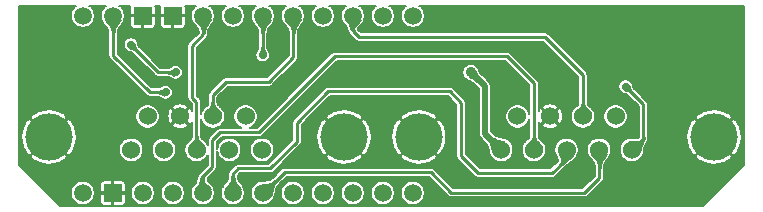
<source format=gbr>
G04 #@! TF.GenerationSoftware,KiCad,Pcbnew,(5.1.10-1-10_14)*
G04 #@! TF.CreationDate,2021-10-26T20:18:43-04:00*
G04 #@! TF.ProjectId,DaemonBite_MD2,4461656d-6f6e-4426-9974-655f4d44322e,1*
G04 #@! TF.SameCoordinates,Original*
G04 #@! TF.FileFunction,Copper,L1,Top*
G04 #@! TF.FilePolarity,Positive*
%FSLAX46Y46*%
G04 Gerber Fmt 4.6, Leading zero omitted, Abs format (unit mm)*
G04 Created by KiCad (PCBNEW (5.1.10-1-10_14)) date 2021-10-26 20:18:43*
%MOMM*%
%LPD*%
G01*
G04 APERTURE LIST*
G04 #@! TA.AperFunction,ComponentPad*
%ADD10C,4.000000*%
G04 #@! TD*
G04 #@! TA.AperFunction,ComponentPad*
%ADD11C,1.524000*%
G04 #@! TD*
G04 #@! TA.AperFunction,ComponentPad*
%ADD12C,1.500000*%
G04 #@! TD*
G04 #@! TA.AperFunction,ComponentPad*
%ADD13R,1.500000X1.500000*%
G04 #@! TD*
G04 #@! TA.AperFunction,ViaPad*
%ADD14C,0.889000*%
G04 #@! TD*
G04 #@! TA.AperFunction,ViaPad*
%ADD15C,0.700000*%
G04 #@! TD*
G04 #@! TA.AperFunction,Conductor*
%ADD16C,0.508000*%
G04 #@! TD*
G04 #@! TA.AperFunction,Conductor*
%ADD17C,0.250000*%
G04 #@! TD*
G04 #@! TA.AperFunction,Conductor*
%ADD18C,0.160000*%
G04 #@! TD*
G04 #@! TA.AperFunction,Conductor*
%ADD19C,0.152400*%
G04 #@! TD*
G04 #@! TA.AperFunction,Conductor*
%ADD20C,0.025400*%
G04 #@! TD*
G04 APERTURE END LIST*
D10*
X138880000Y-99840000D03*
X163870000Y-99840000D03*
D11*
X147230000Y-98090000D03*
X150000000Y-98090000D03*
X152770000Y-98090000D03*
X155540000Y-98090000D03*
X145845000Y-100930000D03*
X148615000Y-100930000D03*
X151385000Y-100930000D03*
X154155000Y-100930000D03*
X156925000Y-100930000D03*
D10*
X107560000Y-99840000D03*
X132550000Y-99840000D03*
D11*
X115910000Y-98090000D03*
X118680000Y-98090000D03*
X121450000Y-98090000D03*
X124220000Y-98090000D03*
X114525000Y-100930000D03*
X117295000Y-100930000D03*
X120065000Y-100930000D03*
X122835000Y-100930000D03*
X125605000Y-100930000D03*
D12*
X138380000Y-89580000D03*
X135840000Y-89580000D03*
X133300000Y-89580000D03*
X130760000Y-89580000D03*
X128220000Y-89580000D03*
X125680000Y-89580000D03*
X123140000Y-89580000D03*
X120600000Y-89580000D03*
D13*
X118060000Y-89580000D03*
X115520000Y-89580000D03*
D12*
X112980000Y-89580000D03*
X110440000Y-89580000D03*
X138380000Y-104580000D03*
X135840000Y-104580000D03*
X133300000Y-104580000D03*
X130760000Y-104580000D03*
X128220000Y-104580000D03*
X125680000Y-104580000D03*
X123140000Y-104580000D03*
X120600000Y-104580000D03*
X118060000Y-104580000D03*
X115520000Y-104580000D03*
D13*
X112980000Y-104580000D03*
D12*
X110440000Y-104580000D03*
D14*
X143289998Y-94370000D03*
D15*
X150810000Y-95960000D03*
X146610000Y-96010000D03*
X132040000Y-91680000D03*
X123830000Y-93940000D03*
X156390000Y-95570000D03*
X125670002Y-92900000D03*
X117440000Y-96050000D03*
X114500000Y-92030000D03*
X118290000Y-94360000D03*
D16*
X143290000Y-94370000D02*
X143289998Y-94370000D01*
X144460000Y-99550000D02*
X144460000Y-95540000D01*
X144460000Y-95540000D02*
X143290000Y-94370000D01*
X145840000Y-100930000D02*
X144460000Y-99550000D01*
D17*
X149570000Y-91370000D02*
X152770000Y-94570000D01*
X133800000Y-91370000D02*
X149570000Y-91370000D01*
X152770000Y-98440000D02*
X152760000Y-98450000D01*
X152770000Y-94570000D02*
X152770000Y-98440000D01*
X133320000Y-90890000D02*
X133800000Y-91370000D01*
X133320000Y-89610000D02*
X133320000Y-90890000D01*
X133330000Y-89600000D02*
X133320000Y-89610000D01*
X120600000Y-103160000D02*
X120600000Y-104500000D01*
X121410000Y-100110000D02*
X121410000Y-102350000D01*
X146340000Y-93000000D02*
X131780000Y-93000000D01*
X121410000Y-102350000D02*
X120600000Y-103160000D01*
X148630000Y-95290000D02*
X146340000Y-93000000D01*
X148630000Y-101230000D02*
X148630000Y-95290000D01*
X125330000Y-99450000D02*
X122070000Y-99450000D01*
X131780000Y-93000000D02*
X125330000Y-99450000D01*
X122070000Y-99450000D02*
X121410000Y-100110000D01*
X148600000Y-101260000D02*
X148630000Y-101230000D01*
X123140000Y-102950000D02*
X123140000Y-104500000D01*
X123590000Y-102500000D02*
X123140000Y-102950000D01*
X126300000Y-102500000D02*
X123590000Y-102500000D01*
X142460000Y-101460000D02*
X142460000Y-96940000D01*
X128560000Y-98620000D02*
X128560000Y-100240000D01*
X142460000Y-96940000D02*
X141480000Y-95960000D01*
X128560000Y-100240000D02*
X126300000Y-102500000D01*
X141480000Y-95960000D02*
X131220000Y-95960000D01*
X143880000Y-102880000D02*
X142460000Y-101460000D01*
X131220000Y-95960000D02*
X128560000Y-98620000D01*
X150190000Y-102880000D02*
X143880000Y-102880000D01*
X151400000Y-101670000D02*
X150190000Y-102880000D01*
X151400000Y-101270000D02*
X151400000Y-101670000D01*
X151410000Y-101260000D02*
X151400000Y-101270000D01*
X125780000Y-104570000D02*
X125690000Y-104570000D01*
X139900000Y-102830000D02*
X127520000Y-102830000D01*
X141630000Y-104560000D02*
X139900000Y-102830000D01*
X152900000Y-104560000D02*
X141630000Y-104560000D01*
X127520000Y-102830000D02*
X125780000Y-104570000D01*
X154170000Y-103290000D02*
X152900000Y-104560000D01*
X154170000Y-101270000D02*
X154170000Y-103290000D01*
X154140000Y-101240000D02*
X154170000Y-101270000D01*
X157890000Y-97070000D02*
X156390000Y-95570000D01*
X157890000Y-99970000D02*
X157890000Y-97070000D01*
X156920000Y-100940000D02*
X157890000Y-99970000D01*
X128260000Y-91260000D02*
X128260000Y-89610000D01*
X122530000Y-95180000D02*
X126180000Y-95180000D01*
X121440000Y-96270000D02*
X122530000Y-95180000D01*
X128260000Y-93100000D02*
X128260000Y-91260000D01*
X126180000Y-95180000D02*
X128260000Y-93100000D01*
X121440000Y-98420000D02*
X121440000Y-96270000D01*
X125670000Y-89590000D02*
X125670000Y-92899998D01*
X125670000Y-92899998D02*
X125670002Y-92900000D01*
X119680000Y-96500000D02*
X119680000Y-92110000D01*
X120050000Y-96870000D02*
X119680000Y-96500000D01*
X120050000Y-101255000D02*
X120050000Y-96870000D01*
X119680000Y-92110000D02*
X120640000Y-91150000D01*
X120640000Y-91150000D02*
X120640000Y-90780000D01*
X120055000Y-101260000D02*
X120050000Y-101255000D01*
X120640000Y-90780000D02*
X120640000Y-89640000D01*
X116080000Y-96040000D02*
X117430000Y-96040000D01*
X113000000Y-92960000D02*
X116080000Y-96040000D01*
X117430000Y-96040000D02*
X117440000Y-96050000D01*
X113000000Y-89640000D02*
X113000000Y-92960000D01*
X114500000Y-92030000D02*
X116830000Y-94360000D01*
X116830000Y-94360000D02*
X118290000Y-94360000D01*
D18*
X109789788Y-88787715D02*
X109647715Y-88929788D01*
X109536088Y-89096849D01*
X109459198Y-89282477D01*
X109420000Y-89479539D01*
X109420000Y-89680461D01*
X109459198Y-89877523D01*
X109536088Y-90063151D01*
X109647715Y-90230212D01*
X109789788Y-90372285D01*
X109956849Y-90483912D01*
X110142477Y-90560802D01*
X110339539Y-90600000D01*
X110540461Y-90600000D01*
X110737523Y-90560802D01*
X110923151Y-90483912D01*
X111090212Y-90372285D01*
X111232285Y-90230212D01*
X111343912Y-90063151D01*
X111420802Y-89877523D01*
X111460000Y-89680461D01*
X111460000Y-89479539D01*
X111420802Y-89282477D01*
X111343912Y-89096849D01*
X111232285Y-88929788D01*
X111090212Y-88787715D01*
X110988870Y-88720000D01*
X112431130Y-88720000D01*
X112329788Y-88787715D01*
X112187715Y-88929788D01*
X112076088Y-89096849D01*
X111999198Y-89282477D01*
X111960000Y-89479539D01*
X111960000Y-89680461D01*
X111999198Y-89877523D01*
X112076088Y-90063151D01*
X112119216Y-90127697D01*
X112158790Y-90196443D01*
X112170957Y-90215659D01*
X112250225Y-90329904D01*
X112260205Y-90343375D01*
X112337849Y-90441644D01*
X112342028Y-90446801D01*
X112413792Y-90533175D01*
X112473196Y-90608491D01*
X112518187Y-90676023D01*
X112552252Y-90744478D01*
X112578776Y-90826298D01*
X112597447Y-90934864D01*
X112605000Y-91086727D01*
X112605001Y-92940596D01*
X112603090Y-92960000D01*
X112610716Y-93037433D01*
X112623886Y-93080847D01*
X112633303Y-93111891D01*
X112669982Y-93180512D01*
X112680789Y-93193680D01*
X112702809Y-93220511D01*
X112719343Y-93240658D01*
X112734412Y-93253025D01*
X115786974Y-96305588D01*
X115799342Y-96320658D01*
X115859488Y-96370019D01*
X115928109Y-96406698D01*
X116002567Y-96429284D01*
X116060599Y-96435000D01*
X116060606Y-96435000D01*
X116080000Y-96436910D01*
X116099394Y-96435000D01*
X116735786Y-96435000D01*
X116800209Y-96437009D01*
X116843978Y-96441720D01*
X116874517Y-96447925D01*
X116897416Y-96455127D01*
X116919387Y-96464577D01*
X116946280Y-96478846D01*
X116981809Y-96500013D01*
X117026050Y-96527247D01*
X117029528Y-96529352D01*
X117080948Y-96559948D01*
X117089273Y-96564704D01*
X117117414Y-96580123D01*
X117146320Y-96599437D01*
X117259153Y-96646174D01*
X117378935Y-96670000D01*
X117501065Y-96670000D01*
X117620847Y-96646174D01*
X117733680Y-96599437D01*
X117835227Y-96531586D01*
X117921586Y-96445227D01*
X117989437Y-96343680D01*
X118036174Y-96230847D01*
X118060000Y-96111065D01*
X118060000Y-95988935D01*
X118036174Y-95869153D01*
X117989437Y-95756320D01*
X117921586Y-95654773D01*
X117835227Y-95568414D01*
X117733680Y-95500563D01*
X117620847Y-95453826D01*
X117501065Y-95430000D01*
X117378935Y-95430000D01*
X117259153Y-95453826D01*
X117146320Y-95500563D01*
X117132224Y-95509981D01*
X117117754Y-95516882D01*
X117108424Y-95521554D01*
X117054524Y-95549864D01*
X117049756Y-95552430D01*
X117002673Y-95578378D01*
X116964006Y-95599292D01*
X116933909Y-95613987D01*
X116908773Y-95624058D01*
X116882751Y-95631762D01*
X116849288Y-95638217D01*
X116802831Y-95642995D01*
X116735947Y-95645000D01*
X116243614Y-95645000D01*
X113395000Y-92796387D01*
X113395000Y-91968935D01*
X113880000Y-91968935D01*
X113880000Y-92091065D01*
X113903826Y-92210847D01*
X113950563Y-92323680D01*
X114018414Y-92425227D01*
X114104773Y-92511586D01*
X114206320Y-92579437D01*
X114319153Y-92626174D01*
X114345019Y-92631319D01*
X114366752Y-92638302D01*
X114377073Y-92641392D01*
X114434316Y-92657295D01*
X114439597Y-92658705D01*
X114490225Y-92671672D01*
X114531214Y-92682569D01*
X114561165Y-92691970D01*
X114583933Y-92701106D01*
X114605380Y-92712282D01*
X114631169Y-92729307D01*
X114665075Y-92756550D01*
X114711628Y-92800241D01*
X116536980Y-94625595D01*
X116549342Y-94640658D01*
X116564405Y-94653020D01*
X116564411Y-94653026D01*
X116609488Y-94690019D01*
X116678108Y-94726698D01*
X116729596Y-94742316D01*
X116752567Y-94749284D01*
X116810599Y-94755000D01*
X116810606Y-94755000D01*
X116830000Y-94756910D01*
X116849394Y-94755000D01*
X117595737Y-94755000D01*
X117659528Y-94757022D01*
X117702760Y-94761733D01*
X117733038Y-94767930D01*
X117756108Y-94775194D01*
X117778658Y-94784830D01*
X117806476Y-94799357D01*
X117843191Y-94820651D01*
X117888153Y-94847276D01*
X117892879Y-94850010D01*
X117944601Y-94879242D01*
X117954085Y-94884356D01*
X117974401Y-94894792D01*
X117996320Y-94909437D01*
X118109153Y-94956174D01*
X118228935Y-94980000D01*
X118351065Y-94980000D01*
X118470847Y-94956174D01*
X118583680Y-94909437D01*
X118685227Y-94841586D01*
X118771586Y-94755227D01*
X118839437Y-94653680D01*
X118886174Y-94540847D01*
X118910000Y-94421065D01*
X118910000Y-94298935D01*
X118886174Y-94179153D01*
X118839437Y-94066320D01*
X118771586Y-93964773D01*
X118685227Y-93878414D01*
X118583680Y-93810563D01*
X118470847Y-93763826D01*
X118351065Y-93740000D01*
X118228935Y-93740000D01*
X118109153Y-93763826D01*
X117996320Y-93810563D01*
X117974399Y-93825210D01*
X117954089Y-93835642D01*
X117944601Y-93840757D01*
X117892879Y-93869989D01*
X117888153Y-93872723D01*
X117843191Y-93899348D01*
X117806476Y-93920642D01*
X117778658Y-93935169D01*
X117756108Y-93944805D01*
X117733038Y-93952069D01*
X117702760Y-93958266D01*
X117659528Y-93962977D01*
X117595731Y-93965000D01*
X116993615Y-93965000D01*
X115270241Y-92241628D01*
X115226550Y-92195075D01*
X115199307Y-92161169D01*
X115182282Y-92135380D01*
X115171106Y-92113933D01*
X115161970Y-92091165D01*
X115152569Y-92061214D01*
X115141672Y-92020225D01*
X115128705Y-91969597D01*
X115127295Y-91964316D01*
X115111392Y-91907073D01*
X115108302Y-91896752D01*
X115101319Y-91875019D01*
X115096174Y-91849153D01*
X115049437Y-91736320D01*
X114981586Y-91634773D01*
X114895227Y-91548414D01*
X114793680Y-91480563D01*
X114680847Y-91433826D01*
X114561065Y-91410000D01*
X114438935Y-91410000D01*
X114319153Y-91433826D01*
X114206320Y-91480563D01*
X114104773Y-91548414D01*
X114018414Y-91634773D01*
X113950563Y-91736320D01*
X113903826Y-91849153D01*
X113880000Y-91968935D01*
X113395000Y-91968935D01*
X113395000Y-91086589D01*
X113402589Y-90930974D01*
X113421455Y-90818526D01*
X113448421Y-90732647D01*
X113483074Y-90660101D01*
X113528387Y-90588449D01*
X113587250Y-90508815D01*
X113656854Y-90418188D01*
X113661830Y-90411498D01*
X113720512Y-90330000D01*
X114438403Y-90330000D01*
X114444775Y-90394691D01*
X114463644Y-90456897D01*
X114494287Y-90514225D01*
X114535526Y-90564474D01*
X114585775Y-90605713D01*
X114643103Y-90636356D01*
X114705309Y-90655225D01*
X114770000Y-90661597D01*
X115392500Y-90660000D01*
X115475000Y-90577500D01*
X115475000Y-89625000D01*
X115565000Y-89625000D01*
X115565000Y-90577500D01*
X115647500Y-90660000D01*
X116270000Y-90661597D01*
X116334691Y-90655225D01*
X116396897Y-90636356D01*
X116454225Y-90605713D01*
X116504474Y-90564474D01*
X116545713Y-90514225D01*
X116576356Y-90456897D01*
X116595225Y-90394691D01*
X116601597Y-90330000D01*
X116978403Y-90330000D01*
X116984775Y-90394691D01*
X117003644Y-90456897D01*
X117034287Y-90514225D01*
X117075526Y-90564474D01*
X117125775Y-90605713D01*
X117183103Y-90636356D01*
X117245309Y-90655225D01*
X117310000Y-90661597D01*
X117932500Y-90660000D01*
X118015000Y-90577500D01*
X118015000Y-89625000D01*
X118105000Y-89625000D01*
X118105000Y-90577500D01*
X118187500Y-90660000D01*
X118810000Y-90661597D01*
X118874691Y-90655225D01*
X118936897Y-90636356D01*
X118994225Y-90605713D01*
X119044474Y-90564474D01*
X119085713Y-90514225D01*
X119116356Y-90456897D01*
X119135225Y-90394691D01*
X119141597Y-90330000D01*
X119140000Y-89707500D01*
X119057500Y-89625000D01*
X118105000Y-89625000D01*
X118015000Y-89625000D01*
X117062500Y-89625000D01*
X116980000Y-89707500D01*
X116978403Y-90330000D01*
X116601597Y-90330000D01*
X116600000Y-89707500D01*
X116517500Y-89625000D01*
X115565000Y-89625000D01*
X115475000Y-89625000D01*
X114522500Y-89625000D01*
X114440000Y-89707500D01*
X114438403Y-90330000D01*
X113720512Y-90330000D01*
X113735639Y-90308993D01*
X113745722Y-90293951D01*
X113820039Y-90174613D01*
X113831606Y-90154095D01*
X113858353Y-90101403D01*
X113883912Y-90063151D01*
X113960802Y-89877523D01*
X114000000Y-89680461D01*
X114000000Y-89479539D01*
X113960802Y-89282477D01*
X113883912Y-89096849D01*
X113772285Y-88929788D01*
X113630212Y-88787715D01*
X113528870Y-88720000D01*
X114458519Y-88720000D01*
X114444775Y-88765309D01*
X114438403Y-88830000D01*
X114440000Y-89452500D01*
X114522500Y-89535000D01*
X115475000Y-89535000D01*
X115475000Y-89515000D01*
X115565000Y-89515000D01*
X115565000Y-89535000D01*
X116517500Y-89535000D01*
X116600000Y-89452500D01*
X116601597Y-88830000D01*
X116595225Y-88765309D01*
X116581481Y-88720000D01*
X116998519Y-88720000D01*
X116984775Y-88765309D01*
X116978403Y-88830000D01*
X116980000Y-89452500D01*
X117062500Y-89535000D01*
X118015000Y-89535000D01*
X118015000Y-89515000D01*
X118105000Y-89515000D01*
X118105000Y-89535000D01*
X119057500Y-89535000D01*
X119140000Y-89452500D01*
X119141597Y-88830000D01*
X119135225Y-88765309D01*
X119121481Y-88720000D01*
X120051130Y-88720000D01*
X119949788Y-88787715D01*
X119807715Y-88929788D01*
X119696088Y-89096849D01*
X119619198Y-89282477D01*
X119580000Y-89479539D01*
X119580000Y-89680461D01*
X119619198Y-89877523D01*
X119696088Y-90063151D01*
X119750428Y-90144476D01*
X119794755Y-90217022D01*
X119807148Y-90235541D01*
X119888758Y-90347227D01*
X119898610Y-90359901D01*
X119978061Y-90456067D01*
X119981787Y-90460480D01*
X120054546Y-90544806D01*
X120114098Y-90618008D01*
X120158881Y-90683592D01*
X120192616Y-90750097D01*
X120218905Y-90830007D01*
X120237468Y-90936713D01*
X120240202Y-90991184D01*
X119414411Y-91816976D01*
X119399343Y-91829342D01*
X119349982Y-91889488D01*
X119340583Y-91907073D01*
X119313303Y-91958109D01*
X119290716Y-92032567D01*
X119283090Y-92110000D01*
X119285001Y-92129404D01*
X119285000Y-96480606D01*
X119283090Y-96500000D01*
X119285000Y-96519394D01*
X119285000Y-96519400D01*
X119290716Y-96577432D01*
X119313302Y-96651890D01*
X119349981Y-96720511D01*
X119399342Y-96780658D01*
X119414416Y-96793029D01*
X119655001Y-97033615D01*
X119655001Y-97597181D01*
X119593425Y-97481982D01*
X119428675Y-97404965D01*
X118743640Y-98090000D01*
X119428675Y-98775035D01*
X119593425Y-98698018D01*
X119655001Y-98582331D01*
X119655000Y-99722897D01*
X119647038Y-99829254D01*
X119630930Y-99890741D01*
X119610123Y-99932434D01*
X119580303Y-99971167D01*
X119533757Y-100016831D01*
X119468604Y-100072976D01*
X119466511Y-100074798D01*
X119392462Y-100139947D01*
X119377559Y-100154101D01*
X119304546Y-100228931D01*
X119291959Y-100243574D01*
X119263394Y-100272139D01*
X119218798Y-100338882D01*
X119213703Y-100345626D01*
X119199588Y-100367630D01*
X119150454Y-100441165D01*
X119072660Y-100628977D01*
X119033000Y-100828357D01*
X119033000Y-101031643D01*
X119072660Y-101231023D01*
X119150454Y-101418835D01*
X119263394Y-101587861D01*
X119407139Y-101731606D01*
X119576165Y-101844546D01*
X119763977Y-101922340D01*
X119963357Y-101962000D01*
X120166643Y-101962000D01*
X120366023Y-101922340D01*
X120553835Y-101844546D01*
X120722861Y-101731606D01*
X120866606Y-101587861D01*
X120979546Y-101418835D01*
X121015001Y-101333240D01*
X121015001Y-102186385D01*
X120334416Y-102866971D01*
X120319342Y-102879342D01*
X120269981Y-102939489D01*
X120260530Y-102957170D01*
X120237137Y-102988512D01*
X120166653Y-103099740D01*
X120146895Y-103137098D01*
X120101148Y-103242890D01*
X120089168Y-103276550D01*
X120060400Y-103378231D01*
X120055328Y-103399375D01*
X120035779Y-103498268D01*
X120035188Y-103501348D01*
X120018629Y-103590550D01*
X120000441Y-103663122D01*
X119976377Y-103724778D01*
X119939447Y-103786682D01*
X119871391Y-103866112D01*
X119807715Y-103929788D01*
X119696088Y-104096849D01*
X119619198Y-104282477D01*
X119580000Y-104479539D01*
X119580000Y-104680461D01*
X119619198Y-104877523D01*
X119696088Y-105063151D01*
X119807715Y-105230212D01*
X119949788Y-105372285D01*
X120116849Y-105483912D01*
X120302477Y-105560802D01*
X120499539Y-105600000D01*
X120700461Y-105600000D01*
X120897523Y-105560802D01*
X121083151Y-105483912D01*
X121250212Y-105372285D01*
X121392285Y-105230212D01*
X121503912Y-105063151D01*
X121580802Y-104877523D01*
X121620000Y-104680461D01*
X121620000Y-104479539D01*
X122120000Y-104479539D01*
X122120000Y-104680461D01*
X122159198Y-104877523D01*
X122236088Y-105063151D01*
X122347715Y-105230212D01*
X122489788Y-105372285D01*
X122656849Y-105483912D01*
X122842477Y-105560802D01*
X123039539Y-105600000D01*
X123240461Y-105600000D01*
X123437523Y-105560802D01*
X123623151Y-105483912D01*
X123790212Y-105372285D01*
X123932285Y-105230212D01*
X124043912Y-105063151D01*
X124120802Y-104877523D01*
X124160000Y-104680461D01*
X124160000Y-104479539D01*
X124660000Y-104479539D01*
X124660000Y-104680461D01*
X124699198Y-104877523D01*
X124776088Y-105063151D01*
X124887715Y-105230212D01*
X125029788Y-105372285D01*
X125196849Y-105483912D01*
X125382477Y-105560802D01*
X125579539Y-105600000D01*
X125780461Y-105600000D01*
X125977523Y-105560802D01*
X126163151Y-105483912D01*
X126330212Y-105372285D01*
X126472285Y-105230212D01*
X126583912Y-105063151D01*
X126660802Y-104877523D01*
X126663627Y-104863321D01*
X126675896Y-104831996D01*
X126683747Y-104808938D01*
X126723459Y-104672411D01*
X126728233Y-104653468D01*
X126754880Y-104528872D01*
X126756824Y-104518862D01*
X126763692Y-104479539D01*
X127200000Y-104479539D01*
X127200000Y-104680461D01*
X127239198Y-104877523D01*
X127316088Y-105063151D01*
X127427715Y-105230212D01*
X127569788Y-105372285D01*
X127736849Y-105483912D01*
X127922477Y-105560802D01*
X128119539Y-105600000D01*
X128320461Y-105600000D01*
X128517523Y-105560802D01*
X128703151Y-105483912D01*
X128870212Y-105372285D01*
X129012285Y-105230212D01*
X129123912Y-105063151D01*
X129200802Y-104877523D01*
X129240000Y-104680461D01*
X129240000Y-104479539D01*
X129740000Y-104479539D01*
X129740000Y-104680461D01*
X129779198Y-104877523D01*
X129856088Y-105063151D01*
X129967715Y-105230212D01*
X130109788Y-105372285D01*
X130276849Y-105483912D01*
X130462477Y-105560802D01*
X130659539Y-105600000D01*
X130860461Y-105600000D01*
X131057523Y-105560802D01*
X131243151Y-105483912D01*
X131410212Y-105372285D01*
X131552285Y-105230212D01*
X131663912Y-105063151D01*
X131740802Y-104877523D01*
X131780000Y-104680461D01*
X131780000Y-104479539D01*
X132280000Y-104479539D01*
X132280000Y-104680461D01*
X132319198Y-104877523D01*
X132396088Y-105063151D01*
X132507715Y-105230212D01*
X132649788Y-105372285D01*
X132816849Y-105483912D01*
X133002477Y-105560802D01*
X133199539Y-105600000D01*
X133400461Y-105600000D01*
X133597523Y-105560802D01*
X133783151Y-105483912D01*
X133950212Y-105372285D01*
X134092285Y-105230212D01*
X134203912Y-105063151D01*
X134280802Y-104877523D01*
X134320000Y-104680461D01*
X134320000Y-104479539D01*
X134820000Y-104479539D01*
X134820000Y-104680461D01*
X134859198Y-104877523D01*
X134936088Y-105063151D01*
X135047715Y-105230212D01*
X135189788Y-105372285D01*
X135356849Y-105483912D01*
X135542477Y-105560802D01*
X135739539Y-105600000D01*
X135940461Y-105600000D01*
X136137523Y-105560802D01*
X136323151Y-105483912D01*
X136490212Y-105372285D01*
X136632285Y-105230212D01*
X136743912Y-105063151D01*
X136820802Y-104877523D01*
X136860000Y-104680461D01*
X136860000Y-104479539D01*
X137360000Y-104479539D01*
X137360000Y-104680461D01*
X137399198Y-104877523D01*
X137476088Y-105063151D01*
X137587715Y-105230212D01*
X137729788Y-105372285D01*
X137896849Y-105483912D01*
X138082477Y-105560802D01*
X138279539Y-105600000D01*
X138480461Y-105600000D01*
X138677523Y-105560802D01*
X138863151Y-105483912D01*
X139030212Y-105372285D01*
X139172285Y-105230212D01*
X139283912Y-105063151D01*
X139360802Y-104877523D01*
X139400000Y-104680461D01*
X139400000Y-104479539D01*
X139360802Y-104282477D01*
X139283912Y-104096849D01*
X139172285Y-103929788D01*
X139030212Y-103787715D01*
X138863151Y-103676088D01*
X138677523Y-103599198D01*
X138480461Y-103560000D01*
X138279539Y-103560000D01*
X138082477Y-103599198D01*
X137896849Y-103676088D01*
X137729788Y-103787715D01*
X137587715Y-103929788D01*
X137476088Y-104096849D01*
X137399198Y-104282477D01*
X137360000Y-104479539D01*
X136860000Y-104479539D01*
X136820802Y-104282477D01*
X136743912Y-104096849D01*
X136632285Y-103929788D01*
X136490212Y-103787715D01*
X136323151Y-103676088D01*
X136137523Y-103599198D01*
X135940461Y-103560000D01*
X135739539Y-103560000D01*
X135542477Y-103599198D01*
X135356849Y-103676088D01*
X135189788Y-103787715D01*
X135047715Y-103929788D01*
X134936088Y-104096849D01*
X134859198Y-104282477D01*
X134820000Y-104479539D01*
X134320000Y-104479539D01*
X134280802Y-104282477D01*
X134203912Y-104096849D01*
X134092285Y-103929788D01*
X133950212Y-103787715D01*
X133783151Y-103676088D01*
X133597523Y-103599198D01*
X133400461Y-103560000D01*
X133199539Y-103560000D01*
X133002477Y-103599198D01*
X132816849Y-103676088D01*
X132649788Y-103787715D01*
X132507715Y-103929788D01*
X132396088Y-104096849D01*
X132319198Y-104282477D01*
X132280000Y-104479539D01*
X131780000Y-104479539D01*
X131740802Y-104282477D01*
X131663912Y-104096849D01*
X131552285Y-103929788D01*
X131410212Y-103787715D01*
X131243151Y-103676088D01*
X131057523Y-103599198D01*
X130860461Y-103560000D01*
X130659539Y-103560000D01*
X130462477Y-103599198D01*
X130276849Y-103676088D01*
X130109788Y-103787715D01*
X129967715Y-103929788D01*
X129856088Y-104096849D01*
X129779198Y-104282477D01*
X129740000Y-104479539D01*
X129240000Y-104479539D01*
X129200802Y-104282477D01*
X129123912Y-104096849D01*
X129012285Y-103929788D01*
X128870212Y-103787715D01*
X128703151Y-103676088D01*
X128517523Y-103599198D01*
X128320461Y-103560000D01*
X128119539Y-103560000D01*
X127922477Y-103599198D01*
X127736849Y-103676088D01*
X127569788Y-103787715D01*
X127427715Y-103929788D01*
X127316088Y-104096849D01*
X127239198Y-104282477D01*
X127200000Y-104479539D01*
X126763692Y-104479539D01*
X126776843Y-104404250D01*
X126795545Y-104303477D01*
X126817301Y-104217456D01*
X126846952Y-104138073D01*
X126891465Y-104054859D01*
X126960493Y-103958897D01*
X127067955Y-103840659D01*
X127683615Y-103225000D01*
X139736387Y-103225000D01*
X141336975Y-104825589D01*
X141349342Y-104840658D01*
X141409488Y-104890019D01*
X141478109Y-104926698D01*
X141552567Y-104949284D01*
X141610599Y-104955000D01*
X141610608Y-104955000D01*
X141629999Y-104956910D01*
X141649390Y-104955000D01*
X152880606Y-104955000D01*
X152900000Y-104956910D01*
X152919394Y-104955000D01*
X152919401Y-104955000D01*
X152977433Y-104949284D01*
X153051891Y-104926698D01*
X153120512Y-104890019D01*
X153180658Y-104840658D01*
X153193029Y-104825584D01*
X154435589Y-103583025D01*
X154450658Y-103570658D01*
X154464094Y-103554287D01*
X154489242Y-103523644D01*
X154500019Y-103510512D01*
X154536698Y-103441891D01*
X154559284Y-103367433D01*
X154565000Y-103309401D01*
X154565000Y-103309395D01*
X154566910Y-103290001D01*
X154565000Y-103270607D01*
X154565000Y-102468565D01*
X154572743Y-102309421D01*
X154592064Y-102194075D01*
X154619739Y-102105896D01*
X154655320Y-102031474D01*
X154701724Y-101958286D01*
X154761965Y-101877168D01*
X154833209Y-101785060D01*
X154838012Y-101778656D01*
X154913841Y-101674374D01*
X154923825Y-101659647D01*
X155000393Y-101538278D01*
X155011959Y-101518062D01*
X155041557Y-101460723D01*
X155069546Y-101418835D01*
X155147340Y-101231023D01*
X155187000Y-101031643D01*
X155187000Y-100828357D01*
X155147340Y-100628977D01*
X155069546Y-100441165D01*
X154956606Y-100272139D01*
X154812861Y-100128394D01*
X154643835Y-100015454D01*
X154456023Y-99937660D01*
X154256643Y-99898000D01*
X154053357Y-99898000D01*
X153853977Y-99937660D01*
X153666165Y-100015454D01*
X153497139Y-100128394D01*
X153353394Y-100272139D01*
X153240454Y-100441165D01*
X153162660Y-100628977D01*
X153123000Y-100828357D01*
X153123000Y-101031643D01*
X153162660Y-101231023D01*
X153240454Y-101418835D01*
X153281331Y-101480012D01*
X153320570Y-101549350D01*
X153332577Y-101568627D01*
X153412865Y-101686208D01*
X153422779Y-101699798D01*
X153501498Y-101800929D01*
X153505723Y-101806218D01*
X153578631Y-101895189D01*
X153639304Y-101973080D01*
X153685540Y-102043255D01*
X153720712Y-102114631D01*
X153748089Y-102199823D01*
X153767280Y-102312293D01*
X153775001Y-102468664D01*
X153775001Y-103126385D01*
X152736387Y-104165000D01*
X141793614Y-104165000D01*
X140193029Y-102564416D01*
X140180658Y-102549342D01*
X140120512Y-102499981D01*
X140051891Y-102463302D01*
X139977433Y-102440716D01*
X139919401Y-102435000D01*
X139919394Y-102435000D01*
X139900000Y-102433090D01*
X139880606Y-102435000D01*
X127539394Y-102435000D01*
X127520000Y-102433090D01*
X127500606Y-102435000D01*
X127500599Y-102435000D01*
X127442567Y-102440716D01*
X127368108Y-102463302D01*
X127299488Y-102499981D01*
X127254411Y-102536974D01*
X127254405Y-102536980D01*
X127239342Y-102549342D01*
X127226980Y-102564405D01*
X126509646Y-103281740D01*
X126399925Y-103380845D01*
X126313177Y-103441543D01*
X126240089Y-103477916D01*
X126171263Y-103499665D01*
X126095170Y-103512878D01*
X126003001Y-103520620D01*
X125893016Y-103526216D01*
X125888234Y-103526502D01*
X125764528Y-103534999D01*
X125749341Y-103536474D01*
X125613125Y-103553604D01*
X125591645Y-103557191D01*
X125550826Y-103565711D01*
X125382477Y-103599198D01*
X125196849Y-103676088D01*
X125029788Y-103787715D01*
X124887715Y-103929788D01*
X124776088Y-104096849D01*
X124699198Y-104282477D01*
X124660000Y-104479539D01*
X124160000Y-104479539D01*
X124120802Y-104282477D01*
X124043912Y-104096849D01*
X124009917Y-104045973D01*
X123976673Y-103984544D01*
X123964782Y-103964660D01*
X123887945Y-103847863D01*
X123877888Y-103833602D01*
X123802124Y-103733218D01*
X123797528Y-103727300D01*
X123726827Y-103638840D01*
X123667629Y-103561352D01*
X123622470Y-103491813D01*
X123588095Y-103421340D01*
X123561343Y-103337521D01*
X123542571Y-103227051D01*
X123536890Y-103111723D01*
X123753614Y-102895000D01*
X126280606Y-102895000D01*
X126300000Y-102896910D01*
X126319394Y-102895000D01*
X126319401Y-102895000D01*
X126377433Y-102889284D01*
X126451891Y-102866698D01*
X126520512Y-102830019D01*
X126580658Y-102780658D01*
X126593029Y-102765584D01*
X127889917Y-101468697D01*
X130984942Y-101468697D01*
X131210493Y-101760231D01*
X131610850Y-101984660D01*
X132047298Y-102126670D01*
X132503065Y-102180805D01*
X132960635Y-102144983D01*
X133402425Y-102020582D01*
X133811457Y-101812383D01*
X133889507Y-101760231D01*
X134115058Y-101468697D01*
X137314942Y-101468697D01*
X137540493Y-101760231D01*
X137940850Y-101984660D01*
X138377298Y-102126670D01*
X138833065Y-102180805D01*
X139290635Y-102144983D01*
X139732425Y-102020582D01*
X140141457Y-101812383D01*
X140219507Y-101760231D01*
X140445058Y-101468697D01*
X138880000Y-99903640D01*
X137314942Y-101468697D01*
X134115058Y-101468697D01*
X132550000Y-99903640D01*
X130984942Y-101468697D01*
X127889917Y-101468697D01*
X128825595Y-100533020D01*
X128840658Y-100520658D01*
X128853020Y-100505595D01*
X128853026Y-100505589D01*
X128890019Y-100460512D01*
X128926698Y-100391892D01*
X128949284Y-100317433D01*
X128952541Y-100284365D01*
X128955000Y-100259401D01*
X128955000Y-100259394D01*
X128956910Y-100240000D01*
X128955000Y-100220606D01*
X128955000Y-99793065D01*
X130209195Y-99793065D01*
X130245017Y-100250635D01*
X130369418Y-100692425D01*
X130577617Y-101101457D01*
X130629769Y-101179507D01*
X130921303Y-101405058D01*
X132486360Y-99840000D01*
X132613640Y-99840000D01*
X134178697Y-101405058D01*
X134470231Y-101179507D01*
X134694660Y-100779150D01*
X134836670Y-100342702D01*
X134890805Y-99886935D01*
X134883457Y-99793065D01*
X136539195Y-99793065D01*
X136575017Y-100250635D01*
X136699418Y-100692425D01*
X136907617Y-101101457D01*
X136959769Y-101179507D01*
X137251303Y-101405058D01*
X138816360Y-99840000D01*
X138943640Y-99840000D01*
X140508697Y-101405058D01*
X140800231Y-101179507D01*
X141024660Y-100779150D01*
X141166670Y-100342702D01*
X141220805Y-99886935D01*
X141184983Y-99429365D01*
X141060582Y-98987575D01*
X140852383Y-98578543D01*
X140800231Y-98500493D01*
X140508697Y-98274942D01*
X138943640Y-99840000D01*
X138816360Y-99840000D01*
X137251303Y-98274942D01*
X136959769Y-98500493D01*
X136735340Y-98900850D01*
X136593330Y-99337298D01*
X136539195Y-99793065D01*
X134883457Y-99793065D01*
X134854983Y-99429365D01*
X134730582Y-98987575D01*
X134522383Y-98578543D01*
X134470231Y-98500493D01*
X134178697Y-98274942D01*
X132613640Y-99840000D01*
X132486360Y-99840000D01*
X130921303Y-98274942D01*
X130629769Y-98500493D01*
X130405340Y-98900850D01*
X130263330Y-99337298D01*
X130209195Y-99793065D01*
X128955000Y-99793065D01*
X128955000Y-98783613D01*
X129527310Y-98211303D01*
X130984942Y-98211303D01*
X132550000Y-99776360D01*
X134115058Y-98211303D01*
X137314942Y-98211303D01*
X138880000Y-99776360D01*
X140445058Y-98211303D01*
X140219507Y-97919769D01*
X139819150Y-97695340D01*
X139382702Y-97553330D01*
X138926935Y-97499195D01*
X138469365Y-97535017D01*
X138027575Y-97659418D01*
X137618543Y-97867617D01*
X137540493Y-97919769D01*
X137314942Y-98211303D01*
X134115058Y-98211303D01*
X133889507Y-97919769D01*
X133489150Y-97695340D01*
X133052702Y-97553330D01*
X132596935Y-97499195D01*
X132139365Y-97535017D01*
X131697575Y-97659418D01*
X131288543Y-97867617D01*
X131210493Y-97919769D01*
X130984942Y-98211303D01*
X129527310Y-98211303D01*
X131383614Y-96355000D01*
X141316387Y-96355000D01*
X142065001Y-97103615D01*
X142065000Y-101440606D01*
X142063090Y-101460000D01*
X142065000Y-101479394D01*
X142065000Y-101479400D01*
X142068079Y-101510658D01*
X142070716Y-101537433D01*
X142072417Y-101543041D01*
X142093302Y-101611890D01*
X142129981Y-101680511D01*
X142179342Y-101740658D01*
X142194416Y-101753029D01*
X143586975Y-103145589D01*
X143599342Y-103160658D01*
X143659488Y-103210019D01*
X143728109Y-103246698D01*
X143775024Y-103260929D01*
X143802566Y-103269284D01*
X143810614Y-103270077D01*
X143860599Y-103275000D01*
X143860605Y-103275000D01*
X143879999Y-103276910D01*
X143899393Y-103275000D01*
X150170606Y-103275000D01*
X150190000Y-103276910D01*
X150209394Y-103275000D01*
X150209401Y-103275000D01*
X150267433Y-103269284D01*
X150341891Y-103246698D01*
X150410512Y-103210019D01*
X150470658Y-103160658D01*
X150483029Y-103145584D01*
X151110662Y-102517952D01*
X151236017Y-102396525D01*
X151342378Y-102300542D01*
X151435833Y-102222249D01*
X151521585Y-102155085D01*
X151605224Y-102092418D01*
X151689089Y-102029998D01*
X151692695Y-102027268D01*
X151779188Y-101960612D01*
X151785956Y-101955220D01*
X151878276Y-101879236D01*
X151886336Y-101872333D01*
X151988232Y-101781521D01*
X151996034Y-101774287D01*
X152034473Y-101737211D01*
X152042861Y-101731606D01*
X152186606Y-101587861D01*
X152299546Y-101418835D01*
X152377340Y-101231023D01*
X152417000Y-101031643D01*
X152417000Y-100828357D01*
X152377340Y-100628977D01*
X152299546Y-100441165D01*
X152186606Y-100272139D01*
X152042861Y-100128394D01*
X151873835Y-100015454D01*
X151686023Y-99937660D01*
X151486643Y-99898000D01*
X151283357Y-99898000D01*
X151083977Y-99937660D01*
X150896165Y-100015454D01*
X150727139Y-100128394D01*
X150583394Y-100272139D01*
X150470454Y-100441165D01*
X150392660Y-100628977D01*
X150353000Y-100828357D01*
X150353000Y-101031643D01*
X150392660Y-101231023D01*
X150470454Y-101418835D01*
X150488142Y-101445307D01*
X150501164Y-101472117D01*
X150503329Y-101476474D01*
X150551699Y-101571657D01*
X150592306Y-101654645D01*
X150620795Y-101722114D01*
X150636069Y-101772452D01*
X150640532Y-101805776D01*
X150638693Y-101828808D01*
X150630017Y-101855334D01*
X150605065Y-101897340D01*
X150546771Y-101964615D01*
X150026387Y-102485000D01*
X144043614Y-102485000D01*
X142855000Y-101296387D01*
X142855000Y-96959390D01*
X142856910Y-96939999D01*
X142855000Y-96920608D01*
X142855000Y-96920599D01*
X142849284Y-96862567D01*
X142826698Y-96788109D01*
X142790019Y-96719488D01*
X142740658Y-96659342D01*
X142725589Y-96646975D01*
X141773029Y-95694416D01*
X141760658Y-95679342D01*
X141700512Y-95629981D01*
X141631891Y-95593302D01*
X141557433Y-95570716D01*
X141499401Y-95565000D01*
X141499394Y-95565000D01*
X141480000Y-95563090D01*
X141460606Y-95565000D01*
X131239393Y-95565000D01*
X131219999Y-95563090D01*
X131200605Y-95565000D01*
X131200599Y-95565000D01*
X131150614Y-95569923D01*
X131142566Y-95570716D01*
X131119980Y-95577568D01*
X131068109Y-95593302D01*
X130999488Y-95629981D01*
X130939342Y-95679342D01*
X130926975Y-95694411D01*
X128294416Y-98326971D01*
X128279342Y-98339342D01*
X128229981Y-98399489D01*
X128193302Y-98468110D01*
X128170716Y-98542568D01*
X128165000Y-98600600D01*
X128165000Y-98600606D01*
X128163090Y-98620000D01*
X128165000Y-98639394D01*
X128165001Y-100076384D01*
X126136387Y-102105000D01*
X123609393Y-102105000D01*
X123589999Y-102103090D01*
X123570605Y-102105000D01*
X123570599Y-102105000D01*
X123520614Y-102109923D01*
X123512566Y-102110716D01*
X123489980Y-102117568D01*
X123438109Y-102133302D01*
X123369488Y-102169981D01*
X123309342Y-102219342D01*
X123296975Y-102234411D01*
X122874416Y-102656971D01*
X122859342Y-102669342D01*
X122809981Y-102729489D01*
X122773302Y-102798110D01*
X122763629Y-102830000D01*
X122752497Y-102866698D01*
X122750716Y-102872568D01*
X122745000Y-102930600D01*
X122745000Y-102930606D01*
X122743090Y-102950000D01*
X122745000Y-102969394D01*
X122745000Y-103073350D01*
X122737428Y-103227051D01*
X122718656Y-103337521D01*
X122691904Y-103421340D01*
X122657529Y-103491813D01*
X122612370Y-103561352D01*
X122553172Y-103638840D01*
X122482471Y-103727300D01*
X122477875Y-103733218D01*
X122402111Y-103833602D01*
X122392054Y-103847863D01*
X122315217Y-103964660D01*
X122303325Y-103984545D01*
X122270077Y-104045981D01*
X122236088Y-104096849D01*
X122159198Y-104282477D01*
X122120000Y-104479539D01*
X121620000Y-104479539D01*
X121580802Y-104282477D01*
X121503912Y-104096849D01*
X121392285Y-103929788D01*
X121345161Y-103882664D01*
X121297074Y-103826673D01*
X121278999Y-103807591D01*
X121167660Y-103700958D01*
X121159696Y-103693631D01*
X121050181Y-103596854D01*
X120995000Y-103546092D01*
X120995000Y-103323613D01*
X121675589Y-102643025D01*
X121690658Y-102630658D01*
X121740019Y-102570512D01*
X121776698Y-102501891D01*
X121799284Y-102427433D01*
X121805000Y-102369401D01*
X121805000Y-102369394D01*
X121806910Y-102350000D01*
X121805000Y-102330606D01*
X121805000Y-101041697D01*
X121842660Y-101231023D01*
X121920454Y-101418835D01*
X122033394Y-101587861D01*
X122177139Y-101731606D01*
X122346165Y-101844546D01*
X122533977Y-101922340D01*
X122733357Y-101962000D01*
X122936643Y-101962000D01*
X123136023Y-101922340D01*
X123323835Y-101844546D01*
X123492861Y-101731606D01*
X123636606Y-101587861D01*
X123749546Y-101418835D01*
X123827340Y-101231023D01*
X123867000Y-101031643D01*
X123867000Y-100828357D01*
X124573000Y-100828357D01*
X124573000Y-101031643D01*
X124612660Y-101231023D01*
X124690454Y-101418835D01*
X124803394Y-101587861D01*
X124947139Y-101731606D01*
X125116165Y-101844546D01*
X125303977Y-101922340D01*
X125503357Y-101962000D01*
X125706643Y-101962000D01*
X125906023Y-101922340D01*
X126093835Y-101844546D01*
X126262861Y-101731606D01*
X126406606Y-101587861D01*
X126519546Y-101418835D01*
X126597340Y-101231023D01*
X126637000Y-101031643D01*
X126637000Y-100828357D01*
X126597340Y-100628977D01*
X126519546Y-100441165D01*
X126406606Y-100272139D01*
X126262861Y-100128394D01*
X126093835Y-100015454D01*
X125906023Y-99937660D01*
X125706643Y-99898000D01*
X125503357Y-99898000D01*
X125303977Y-99937660D01*
X125116165Y-100015454D01*
X124947139Y-100128394D01*
X124803394Y-100272139D01*
X124690454Y-100441165D01*
X124612660Y-100628977D01*
X124573000Y-100828357D01*
X123867000Y-100828357D01*
X123827340Y-100628977D01*
X123749546Y-100441165D01*
X123636606Y-100272139D01*
X123492861Y-100128394D01*
X123323835Y-100015454D01*
X123136023Y-99937660D01*
X122936643Y-99898000D01*
X122733357Y-99898000D01*
X122533977Y-99937660D01*
X122346165Y-100015454D01*
X122177139Y-100128394D01*
X122033394Y-100272139D01*
X121920454Y-100441165D01*
X121842660Y-100628977D01*
X121805000Y-100818303D01*
X121805000Y-100273613D01*
X122233614Y-99845000D01*
X125310606Y-99845000D01*
X125330000Y-99846910D01*
X125349394Y-99845000D01*
X125349401Y-99845000D01*
X125407433Y-99839284D01*
X125481891Y-99816698D01*
X125550512Y-99780019D01*
X125610658Y-99730658D01*
X125623029Y-99715584D01*
X131038985Y-94299628D01*
X142575498Y-94299628D01*
X142575498Y-94440372D01*
X142602956Y-94578412D01*
X142656816Y-94708443D01*
X142735010Y-94825467D01*
X142834531Y-94924988D01*
X142951555Y-95003182D01*
X143081586Y-95057042D01*
X143099521Y-95060610D01*
X143122233Y-95068699D01*
X143177594Y-95090022D01*
X143223086Y-95109746D01*
X143261639Y-95129125D01*
X143297171Y-95150065D01*
X143333711Y-95175126D01*
X143374680Y-95207135D01*
X143422459Y-95248497D01*
X143478790Y-95301058D01*
X143545871Y-95366919D01*
X143936001Y-95757049D01*
X143936000Y-99524271D01*
X143933466Y-99550000D01*
X143936000Y-99575729D01*
X143936000Y-99575738D01*
X143943582Y-99652721D01*
X143973545Y-99751495D01*
X144022202Y-99842527D01*
X144087684Y-99922316D01*
X144107677Y-99938724D01*
X144390128Y-100221176D01*
X144499320Y-100337774D01*
X144576711Y-100434836D01*
X144631457Y-100518981D01*
X144670736Y-100596099D01*
X144701050Y-100674043D01*
X144727287Y-100760707D01*
X144753318Y-100861849D01*
X144782275Y-100977073D01*
X144783932Y-100983349D01*
X144819458Y-101111587D01*
X144822849Y-101122866D01*
X144844276Y-101188874D01*
X144852660Y-101231023D01*
X144930454Y-101418835D01*
X145043394Y-101587861D01*
X145187139Y-101731606D01*
X145356165Y-101844546D01*
X145543977Y-101922340D01*
X145743357Y-101962000D01*
X145946643Y-101962000D01*
X146146023Y-101922340D01*
X146333835Y-101844546D01*
X146502861Y-101731606D01*
X146646606Y-101587861D01*
X146759546Y-101418835D01*
X146837340Y-101231023D01*
X146877000Y-101031643D01*
X146877000Y-100828357D01*
X146837340Y-100628977D01*
X146759546Y-100441165D01*
X146646606Y-100272139D01*
X146502861Y-100128394D01*
X146333835Y-100015454D01*
X146146023Y-99937660D01*
X146099101Y-99928326D01*
X146028908Y-99906247D01*
X146017730Y-99902995D01*
X145889536Y-99868668D01*
X145883459Y-99867116D01*
X145768452Y-99839166D01*
X145667659Y-99813949D01*
X145581461Y-99788366D01*
X145504022Y-99758612D01*
X145427436Y-99719870D01*
X145343802Y-99665648D01*
X145247247Y-99588780D01*
X145131148Y-99480101D01*
X144984000Y-99332953D01*
X144984000Y-95565729D01*
X144986534Y-95540000D01*
X144984000Y-95514271D01*
X144984000Y-95514261D01*
X144976418Y-95437278D01*
X144946455Y-95338504D01*
X144910159Y-95270599D01*
X144897798Y-95247472D01*
X144848724Y-95187676D01*
X144848720Y-95187672D01*
X144832316Y-95167684D01*
X144812328Y-95151280D01*
X144286918Y-94625871D01*
X144221061Y-94558794D01*
X144168491Y-94502452D01*
X144127133Y-94454679D01*
X144095129Y-94413714D01*
X144070065Y-94377170D01*
X144049124Y-94341640D01*
X144029743Y-94303080D01*
X144010015Y-94257582D01*
X143988698Y-94202239D01*
X143980608Y-94179525D01*
X143977040Y-94161588D01*
X143923180Y-94031557D01*
X143844986Y-93914533D01*
X143745465Y-93815012D01*
X143628441Y-93736818D01*
X143498410Y-93682958D01*
X143360370Y-93655500D01*
X143219626Y-93655500D01*
X143081586Y-93682958D01*
X142951555Y-93736818D01*
X142834531Y-93815012D01*
X142735010Y-93914533D01*
X142656816Y-94031557D01*
X142602956Y-94161588D01*
X142575498Y-94299628D01*
X131038985Y-94299628D01*
X131943614Y-93395000D01*
X146176387Y-93395000D01*
X148235001Y-95453615D01*
X148235001Y-97852625D01*
X148222340Y-97788977D01*
X148144546Y-97601165D01*
X148031606Y-97432139D01*
X147887861Y-97288394D01*
X147718835Y-97175454D01*
X147531023Y-97097660D01*
X147331643Y-97058000D01*
X147128357Y-97058000D01*
X146928977Y-97097660D01*
X146741165Y-97175454D01*
X146572139Y-97288394D01*
X146428394Y-97432139D01*
X146315454Y-97601165D01*
X146237660Y-97788977D01*
X146198000Y-97988357D01*
X146198000Y-98191643D01*
X146237660Y-98391023D01*
X146315454Y-98578835D01*
X146428394Y-98747861D01*
X146572139Y-98891606D01*
X146741165Y-99004546D01*
X146928977Y-99082340D01*
X147128357Y-99122000D01*
X147331643Y-99122000D01*
X147531023Y-99082340D01*
X147718835Y-99004546D01*
X147887861Y-98891606D01*
X148031606Y-98747861D01*
X148144546Y-98578835D01*
X148222340Y-98391023D01*
X148235000Y-98327378D01*
X148235000Y-99698228D01*
X148227350Y-99803763D01*
X148211820Y-99864748D01*
X148192100Y-99905141D01*
X148164257Y-99941763D01*
X148120306Y-99984827D01*
X148056427Y-100038792D01*
X147981752Y-100101751D01*
X147969160Y-100113061D01*
X147893846Y-100185099D01*
X147873280Y-100207094D01*
X147847069Y-100238464D01*
X147813394Y-100272139D01*
X147700454Y-100441165D01*
X147622660Y-100628977D01*
X147583000Y-100828357D01*
X147583000Y-101031643D01*
X147622660Y-101231023D01*
X147700454Y-101418835D01*
X147813394Y-101587861D01*
X147957139Y-101731606D01*
X148126165Y-101844546D01*
X148313977Y-101922340D01*
X148513357Y-101962000D01*
X148716643Y-101962000D01*
X148916023Y-101922340D01*
X149103835Y-101844546D01*
X149272861Y-101731606D01*
X149416606Y-101587861D01*
X149529546Y-101418835D01*
X149607340Y-101231023D01*
X149647000Y-101031643D01*
X149647000Y-100828357D01*
X149607340Y-100628977D01*
X149529546Y-100441165D01*
X149488695Y-100380028D01*
X149487146Y-100377141D01*
X149465890Y-100343686D01*
X149451347Y-100324132D01*
X149416606Y-100272139D01*
X149401274Y-100256807D01*
X149396665Y-100250610D01*
X149375704Y-100225714D01*
X149302509Y-100148718D01*
X149288605Y-100135110D01*
X149214674Y-100067790D01*
X149213139Y-100066403D01*
X149148308Y-100008272D01*
X149101804Y-99960714D01*
X149071325Y-99919493D01*
X149049612Y-99874303D01*
X149032993Y-99808589D01*
X149025000Y-99698241D01*
X149025000Y-98838675D01*
X149314965Y-98838675D01*
X149391982Y-99003425D01*
X149581864Y-99104492D01*
X149787816Y-99166574D01*
X150001922Y-99187283D01*
X150215954Y-99165824D01*
X150421687Y-99103022D01*
X150608018Y-99003425D01*
X150685035Y-98838675D01*
X150000000Y-98153640D01*
X149314965Y-98838675D01*
X149025000Y-98838675D01*
X149025000Y-98582820D01*
X149086575Y-98698018D01*
X149251325Y-98775035D01*
X149936360Y-98090000D01*
X150063640Y-98090000D01*
X150748675Y-98775035D01*
X150913425Y-98698018D01*
X151014492Y-98508136D01*
X151076574Y-98302184D01*
X151097283Y-98088078D01*
X151075824Y-97874046D01*
X151013022Y-97668313D01*
X150913425Y-97481982D01*
X150748675Y-97404965D01*
X150063640Y-98090000D01*
X149936360Y-98090000D01*
X149251325Y-97404965D01*
X149086575Y-97481982D01*
X149025000Y-97597667D01*
X149025000Y-97341325D01*
X149314965Y-97341325D01*
X150000000Y-98026360D01*
X150685035Y-97341325D01*
X150608018Y-97176575D01*
X150418136Y-97075508D01*
X150212184Y-97013426D01*
X149998078Y-96992717D01*
X149784046Y-97014176D01*
X149578313Y-97076978D01*
X149391982Y-97176575D01*
X149314965Y-97341325D01*
X149025000Y-97341325D01*
X149025000Y-95309393D01*
X149026910Y-95289999D01*
X149025000Y-95270605D01*
X149025000Y-95270599D01*
X149019284Y-95212567D01*
X148996698Y-95138109D01*
X148960019Y-95069488D01*
X148910658Y-95009342D01*
X148895589Y-94996975D01*
X146633029Y-92734416D01*
X146620658Y-92719342D01*
X146560512Y-92669981D01*
X146491891Y-92633302D01*
X146417433Y-92610716D01*
X146359401Y-92605000D01*
X146359394Y-92605000D01*
X146340000Y-92603090D01*
X146320606Y-92605000D01*
X131799390Y-92605000D01*
X131779999Y-92603090D01*
X131760608Y-92605000D01*
X131760599Y-92605000D01*
X131702567Y-92610716D01*
X131628109Y-92633302D01*
X131559488Y-92669981D01*
X131499342Y-92719342D01*
X131486975Y-92734411D01*
X125166387Y-99055000D01*
X124587028Y-99055000D01*
X124708835Y-99004546D01*
X124877861Y-98891606D01*
X125021606Y-98747861D01*
X125134546Y-98578835D01*
X125212340Y-98391023D01*
X125252000Y-98191643D01*
X125252000Y-97988357D01*
X125212340Y-97788977D01*
X125134546Y-97601165D01*
X125021606Y-97432139D01*
X124877861Y-97288394D01*
X124708835Y-97175454D01*
X124521023Y-97097660D01*
X124321643Y-97058000D01*
X124118357Y-97058000D01*
X123918977Y-97097660D01*
X123731165Y-97175454D01*
X123562139Y-97288394D01*
X123418394Y-97432139D01*
X123305454Y-97601165D01*
X123227660Y-97788977D01*
X123188000Y-97988357D01*
X123188000Y-98191643D01*
X123227660Y-98391023D01*
X123305454Y-98578835D01*
X123418394Y-98747861D01*
X123562139Y-98891606D01*
X123731165Y-99004546D01*
X123852972Y-99055000D01*
X122089394Y-99055000D01*
X122070000Y-99053090D01*
X122050606Y-99055000D01*
X122050599Y-99055000D01*
X121999856Y-99059998D01*
X121992566Y-99060716D01*
X121983237Y-99063546D01*
X121918109Y-99083302D01*
X121849488Y-99119981D01*
X121789342Y-99169342D01*
X121776975Y-99184411D01*
X121144416Y-99816971D01*
X121129342Y-99829342D01*
X121079981Y-99889489D01*
X121043302Y-99958110D01*
X121020716Y-100032568D01*
X121015000Y-100090600D01*
X121015000Y-100090606D01*
X121013090Y-100110000D01*
X121015000Y-100129394D01*
X121015000Y-100526759D01*
X120979546Y-100441165D01*
X120866606Y-100272139D01*
X120820217Y-100225750D01*
X120805781Y-100208833D01*
X120784053Y-100186181D01*
X120736792Y-100142325D01*
X120722861Y-100128394D01*
X120718997Y-100125812D01*
X120709032Y-100116565D01*
X120695548Y-100104858D01*
X120620723Y-100044115D01*
X120620477Y-100043915D01*
X120556540Y-99992135D01*
X120512887Y-99951159D01*
X120486022Y-99917238D01*
X120467459Y-99880617D01*
X120452572Y-99824131D01*
X120445000Y-99722911D01*
X120445000Y-98327378D01*
X120457660Y-98391023D01*
X120535454Y-98578835D01*
X120648394Y-98747861D01*
X120792139Y-98891606D01*
X120961165Y-99004546D01*
X121148977Y-99082340D01*
X121348357Y-99122000D01*
X121551643Y-99122000D01*
X121751023Y-99082340D01*
X121938835Y-99004546D01*
X122107861Y-98891606D01*
X122251606Y-98747861D01*
X122364546Y-98578835D01*
X122442340Y-98391023D01*
X122482000Y-98191643D01*
X122482000Y-97988357D01*
X122442340Y-97788977D01*
X122364546Y-97601165D01*
X122251606Y-97432139D01*
X122206212Y-97386745D01*
X122197774Y-97376700D01*
X122175697Y-97353386D01*
X122130215Y-97310748D01*
X122107861Y-97288394D01*
X122102670Y-97284926D01*
X122101029Y-97283387D01*
X122087104Y-97271202D01*
X122012386Y-97210211D01*
X122011723Y-97209671D01*
X121947533Y-97157611D01*
X121903441Y-97116296D01*
X121876277Y-97082131D01*
X121857575Y-97045431D01*
X121842621Y-96989042D01*
X121835000Y-96887844D01*
X121835000Y-96433613D01*
X122693614Y-95575000D01*
X126160606Y-95575000D01*
X126180000Y-95576910D01*
X126199394Y-95575000D01*
X126199401Y-95575000D01*
X126257433Y-95569284D01*
X126331891Y-95546698D01*
X126400512Y-95510019D01*
X126460658Y-95460658D01*
X126473029Y-95445584D01*
X128525591Y-93393023D01*
X128540658Y-93380658D01*
X128590019Y-93320512D01*
X128626698Y-93251891D01*
X128648306Y-93180658D01*
X128649284Y-93177434D01*
X128651800Y-93151891D01*
X128655000Y-93119401D01*
X128655000Y-93119395D01*
X128656910Y-93100001D01*
X128655000Y-93080607D01*
X128655000Y-91086505D01*
X128662602Y-90928958D01*
X128681554Y-90814462D01*
X128708720Y-90726447D01*
X128743627Y-90651753D01*
X128789016Y-90577973D01*
X128847546Y-90496047D01*
X128915926Y-90403287D01*
X128921239Y-90395818D01*
X128993016Y-90291192D01*
X129003072Y-90275383D01*
X129074781Y-90153522D01*
X129085979Y-90132408D01*
X129106473Y-90089250D01*
X129123912Y-90063151D01*
X129200802Y-89877523D01*
X129240000Y-89680461D01*
X129240000Y-89479539D01*
X129200802Y-89282477D01*
X129123912Y-89096849D01*
X129012285Y-88929788D01*
X128870212Y-88787715D01*
X128768870Y-88720000D01*
X130211130Y-88720000D01*
X130109788Y-88787715D01*
X129967715Y-88929788D01*
X129856088Y-89096849D01*
X129779198Y-89282477D01*
X129740000Y-89479539D01*
X129740000Y-89680461D01*
X129779198Y-89877523D01*
X129856088Y-90063151D01*
X129967715Y-90230212D01*
X130109788Y-90372285D01*
X130276849Y-90483912D01*
X130462477Y-90560802D01*
X130659539Y-90600000D01*
X130860461Y-90600000D01*
X131057523Y-90560802D01*
X131243151Y-90483912D01*
X131410212Y-90372285D01*
X131552285Y-90230212D01*
X131663912Y-90063151D01*
X131740802Y-89877523D01*
X131780000Y-89680461D01*
X131780000Y-89479539D01*
X131740802Y-89282477D01*
X131663912Y-89096849D01*
X131552285Y-88929788D01*
X131410212Y-88787715D01*
X131308870Y-88720000D01*
X132751130Y-88720000D01*
X132649788Y-88787715D01*
X132507715Y-88929788D01*
X132396088Y-89096849D01*
X132319198Y-89282477D01*
X132280000Y-89479539D01*
X132280000Y-89680461D01*
X132319198Y-89877523D01*
X132396088Y-90063151D01*
X132507715Y-90230212D01*
X132573290Y-90295787D01*
X132650596Y-90382471D01*
X132699520Y-90453591D01*
X132734876Y-90521686D01*
X132764511Y-90595553D01*
X132794038Y-90681084D01*
X132794868Y-90683451D01*
X132828043Y-90776731D01*
X132834282Y-90792659D01*
X132875741Y-90889350D01*
X132887733Y-90913825D01*
X132944275Y-91015851D01*
X132946443Y-91019277D01*
X132952574Y-91039488D01*
X132953303Y-91041891D01*
X132989982Y-91110512D01*
X133039343Y-91170658D01*
X133054411Y-91183024D01*
X133506980Y-91635594D01*
X133519342Y-91650658D01*
X133534405Y-91663020D01*
X133534411Y-91663026D01*
X133579488Y-91700019D01*
X133648108Y-91736698D01*
X133722567Y-91759284D01*
X133780599Y-91765000D01*
X133780606Y-91765000D01*
X133800000Y-91766910D01*
X133819394Y-91765000D01*
X149406387Y-91765000D01*
X152375000Y-94733614D01*
X152375001Y-96907574D01*
X152367303Y-97007122D01*
X152352457Y-97061642D01*
X152333902Y-97097118D01*
X152306424Y-97130846D01*
X152261434Y-97172141D01*
X152196640Y-97223977D01*
X152194915Y-97225369D01*
X152141845Y-97268545D01*
X152112139Y-97288394D01*
X151968394Y-97432139D01*
X151855454Y-97601165D01*
X151777660Y-97788977D01*
X151738000Y-97988357D01*
X151738000Y-98191643D01*
X151777660Y-98391023D01*
X151855454Y-98578835D01*
X151968394Y-98747861D01*
X152112139Y-98891606D01*
X152281165Y-99004546D01*
X152468977Y-99082340D01*
X152668357Y-99122000D01*
X152871643Y-99122000D01*
X153071023Y-99082340D01*
X153258835Y-99004546D01*
X153427861Y-98891606D01*
X153571606Y-98747861D01*
X153684546Y-98578835D01*
X153762340Y-98391023D01*
X153802000Y-98191643D01*
X153802000Y-97988357D01*
X154508000Y-97988357D01*
X154508000Y-98191643D01*
X154547660Y-98391023D01*
X154625454Y-98578835D01*
X154738394Y-98747861D01*
X154882139Y-98891606D01*
X155051165Y-99004546D01*
X155238977Y-99082340D01*
X155438357Y-99122000D01*
X155641643Y-99122000D01*
X155841023Y-99082340D01*
X156028835Y-99004546D01*
X156197861Y-98891606D01*
X156341606Y-98747861D01*
X156454546Y-98578835D01*
X156532340Y-98391023D01*
X156572000Y-98191643D01*
X156572000Y-97988357D01*
X156532340Y-97788977D01*
X156454546Y-97601165D01*
X156341606Y-97432139D01*
X156197861Y-97288394D01*
X156028835Y-97175454D01*
X155841023Y-97097660D01*
X155641643Y-97058000D01*
X155438357Y-97058000D01*
X155238977Y-97097660D01*
X155051165Y-97175454D01*
X154882139Y-97288394D01*
X154738394Y-97432139D01*
X154625454Y-97601165D01*
X154547660Y-97788977D01*
X154508000Y-97988357D01*
X153802000Y-97988357D01*
X153762340Y-97788977D01*
X153684546Y-97601165D01*
X153571606Y-97432139D01*
X153427861Y-97288394D01*
X153398150Y-97268542D01*
X153345084Y-97225369D01*
X153343359Y-97223977D01*
X153278565Y-97172141D01*
X153233575Y-97130846D01*
X153206097Y-97097118D01*
X153187542Y-97061642D01*
X153172698Y-97007127D01*
X153165000Y-96907571D01*
X153165000Y-95508935D01*
X155770000Y-95508935D01*
X155770000Y-95631065D01*
X155793826Y-95750847D01*
X155840563Y-95863680D01*
X155908414Y-95965227D01*
X155994773Y-96051586D01*
X156096320Y-96119437D01*
X156209153Y-96166174D01*
X156235019Y-96171319D01*
X156256752Y-96178302D01*
X156267073Y-96181392D01*
X156324316Y-96197295D01*
X156329597Y-96198705D01*
X156380225Y-96211672D01*
X156421214Y-96222569D01*
X156451165Y-96231970D01*
X156473933Y-96241106D01*
X156495380Y-96252282D01*
X156521169Y-96269307D01*
X156555075Y-96296550D01*
X156601629Y-96340243D01*
X157495001Y-97233615D01*
X157495000Y-99793897D01*
X157493327Y-99808059D01*
X157408701Y-99892686D01*
X157389864Y-99894546D01*
X157274037Y-99893960D01*
X157134136Y-99889578D01*
X157125167Y-99889446D01*
X156975976Y-99889731D01*
X156952092Y-99890836D01*
X156873142Y-99898000D01*
X156823357Y-99898000D01*
X156623977Y-99937660D01*
X156436165Y-100015454D01*
X156267139Y-100128394D01*
X156123394Y-100272139D01*
X156010454Y-100441165D01*
X155932660Y-100628977D01*
X155893000Y-100828357D01*
X155893000Y-101031643D01*
X155932660Y-101231023D01*
X156010454Y-101418835D01*
X156123394Y-101587861D01*
X156267139Y-101731606D01*
X156436165Y-101844546D01*
X156623977Y-101922340D01*
X156823357Y-101962000D01*
X157026643Y-101962000D01*
X157226023Y-101922340D01*
X157413835Y-101844546D01*
X157582861Y-101731606D01*
X157726606Y-101587861D01*
X157806229Y-101468697D01*
X162304942Y-101468697D01*
X162530493Y-101760231D01*
X162930850Y-101984660D01*
X163367298Y-102126670D01*
X163823065Y-102180805D01*
X164280635Y-102144983D01*
X164722425Y-102020582D01*
X165131457Y-101812383D01*
X165209507Y-101760231D01*
X165435058Y-101468697D01*
X163870000Y-99903640D01*
X162304942Y-101468697D01*
X157806229Y-101468697D01*
X157839546Y-101418835D01*
X157917340Y-101231023D01*
X157957000Y-101031643D01*
X157957000Y-100938822D01*
X157964338Y-100826592D01*
X157981247Y-100747016D01*
X158006331Y-100678409D01*
X158041056Y-100608392D01*
X158085948Y-100529113D01*
X158087304Y-100526689D01*
X158135848Y-100438865D01*
X158144504Y-100421804D01*
X158189112Y-100325575D01*
X158200466Y-100296891D01*
X158237202Y-100185945D01*
X158246197Y-100151188D01*
X158249016Y-100136262D01*
X158256698Y-100121891D01*
X158279284Y-100047433D01*
X158285000Y-99989401D01*
X158285000Y-99989395D01*
X158286910Y-99970001D01*
X158285000Y-99950607D01*
X158285000Y-99793065D01*
X161529195Y-99793065D01*
X161565017Y-100250635D01*
X161689418Y-100692425D01*
X161897617Y-101101457D01*
X161949769Y-101179507D01*
X162241303Y-101405058D01*
X163806360Y-99840000D01*
X163933640Y-99840000D01*
X165498697Y-101405058D01*
X165790231Y-101179507D01*
X166014660Y-100779150D01*
X166156670Y-100342702D01*
X166210805Y-99886935D01*
X166174983Y-99429365D01*
X166050582Y-98987575D01*
X165842383Y-98578543D01*
X165790231Y-98500493D01*
X165498697Y-98274942D01*
X163933640Y-99840000D01*
X163806360Y-99840000D01*
X162241303Y-98274942D01*
X161949769Y-98500493D01*
X161725340Y-98900850D01*
X161583330Y-99337298D01*
X161529195Y-99793065D01*
X158285000Y-99793065D01*
X158285000Y-98211303D01*
X162304942Y-98211303D01*
X163870000Y-99776360D01*
X165435058Y-98211303D01*
X165209507Y-97919769D01*
X164809150Y-97695340D01*
X164372702Y-97553330D01*
X163916935Y-97499195D01*
X163459365Y-97535017D01*
X163017575Y-97659418D01*
X162608543Y-97867617D01*
X162530493Y-97919769D01*
X162304942Y-98211303D01*
X158285000Y-98211303D01*
X158285000Y-97089390D01*
X158286910Y-97069999D01*
X158285000Y-97050608D01*
X158285000Y-97050599D01*
X158279284Y-96992567D01*
X158256698Y-96918109D01*
X158220019Y-96849488D01*
X158170658Y-96789342D01*
X158155589Y-96776975D01*
X157160243Y-95781629D01*
X157116550Y-95735075D01*
X157089307Y-95701169D01*
X157072282Y-95675380D01*
X157061106Y-95653933D01*
X157051970Y-95631165D01*
X157042569Y-95601214D01*
X157031672Y-95560225D01*
X157018705Y-95509597D01*
X157017295Y-95504316D01*
X157001392Y-95447073D01*
X156998302Y-95436752D01*
X156991319Y-95415019D01*
X156986174Y-95389153D01*
X156939437Y-95276320D01*
X156871586Y-95174773D01*
X156785227Y-95088414D01*
X156683680Y-95020563D01*
X156570847Y-94973826D01*
X156451065Y-94950000D01*
X156328935Y-94950000D01*
X156209153Y-94973826D01*
X156096320Y-95020563D01*
X155994773Y-95088414D01*
X155908414Y-95174773D01*
X155840563Y-95276320D01*
X155793826Y-95389153D01*
X155770000Y-95508935D01*
X153165000Y-95508935D01*
X153165000Y-94589390D01*
X153166910Y-94569999D01*
X153165000Y-94550608D01*
X153165000Y-94550599D01*
X153159284Y-94492567D01*
X153136698Y-94418109D01*
X153100019Y-94349488D01*
X153050658Y-94289342D01*
X153035591Y-94276977D01*
X149863029Y-91104416D01*
X149850658Y-91089342D01*
X149790512Y-91039981D01*
X149721891Y-91003302D01*
X149647433Y-90980716D01*
X149589401Y-90975000D01*
X149589394Y-90975000D01*
X149570000Y-90973090D01*
X149550606Y-90975000D01*
X133963614Y-90975000D01*
X133744681Y-90756067D01*
X133715000Y-90718608D01*
X133715000Y-90642374D01*
X133741718Y-90607197D01*
X133817932Y-90526138D01*
X133913178Y-90430217D01*
X133919326Y-90423819D01*
X134017777Y-90317928D01*
X134033223Y-90299768D01*
X134069828Y-90252669D01*
X134092285Y-90230212D01*
X134122953Y-90184314D01*
X134123456Y-90183667D01*
X134145174Y-90151100D01*
X134145330Y-90150825D01*
X134203912Y-90063151D01*
X134280802Y-89877523D01*
X134320000Y-89680461D01*
X134320000Y-89479539D01*
X134280802Y-89282477D01*
X134203912Y-89096849D01*
X134092285Y-88929788D01*
X133950212Y-88787715D01*
X133848870Y-88720000D01*
X135291130Y-88720000D01*
X135189788Y-88787715D01*
X135047715Y-88929788D01*
X134936088Y-89096849D01*
X134859198Y-89282477D01*
X134820000Y-89479539D01*
X134820000Y-89680461D01*
X134859198Y-89877523D01*
X134936088Y-90063151D01*
X135047715Y-90230212D01*
X135189788Y-90372285D01*
X135356849Y-90483912D01*
X135542477Y-90560802D01*
X135739539Y-90600000D01*
X135940461Y-90600000D01*
X136137523Y-90560802D01*
X136323151Y-90483912D01*
X136490212Y-90372285D01*
X136632285Y-90230212D01*
X136743912Y-90063151D01*
X136820802Y-89877523D01*
X136860000Y-89680461D01*
X136860000Y-89479539D01*
X136820802Y-89282477D01*
X136743912Y-89096849D01*
X136632285Y-88929788D01*
X136490212Y-88787715D01*
X136388870Y-88720000D01*
X137831130Y-88720000D01*
X137729788Y-88787715D01*
X137587715Y-88929788D01*
X137476088Y-89096849D01*
X137399198Y-89282477D01*
X137360000Y-89479539D01*
X137360000Y-89680461D01*
X137399198Y-89877523D01*
X137476088Y-90063151D01*
X137587715Y-90230212D01*
X137729788Y-90372285D01*
X137896849Y-90483912D01*
X138082477Y-90560802D01*
X138279539Y-90600000D01*
X138480461Y-90600000D01*
X138677523Y-90560802D01*
X138863151Y-90483912D01*
X139030212Y-90372285D01*
X139172285Y-90230212D01*
X139283912Y-90063151D01*
X139360802Y-89877523D01*
X139400000Y-89680461D01*
X139400000Y-89479539D01*
X139360802Y-89282477D01*
X139283912Y-89096849D01*
X139172285Y-88929788D01*
X139030212Y-88787715D01*
X138928870Y-88720000D01*
X166410000Y-88720000D01*
X166410001Y-102218455D01*
X162948457Y-105680000D01*
X108501544Y-105680000D01*
X107301083Y-104479539D01*
X109420000Y-104479539D01*
X109420000Y-104680461D01*
X109459198Y-104877523D01*
X109536088Y-105063151D01*
X109647715Y-105230212D01*
X109789788Y-105372285D01*
X109956849Y-105483912D01*
X110142477Y-105560802D01*
X110339539Y-105600000D01*
X110540461Y-105600000D01*
X110737523Y-105560802D01*
X110923151Y-105483912D01*
X111090212Y-105372285D01*
X111132497Y-105330000D01*
X111898403Y-105330000D01*
X111904775Y-105394691D01*
X111923644Y-105456897D01*
X111954287Y-105514225D01*
X111995526Y-105564474D01*
X112045775Y-105605713D01*
X112103103Y-105636356D01*
X112165309Y-105655225D01*
X112230000Y-105661597D01*
X112852500Y-105660000D01*
X112935000Y-105577500D01*
X112935000Y-104625000D01*
X113025000Y-104625000D01*
X113025000Y-105577500D01*
X113107500Y-105660000D01*
X113730000Y-105661597D01*
X113794691Y-105655225D01*
X113856897Y-105636356D01*
X113914225Y-105605713D01*
X113964474Y-105564474D01*
X114005713Y-105514225D01*
X114036356Y-105456897D01*
X114055225Y-105394691D01*
X114061597Y-105330000D01*
X114060000Y-104707500D01*
X113977500Y-104625000D01*
X113025000Y-104625000D01*
X112935000Y-104625000D01*
X111982500Y-104625000D01*
X111900000Y-104707500D01*
X111898403Y-105330000D01*
X111132497Y-105330000D01*
X111232285Y-105230212D01*
X111343912Y-105063151D01*
X111420802Y-104877523D01*
X111460000Y-104680461D01*
X111460000Y-104479539D01*
X111420802Y-104282477D01*
X111343912Y-104096849D01*
X111232285Y-103929788D01*
X111132497Y-103830000D01*
X111898403Y-103830000D01*
X111900000Y-104452500D01*
X111982500Y-104535000D01*
X112935000Y-104535000D01*
X112935000Y-103582500D01*
X113025000Y-103582500D01*
X113025000Y-104535000D01*
X113977500Y-104535000D01*
X114032961Y-104479539D01*
X114500000Y-104479539D01*
X114500000Y-104680461D01*
X114539198Y-104877523D01*
X114616088Y-105063151D01*
X114727715Y-105230212D01*
X114869788Y-105372285D01*
X115036849Y-105483912D01*
X115222477Y-105560802D01*
X115419539Y-105600000D01*
X115620461Y-105600000D01*
X115817523Y-105560802D01*
X116003151Y-105483912D01*
X116170212Y-105372285D01*
X116312285Y-105230212D01*
X116423912Y-105063151D01*
X116500802Y-104877523D01*
X116540000Y-104680461D01*
X116540000Y-104479539D01*
X117040000Y-104479539D01*
X117040000Y-104680461D01*
X117079198Y-104877523D01*
X117156088Y-105063151D01*
X117267715Y-105230212D01*
X117409788Y-105372285D01*
X117576849Y-105483912D01*
X117762477Y-105560802D01*
X117959539Y-105600000D01*
X118160461Y-105600000D01*
X118357523Y-105560802D01*
X118543151Y-105483912D01*
X118710212Y-105372285D01*
X118852285Y-105230212D01*
X118963912Y-105063151D01*
X119040802Y-104877523D01*
X119080000Y-104680461D01*
X119080000Y-104479539D01*
X119040802Y-104282477D01*
X118963912Y-104096849D01*
X118852285Y-103929788D01*
X118710212Y-103787715D01*
X118543151Y-103676088D01*
X118357523Y-103599198D01*
X118160461Y-103560000D01*
X117959539Y-103560000D01*
X117762477Y-103599198D01*
X117576849Y-103676088D01*
X117409788Y-103787715D01*
X117267715Y-103929788D01*
X117156088Y-104096849D01*
X117079198Y-104282477D01*
X117040000Y-104479539D01*
X116540000Y-104479539D01*
X116500802Y-104282477D01*
X116423912Y-104096849D01*
X116312285Y-103929788D01*
X116170212Y-103787715D01*
X116003151Y-103676088D01*
X115817523Y-103599198D01*
X115620461Y-103560000D01*
X115419539Y-103560000D01*
X115222477Y-103599198D01*
X115036849Y-103676088D01*
X114869788Y-103787715D01*
X114727715Y-103929788D01*
X114616088Y-104096849D01*
X114539198Y-104282477D01*
X114500000Y-104479539D01*
X114032961Y-104479539D01*
X114060000Y-104452500D01*
X114061597Y-103830000D01*
X114055225Y-103765309D01*
X114036356Y-103703103D01*
X114005713Y-103645775D01*
X113964474Y-103595526D01*
X113914225Y-103554287D01*
X113856897Y-103523644D01*
X113794691Y-103504775D01*
X113730000Y-103498403D01*
X113107500Y-103500000D01*
X113025000Y-103582500D01*
X112935000Y-103582500D01*
X112852500Y-103500000D01*
X112230000Y-103498403D01*
X112165309Y-103504775D01*
X112103103Y-103523644D01*
X112045775Y-103554287D01*
X111995526Y-103595526D01*
X111954287Y-103645775D01*
X111923644Y-103703103D01*
X111904775Y-103765309D01*
X111898403Y-103830000D01*
X111132497Y-103830000D01*
X111090212Y-103787715D01*
X110923151Y-103676088D01*
X110737523Y-103599198D01*
X110540461Y-103560000D01*
X110339539Y-103560000D01*
X110142477Y-103599198D01*
X109956849Y-103676088D01*
X109789788Y-103787715D01*
X109647715Y-103929788D01*
X109536088Y-104096849D01*
X109459198Y-104282477D01*
X109420000Y-104479539D01*
X107301083Y-104479539D01*
X105040000Y-102218457D01*
X105040000Y-101468697D01*
X105994942Y-101468697D01*
X106220493Y-101760231D01*
X106620850Y-101984660D01*
X107057298Y-102126670D01*
X107513065Y-102180805D01*
X107970635Y-102144983D01*
X108412425Y-102020582D01*
X108821457Y-101812383D01*
X108899507Y-101760231D01*
X109125058Y-101468697D01*
X107560000Y-99903640D01*
X105994942Y-101468697D01*
X105040000Y-101468697D01*
X105040000Y-99793065D01*
X105219195Y-99793065D01*
X105255017Y-100250635D01*
X105379418Y-100692425D01*
X105587617Y-101101457D01*
X105639769Y-101179507D01*
X105931303Y-101405058D01*
X107496360Y-99840000D01*
X107623640Y-99840000D01*
X109188697Y-101405058D01*
X109480231Y-101179507D01*
X109677075Y-100828357D01*
X113493000Y-100828357D01*
X113493000Y-101031643D01*
X113532660Y-101231023D01*
X113610454Y-101418835D01*
X113723394Y-101587861D01*
X113867139Y-101731606D01*
X114036165Y-101844546D01*
X114223977Y-101922340D01*
X114423357Y-101962000D01*
X114626643Y-101962000D01*
X114826023Y-101922340D01*
X115013835Y-101844546D01*
X115182861Y-101731606D01*
X115326606Y-101587861D01*
X115439546Y-101418835D01*
X115517340Y-101231023D01*
X115557000Y-101031643D01*
X115557000Y-100828357D01*
X116263000Y-100828357D01*
X116263000Y-101031643D01*
X116302660Y-101231023D01*
X116380454Y-101418835D01*
X116493394Y-101587861D01*
X116637139Y-101731606D01*
X116806165Y-101844546D01*
X116993977Y-101922340D01*
X117193357Y-101962000D01*
X117396643Y-101962000D01*
X117596023Y-101922340D01*
X117783835Y-101844546D01*
X117952861Y-101731606D01*
X118096606Y-101587861D01*
X118209546Y-101418835D01*
X118287340Y-101231023D01*
X118327000Y-101031643D01*
X118327000Y-100828357D01*
X118287340Y-100628977D01*
X118209546Y-100441165D01*
X118096606Y-100272139D01*
X117952861Y-100128394D01*
X117783835Y-100015454D01*
X117596023Y-99937660D01*
X117396643Y-99898000D01*
X117193357Y-99898000D01*
X116993977Y-99937660D01*
X116806165Y-100015454D01*
X116637139Y-100128394D01*
X116493394Y-100272139D01*
X116380454Y-100441165D01*
X116302660Y-100628977D01*
X116263000Y-100828357D01*
X115557000Y-100828357D01*
X115517340Y-100628977D01*
X115439546Y-100441165D01*
X115326606Y-100272139D01*
X115182861Y-100128394D01*
X115013835Y-100015454D01*
X114826023Y-99937660D01*
X114626643Y-99898000D01*
X114423357Y-99898000D01*
X114223977Y-99937660D01*
X114036165Y-100015454D01*
X113867139Y-100128394D01*
X113723394Y-100272139D01*
X113610454Y-100441165D01*
X113532660Y-100628977D01*
X113493000Y-100828357D01*
X109677075Y-100828357D01*
X109704660Y-100779150D01*
X109846670Y-100342702D01*
X109900805Y-99886935D01*
X109864983Y-99429365D01*
X109740582Y-98987575D01*
X109532383Y-98578543D01*
X109480231Y-98500493D01*
X109188697Y-98274942D01*
X107623640Y-99840000D01*
X107496360Y-99840000D01*
X105931303Y-98274942D01*
X105639769Y-98500493D01*
X105415340Y-98900850D01*
X105273330Y-99337298D01*
X105219195Y-99793065D01*
X105040000Y-99793065D01*
X105040000Y-98211303D01*
X105994942Y-98211303D01*
X107560000Y-99776360D01*
X109125058Y-98211303D01*
X108952572Y-97988357D01*
X114878000Y-97988357D01*
X114878000Y-98191643D01*
X114917660Y-98391023D01*
X114995454Y-98578835D01*
X115108394Y-98747861D01*
X115252139Y-98891606D01*
X115421165Y-99004546D01*
X115608977Y-99082340D01*
X115808357Y-99122000D01*
X116011643Y-99122000D01*
X116211023Y-99082340D01*
X116398835Y-99004546D01*
X116567861Y-98891606D01*
X116620792Y-98838675D01*
X117994965Y-98838675D01*
X118071982Y-99003425D01*
X118261864Y-99104492D01*
X118467816Y-99166574D01*
X118681922Y-99187283D01*
X118895954Y-99165824D01*
X119101687Y-99103022D01*
X119288018Y-99003425D01*
X119365035Y-98838675D01*
X118680000Y-98153640D01*
X117994965Y-98838675D01*
X116620792Y-98838675D01*
X116711606Y-98747861D01*
X116824546Y-98578835D01*
X116902340Y-98391023D01*
X116942000Y-98191643D01*
X116942000Y-98091922D01*
X117582717Y-98091922D01*
X117604176Y-98305954D01*
X117666978Y-98511687D01*
X117766575Y-98698018D01*
X117931325Y-98775035D01*
X118616360Y-98090000D01*
X117931325Y-97404965D01*
X117766575Y-97481982D01*
X117665508Y-97671864D01*
X117603426Y-97877816D01*
X117582717Y-98091922D01*
X116942000Y-98091922D01*
X116942000Y-97988357D01*
X116902340Y-97788977D01*
X116824546Y-97601165D01*
X116711606Y-97432139D01*
X116620792Y-97341325D01*
X117994965Y-97341325D01*
X118680000Y-98026360D01*
X119365035Y-97341325D01*
X119288018Y-97176575D01*
X119098136Y-97075508D01*
X118892184Y-97013426D01*
X118678078Y-96992717D01*
X118464046Y-97014176D01*
X118258313Y-97076978D01*
X118071982Y-97176575D01*
X117994965Y-97341325D01*
X116620792Y-97341325D01*
X116567861Y-97288394D01*
X116398835Y-97175454D01*
X116211023Y-97097660D01*
X116011643Y-97058000D01*
X115808357Y-97058000D01*
X115608977Y-97097660D01*
X115421165Y-97175454D01*
X115252139Y-97288394D01*
X115108394Y-97432139D01*
X114995454Y-97601165D01*
X114917660Y-97788977D01*
X114878000Y-97988357D01*
X108952572Y-97988357D01*
X108899507Y-97919769D01*
X108499150Y-97695340D01*
X108062702Y-97553330D01*
X107606935Y-97499195D01*
X107149365Y-97535017D01*
X106707575Y-97659418D01*
X106298543Y-97867617D01*
X106220493Y-97919769D01*
X105994942Y-98211303D01*
X105040000Y-98211303D01*
X105040000Y-88720000D01*
X109891130Y-88720000D01*
X109789788Y-88787715D01*
G04 #@! TA.AperFunction,Conductor*
D19*
G36*
X109789788Y-88787715D02*
G01*
X109647715Y-88929788D01*
X109536088Y-89096849D01*
X109459198Y-89282477D01*
X109420000Y-89479539D01*
X109420000Y-89680461D01*
X109459198Y-89877523D01*
X109536088Y-90063151D01*
X109647715Y-90230212D01*
X109789788Y-90372285D01*
X109956849Y-90483912D01*
X110142477Y-90560802D01*
X110339539Y-90600000D01*
X110540461Y-90600000D01*
X110737523Y-90560802D01*
X110923151Y-90483912D01*
X111090212Y-90372285D01*
X111232285Y-90230212D01*
X111343912Y-90063151D01*
X111420802Y-89877523D01*
X111460000Y-89680461D01*
X111460000Y-89479539D01*
X111420802Y-89282477D01*
X111343912Y-89096849D01*
X111232285Y-88929788D01*
X111090212Y-88787715D01*
X110988870Y-88720000D01*
X112431130Y-88720000D01*
X112329788Y-88787715D01*
X112187715Y-88929788D01*
X112076088Y-89096849D01*
X111999198Y-89282477D01*
X111960000Y-89479539D01*
X111960000Y-89680461D01*
X111999198Y-89877523D01*
X112076088Y-90063151D01*
X112119216Y-90127697D01*
X112158790Y-90196443D01*
X112170957Y-90215659D01*
X112250225Y-90329904D01*
X112260205Y-90343375D01*
X112337849Y-90441644D01*
X112342028Y-90446801D01*
X112413792Y-90533175D01*
X112473196Y-90608491D01*
X112518187Y-90676023D01*
X112552252Y-90744478D01*
X112578776Y-90826298D01*
X112597447Y-90934864D01*
X112605000Y-91086727D01*
X112605001Y-92940596D01*
X112603090Y-92960000D01*
X112610716Y-93037433D01*
X112623886Y-93080847D01*
X112633303Y-93111891D01*
X112669982Y-93180512D01*
X112680789Y-93193680D01*
X112702809Y-93220511D01*
X112719343Y-93240658D01*
X112734412Y-93253025D01*
X115786974Y-96305588D01*
X115799342Y-96320658D01*
X115859488Y-96370019D01*
X115928109Y-96406698D01*
X116002567Y-96429284D01*
X116060599Y-96435000D01*
X116060606Y-96435000D01*
X116080000Y-96436910D01*
X116099394Y-96435000D01*
X116735786Y-96435000D01*
X116800209Y-96437009D01*
X116843978Y-96441720D01*
X116874517Y-96447925D01*
X116897416Y-96455127D01*
X116919387Y-96464577D01*
X116946280Y-96478846D01*
X116981809Y-96500013D01*
X117026050Y-96527247D01*
X117029528Y-96529352D01*
X117080948Y-96559948D01*
X117089273Y-96564704D01*
X117117414Y-96580123D01*
X117146320Y-96599437D01*
X117259153Y-96646174D01*
X117378935Y-96670000D01*
X117501065Y-96670000D01*
X117620847Y-96646174D01*
X117733680Y-96599437D01*
X117835227Y-96531586D01*
X117921586Y-96445227D01*
X117989437Y-96343680D01*
X118036174Y-96230847D01*
X118060000Y-96111065D01*
X118060000Y-95988935D01*
X118036174Y-95869153D01*
X117989437Y-95756320D01*
X117921586Y-95654773D01*
X117835227Y-95568414D01*
X117733680Y-95500563D01*
X117620847Y-95453826D01*
X117501065Y-95430000D01*
X117378935Y-95430000D01*
X117259153Y-95453826D01*
X117146320Y-95500563D01*
X117132224Y-95509981D01*
X117117754Y-95516882D01*
X117108424Y-95521554D01*
X117054524Y-95549864D01*
X117049756Y-95552430D01*
X117002673Y-95578378D01*
X116964006Y-95599292D01*
X116933909Y-95613987D01*
X116908773Y-95624058D01*
X116882751Y-95631762D01*
X116849288Y-95638217D01*
X116802831Y-95642995D01*
X116735947Y-95645000D01*
X116243614Y-95645000D01*
X113395000Y-92796387D01*
X113395000Y-91968935D01*
X113880000Y-91968935D01*
X113880000Y-92091065D01*
X113903826Y-92210847D01*
X113950563Y-92323680D01*
X114018414Y-92425227D01*
X114104773Y-92511586D01*
X114206320Y-92579437D01*
X114319153Y-92626174D01*
X114345019Y-92631319D01*
X114366752Y-92638302D01*
X114377073Y-92641392D01*
X114434316Y-92657295D01*
X114439597Y-92658705D01*
X114490225Y-92671672D01*
X114531214Y-92682569D01*
X114561165Y-92691970D01*
X114583933Y-92701106D01*
X114605380Y-92712282D01*
X114631169Y-92729307D01*
X114665075Y-92756550D01*
X114711628Y-92800241D01*
X116536980Y-94625595D01*
X116549342Y-94640658D01*
X116564405Y-94653020D01*
X116564411Y-94653026D01*
X116609488Y-94690019D01*
X116678108Y-94726698D01*
X116729596Y-94742316D01*
X116752567Y-94749284D01*
X116810599Y-94755000D01*
X116810606Y-94755000D01*
X116830000Y-94756910D01*
X116849394Y-94755000D01*
X117595737Y-94755000D01*
X117659528Y-94757022D01*
X117702760Y-94761733D01*
X117733038Y-94767930D01*
X117756108Y-94775194D01*
X117778658Y-94784830D01*
X117806476Y-94799357D01*
X117843191Y-94820651D01*
X117888153Y-94847276D01*
X117892879Y-94850010D01*
X117944601Y-94879242D01*
X117954085Y-94884356D01*
X117974401Y-94894792D01*
X117996320Y-94909437D01*
X118109153Y-94956174D01*
X118228935Y-94980000D01*
X118351065Y-94980000D01*
X118470847Y-94956174D01*
X118583680Y-94909437D01*
X118685227Y-94841586D01*
X118771586Y-94755227D01*
X118839437Y-94653680D01*
X118886174Y-94540847D01*
X118910000Y-94421065D01*
X118910000Y-94298935D01*
X118886174Y-94179153D01*
X118839437Y-94066320D01*
X118771586Y-93964773D01*
X118685227Y-93878414D01*
X118583680Y-93810563D01*
X118470847Y-93763826D01*
X118351065Y-93740000D01*
X118228935Y-93740000D01*
X118109153Y-93763826D01*
X117996320Y-93810563D01*
X117974399Y-93825210D01*
X117954089Y-93835642D01*
X117944601Y-93840757D01*
X117892879Y-93869989D01*
X117888153Y-93872723D01*
X117843191Y-93899348D01*
X117806476Y-93920642D01*
X117778658Y-93935169D01*
X117756108Y-93944805D01*
X117733038Y-93952069D01*
X117702760Y-93958266D01*
X117659528Y-93962977D01*
X117595731Y-93965000D01*
X116993615Y-93965000D01*
X115270241Y-92241628D01*
X115226550Y-92195075D01*
X115199307Y-92161169D01*
X115182282Y-92135380D01*
X115171106Y-92113933D01*
X115161970Y-92091165D01*
X115152569Y-92061214D01*
X115141672Y-92020225D01*
X115128705Y-91969597D01*
X115127295Y-91964316D01*
X115111392Y-91907073D01*
X115108302Y-91896752D01*
X115101319Y-91875019D01*
X115096174Y-91849153D01*
X115049437Y-91736320D01*
X114981586Y-91634773D01*
X114895227Y-91548414D01*
X114793680Y-91480563D01*
X114680847Y-91433826D01*
X114561065Y-91410000D01*
X114438935Y-91410000D01*
X114319153Y-91433826D01*
X114206320Y-91480563D01*
X114104773Y-91548414D01*
X114018414Y-91634773D01*
X113950563Y-91736320D01*
X113903826Y-91849153D01*
X113880000Y-91968935D01*
X113395000Y-91968935D01*
X113395000Y-91086589D01*
X113402589Y-90930974D01*
X113421455Y-90818526D01*
X113448421Y-90732647D01*
X113483074Y-90660101D01*
X113528387Y-90588449D01*
X113587250Y-90508815D01*
X113656854Y-90418188D01*
X113661830Y-90411498D01*
X113720512Y-90330000D01*
X114438403Y-90330000D01*
X114444775Y-90394691D01*
X114463644Y-90456897D01*
X114494287Y-90514225D01*
X114535526Y-90564474D01*
X114585775Y-90605713D01*
X114643103Y-90636356D01*
X114705309Y-90655225D01*
X114770000Y-90661597D01*
X115392500Y-90660000D01*
X115475000Y-90577500D01*
X115475000Y-89625000D01*
X115565000Y-89625000D01*
X115565000Y-90577500D01*
X115647500Y-90660000D01*
X116270000Y-90661597D01*
X116334691Y-90655225D01*
X116396897Y-90636356D01*
X116454225Y-90605713D01*
X116504474Y-90564474D01*
X116545713Y-90514225D01*
X116576356Y-90456897D01*
X116595225Y-90394691D01*
X116601597Y-90330000D01*
X116978403Y-90330000D01*
X116984775Y-90394691D01*
X117003644Y-90456897D01*
X117034287Y-90514225D01*
X117075526Y-90564474D01*
X117125775Y-90605713D01*
X117183103Y-90636356D01*
X117245309Y-90655225D01*
X117310000Y-90661597D01*
X117932500Y-90660000D01*
X118015000Y-90577500D01*
X118015000Y-89625000D01*
X118105000Y-89625000D01*
X118105000Y-90577500D01*
X118187500Y-90660000D01*
X118810000Y-90661597D01*
X118874691Y-90655225D01*
X118936897Y-90636356D01*
X118994225Y-90605713D01*
X119044474Y-90564474D01*
X119085713Y-90514225D01*
X119116356Y-90456897D01*
X119135225Y-90394691D01*
X119141597Y-90330000D01*
X119140000Y-89707500D01*
X119057500Y-89625000D01*
X118105000Y-89625000D01*
X118015000Y-89625000D01*
X117062500Y-89625000D01*
X116980000Y-89707500D01*
X116978403Y-90330000D01*
X116601597Y-90330000D01*
X116600000Y-89707500D01*
X116517500Y-89625000D01*
X115565000Y-89625000D01*
X115475000Y-89625000D01*
X114522500Y-89625000D01*
X114440000Y-89707500D01*
X114438403Y-90330000D01*
X113720512Y-90330000D01*
X113735639Y-90308993D01*
X113745722Y-90293951D01*
X113820039Y-90174613D01*
X113831606Y-90154095D01*
X113858353Y-90101403D01*
X113883912Y-90063151D01*
X113960802Y-89877523D01*
X114000000Y-89680461D01*
X114000000Y-89479539D01*
X113960802Y-89282477D01*
X113883912Y-89096849D01*
X113772285Y-88929788D01*
X113630212Y-88787715D01*
X113528870Y-88720000D01*
X114458519Y-88720000D01*
X114444775Y-88765309D01*
X114438403Y-88830000D01*
X114440000Y-89452500D01*
X114522500Y-89535000D01*
X115475000Y-89535000D01*
X115475000Y-89515000D01*
X115565000Y-89515000D01*
X115565000Y-89535000D01*
X116517500Y-89535000D01*
X116600000Y-89452500D01*
X116601597Y-88830000D01*
X116595225Y-88765309D01*
X116581481Y-88720000D01*
X116998519Y-88720000D01*
X116984775Y-88765309D01*
X116978403Y-88830000D01*
X116980000Y-89452500D01*
X117062500Y-89535000D01*
X118015000Y-89535000D01*
X118015000Y-89515000D01*
X118105000Y-89515000D01*
X118105000Y-89535000D01*
X119057500Y-89535000D01*
X119140000Y-89452500D01*
X119141597Y-88830000D01*
X119135225Y-88765309D01*
X119121481Y-88720000D01*
X120051130Y-88720000D01*
X119949788Y-88787715D01*
X119807715Y-88929788D01*
X119696088Y-89096849D01*
X119619198Y-89282477D01*
X119580000Y-89479539D01*
X119580000Y-89680461D01*
X119619198Y-89877523D01*
X119696088Y-90063151D01*
X119750428Y-90144476D01*
X119794755Y-90217022D01*
X119807148Y-90235541D01*
X119888758Y-90347227D01*
X119898610Y-90359901D01*
X119978061Y-90456067D01*
X119981787Y-90460480D01*
X120054546Y-90544806D01*
X120114098Y-90618008D01*
X120158881Y-90683592D01*
X120192616Y-90750097D01*
X120218905Y-90830007D01*
X120237468Y-90936713D01*
X120240202Y-90991184D01*
X119414411Y-91816976D01*
X119399343Y-91829342D01*
X119349982Y-91889488D01*
X119340583Y-91907073D01*
X119313303Y-91958109D01*
X119290716Y-92032567D01*
X119283090Y-92110000D01*
X119285001Y-92129404D01*
X119285000Y-96480606D01*
X119283090Y-96500000D01*
X119285000Y-96519394D01*
X119285000Y-96519400D01*
X119290716Y-96577432D01*
X119313302Y-96651890D01*
X119349981Y-96720511D01*
X119399342Y-96780658D01*
X119414416Y-96793029D01*
X119655001Y-97033615D01*
X119655001Y-97597181D01*
X119593425Y-97481982D01*
X119428675Y-97404965D01*
X118743640Y-98090000D01*
X119428675Y-98775035D01*
X119593425Y-98698018D01*
X119655001Y-98582331D01*
X119655000Y-99722897D01*
X119647038Y-99829254D01*
X119630930Y-99890741D01*
X119610123Y-99932434D01*
X119580303Y-99971167D01*
X119533757Y-100016831D01*
X119468604Y-100072976D01*
X119466511Y-100074798D01*
X119392462Y-100139947D01*
X119377559Y-100154101D01*
X119304546Y-100228931D01*
X119291959Y-100243574D01*
X119263394Y-100272139D01*
X119218798Y-100338882D01*
X119213703Y-100345626D01*
X119199588Y-100367630D01*
X119150454Y-100441165D01*
X119072660Y-100628977D01*
X119033000Y-100828357D01*
X119033000Y-101031643D01*
X119072660Y-101231023D01*
X119150454Y-101418835D01*
X119263394Y-101587861D01*
X119407139Y-101731606D01*
X119576165Y-101844546D01*
X119763977Y-101922340D01*
X119963357Y-101962000D01*
X120166643Y-101962000D01*
X120366023Y-101922340D01*
X120553835Y-101844546D01*
X120722861Y-101731606D01*
X120866606Y-101587861D01*
X120979546Y-101418835D01*
X121015001Y-101333240D01*
X121015001Y-102186385D01*
X120334416Y-102866971D01*
X120319342Y-102879342D01*
X120269981Y-102939489D01*
X120260530Y-102957170D01*
X120237137Y-102988512D01*
X120166653Y-103099740D01*
X120146895Y-103137098D01*
X120101148Y-103242890D01*
X120089168Y-103276550D01*
X120060400Y-103378231D01*
X120055328Y-103399375D01*
X120035779Y-103498268D01*
X120035188Y-103501348D01*
X120018629Y-103590550D01*
X120000441Y-103663122D01*
X119976377Y-103724778D01*
X119939447Y-103786682D01*
X119871391Y-103866112D01*
X119807715Y-103929788D01*
X119696088Y-104096849D01*
X119619198Y-104282477D01*
X119580000Y-104479539D01*
X119580000Y-104680461D01*
X119619198Y-104877523D01*
X119696088Y-105063151D01*
X119807715Y-105230212D01*
X119949788Y-105372285D01*
X120116849Y-105483912D01*
X120302477Y-105560802D01*
X120499539Y-105600000D01*
X120700461Y-105600000D01*
X120897523Y-105560802D01*
X121083151Y-105483912D01*
X121250212Y-105372285D01*
X121392285Y-105230212D01*
X121503912Y-105063151D01*
X121580802Y-104877523D01*
X121620000Y-104680461D01*
X121620000Y-104479539D01*
X122120000Y-104479539D01*
X122120000Y-104680461D01*
X122159198Y-104877523D01*
X122236088Y-105063151D01*
X122347715Y-105230212D01*
X122489788Y-105372285D01*
X122656849Y-105483912D01*
X122842477Y-105560802D01*
X123039539Y-105600000D01*
X123240461Y-105600000D01*
X123437523Y-105560802D01*
X123623151Y-105483912D01*
X123790212Y-105372285D01*
X123932285Y-105230212D01*
X124043912Y-105063151D01*
X124120802Y-104877523D01*
X124160000Y-104680461D01*
X124160000Y-104479539D01*
X124660000Y-104479539D01*
X124660000Y-104680461D01*
X124699198Y-104877523D01*
X124776088Y-105063151D01*
X124887715Y-105230212D01*
X125029788Y-105372285D01*
X125196849Y-105483912D01*
X125382477Y-105560802D01*
X125579539Y-105600000D01*
X125780461Y-105600000D01*
X125977523Y-105560802D01*
X126163151Y-105483912D01*
X126330212Y-105372285D01*
X126472285Y-105230212D01*
X126583912Y-105063151D01*
X126660802Y-104877523D01*
X126663627Y-104863321D01*
X126675896Y-104831996D01*
X126683747Y-104808938D01*
X126723459Y-104672411D01*
X126728233Y-104653468D01*
X126754880Y-104528872D01*
X126756824Y-104518862D01*
X126763692Y-104479539D01*
X127200000Y-104479539D01*
X127200000Y-104680461D01*
X127239198Y-104877523D01*
X127316088Y-105063151D01*
X127427715Y-105230212D01*
X127569788Y-105372285D01*
X127736849Y-105483912D01*
X127922477Y-105560802D01*
X128119539Y-105600000D01*
X128320461Y-105600000D01*
X128517523Y-105560802D01*
X128703151Y-105483912D01*
X128870212Y-105372285D01*
X129012285Y-105230212D01*
X129123912Y-105063151D01*
X129200802Y-104877523D01*
X129240000Y-104680461D01*
X129240000Y-104479539D01*
X129740000Y-104479539D01*
X129740000Y-104680461D01*
X129779198Y-104877523D01*
X129856088Y-105063151D01*
X129967715Y-105230212D01*
X130109788Y-105372285D01*
X130276849Y-105483912D01*
X130462477Y-105560802D01*
X130659539Y-105600000D01*
X130860461Y-105600000D01*
X131057523Y-105560802D01*
X131243151Y-105483912D01*
X131410212Y-105372285D01*
X131552285Y-105230212D01*
X131663912Y-105063151D01*
X131740802Y-104877523D01*
X131780000Y-104680461D01*
X131780000Y-104479539D01*
X132280000Y-104479539D01*
X132280000Y-104680461D01*
X132319198Y-104877523D01*
X132396088Y-105063151D01*
X132507715Y-105230212D01*
X132649788Y-105372285D01*
X132816849Y-105483912D01*
X133002477Y-105560802D01*
X133199539Y-105600000D01*
X133400461Y-105600000D01*
X133597523Y-105560802D01*
X133783151Y-105483912D01*
X133950212Y-105372285D01*
X134092285Y-105230212D01*
X134203912Y-105063151D01*
X134280802Y-104877523D01*
X134320000Y-104680461D01*
X134320000Y-104479539D01*
X134820000Y-104479539D01*
X134820000Y-104680461D01*
X134859198Y-104877523D01*
X134936088Y-105063151D01*
X135047715Y-105230212D01*
X135189788Y-105372285D01*
X135356849Y-105483912D01*
X135542477Y-105560802D01*
X135739539Y-105600000D01*
X135940461Y-105600000D01*
X136137523Y-105560802D01*
X136323151Y-105483912D01*
X136490212Y-105372285D01*
X136632285Y-105230212D01*
X136743912Y-105063151D01*
X136820802Y-104877523D01*
X136860000Y-104680461D01*
X136860000Y-104479539D01*
X137360000Y-104479539D01*
X137360000Y-104680461D01*
X137399198Y-104877523D01*
X137476088Y-105063151D01*
X137587715Y-105230212D01*
X137729788Y-105372285D01*
X137896849Y-105483912D01*
X138082477Y-105560802D01*
X138279539Y-105600000D01*
X138480461Y-105600000D01*
X138677523Y-105560802D01*
X138863151Y-105483912D01*
X139030212Y-105372285D01*
X139172285Y-105230212D01*
X139283912Y-105063151D01*
X139360802Y-104877523D01*
X139400000Y-104680461D01*
X139400000Y-104479539D01*
X139360802Y-104282477D01*
X139283912Y-104096849D01*
X139172285Y-103929788D01*
X139030212Y-103787715D01*
X138863151Y-103676088D01*
X138677523Y-103599198D01*
X138480461Y-103560000D01*
X138279539Y-103560000D01*
X138082477Y-103599198D01*
X137896849Y-103676088D01*
X137729788Y-103787715D01*
X137587715Y-103929788D01*
X137476088Y-104096849D01*
X137399198Y-104282477D01*
X137360000Y-104479539D01*
X136860000Y-104479539D01*
X136820802Y-104282477D01*
X136743912Y-104096849D01*
X136632285Y-103929788D01*
X136490212Y-103787715D01*
X136323151Y-103676088D01*
X136137523Y-103599198D01*
X135940461Y-103560000D01*
X135739539Y-103560000D01*
X135542477Y-103599198D01*
X135356849Y-103676088D01*
X135189788Y-103787715D01*
X135047715Y-103929788D01*
X134936088Y-104096849D01*
X134859198Y-104282477D01*
X134820000Y-104479539D01*
X134320000Y-104479539D01*
X134280802Y-104282477D01*
X134203912Y-104096849D01*
X134092285Y-103929788D01*
X133950212Y-103787715D01*
X133783151Y-103676088D01*
X133597523Y-103599198D01*
X133400461Y-103560000D01*
X133199539Y-103560000D01*
X133002477Y-103599198D01*
X132816849Y-103676088D01*
X132649788Y-103787715D01*
X132507715Y-103929788D01*
X132396088Y-104096849D01*
X132319198Y-104282477D01*
X132280000Y-104479539D01*
X131780000Y-104479539D01*
X131740802Y-104282477D01*
X131663912Y-104096849D01*
X131552285Y-103929788D01*
X131410212Y-103787715D01*
X131243151Y-103676088D01*
X131057523Y-103599198D01*
X130860461Y-103560000D01*
X130659539Y-103560000D01*
X130462477Y-103599198D01*
X130276849Y-103676088D01*
X130109788Y-103787715D01*
X129967715Y-103929788D01*
X129856088Y-104096849D01*
X129779198Y-104282477D01*
X129740000Y-104479539D01*
X129240000Y-104479539D01*
X129200802Y-104282477D01*
X129123912Y-104096849D01*
X129012285Y-103929788D01*
X128870212Y-103787715D01*
X128703151Y-103676088D01*
X128517523Y-103599198D01*
X128320461Y-103560000D01*
X128119539Y-103560000D01*
X127922477Y-103599198D01*
X127736849Y-103676088D01*
X127569788Y-103787715D01*
X127427715Y-103929788D01*
X127316088Y-104096849D01*
X127239198Y-104282477D01*
X127200000Y-104479539D01*
X126763692Y-104479539D01*
X126776843Y-104404250D01*
X126795545Y-104303477D01*
X126817301Y-104217456D01*
X126846952Y-104138073D01*
X126891465Y-104054859D01*
X126960493Y-103958897D01*
X127067955Y-103840659D01*
X127683615Y-103225000D01*
X139736387Y-103225000D01*
X141336975Y-104825589D01*
X141349342Y-104840658D01*
X141409488Y-104890019D01*
X141478109Y-104926698D01*
X141552567Y-104949284D01*
X141610599Y-104955000D01*
X141610608Y-104955000D01*
X141629999Y-104956910D01*
X141649390Y-104955000D01*
X152880606Y-104955000D01*
X152900000Y-104956910D01*
X152919394Y-104955000D01*
X152919401Y-104955000D01*
X152977433Y-104949284D01*
X153051891Y-104926698D01*
X153120512Y-104890019D01*
X153180658Y-104840658D01*
X153193029Y-104825584D01*
X154435589Y-103583025D01*
X154450658Y-103570658D01*
X154464094Y-103554287D01*
X154489242Y-103523644D01*
X154500019Y-103510512D01*
X154536698Y-103441891D01*
X154559284Y-103367433D01*
X154565000Y-103309401D01*
X154565000Y-103309395D01*
X154566910Y-103290001D01*
X154565000Y-103270607D01*
X154565000Y-102468565D01*
X154572743Y-102309421D01*
X154592064Y-102194075D01*
X154619739Y-102105896D01*
X154655320Y-102031474D01*
X154701724Y-101958286D01*
X154761965Y-101877168D01*
X154833209Y-101785060D01*
X154838012Y-101778656D01*
X154913841Y-101674374D01*
X154923825Y-101659647D01*
X155000393Y-101538278D01*
X155011959Y-101518062D01*
X155041557Y-101460723D01*
X155069546Y-101418835D01*
X155147340Y-101231023D01*
X155187000Y-101031643D01*
X155187000Y-100828357D01*
X155147340Y-100628977D01*
X155069546Y-100441165D01*
X154956606Y-100272139D01*
X154812861Y-100128394D01*
X154643835Y-100015454D01*
X154456023Y-99937660D01*
X154256643Y-99898000D01*
X154053357Y-99898000D01*
X153853977Y-99937660D01*
X153666165Y-100015454D01*
X153497139Y-100128394D01*
X153353394Y-100272139D01*
X153240454Y-100441165D01*
X153162660Y-100628977D01*
X153123000Y-100828357D01*
X153123000Y-101031643D01*
X153162660Y-101231023D01*
X153240454Y-101418835D01*
X153281331Y-101480012D01*
X153320570Y-101549350D01*
X153332577Y-101568627D01*
X153412865Y-101686208D01*
X153422779Y-101699798D01*
X153501498Y-101800929D01*
X153505723Y-101806218D01*
X153578631Y-101895189D01*
X153639304Y-101973080D01*
X153685540Y-102043255D01*
X153720712Y-102114631D01*
X153748089Y-102199823D01*
X153767280Y-102312293D01*
X153775001Y-102468664D01*
X153775001Y-103126385D01*
X152736387Y-104165000D01*
X141793614Y-104165000D01*
X140193029Y-102564416D01*
X140180658Y-102549342D01*
X140120512Y-102499981D01*
X140051891Y-102463302D01*
X139977433Y-102440716D01*
X139919401Y-102435000D01*
X139919394Y-102435000D01*
X139900000Y-102433090D01*
X139880606Y-102435000D01*
X127539394Y-102435000D01*
X127520000Y-102433090D01*
X127500606Y-102435000D01*
X127500599Y-102435000D01*
X127442567Y-102440716D01*
X127368108Y-102463302D01*
X127299488Y-102499981D01*
X127254411Y-102536974D01*
X127254405Y-102536980D01*
X127239342Y-102549342D01*
X127226980Y-102564405D01*
X126509646Y-103281740D01*
X126399925Y-103380845D01*
X126313177Y-103441543D01*
X126240089Y-103477916D01*
X126171263Y-103499665D01*
X126095170Y-103512878D01*
X126003001Y-103520620D01*
X125893016Y-103526216D01*
X125888234Y-103526502D01*
X125764528Y-103534999D01*
X125749341Y-103536474D01*
X125613125Y-103553604D01*
X125591645Y-103557191D01*
X125550826Y-103565711D01*
X125382477Y-103599198D01*
X125196849Y-103676088D01*
X125029788Y-103787715D01*
X124887715Y-103929788D01*
X124776088Y-104096849D01*
X124699198Y-104282477D01*
X124660000Y-104479539D01*
X124160000Y-104479539D01*
X124120802Y-104282477D01*
X124043912Y-104096849D01*
X124009917Y-104045973D01*
X123976673Y-103984544D01*
X123964782Y-103964660D01*
X123887945Y-103847863D01*
X123877888Y-103833602D01*
X123802124Y-103733218D01*
X123797528Y-103727300D01*
X123726827Y-103638840D01*
X123667629Y-103561352D01*
X123622470Y-103491813D01*
X123588095Y-103421340D01*
X123561343Y-103337521D01*
X123542571Y-103227051D01*
X123536890Y-103111723D01*
X123753614Y-102895000D01*
X126280606Y-102895000D01*
X126300000Y-102896910D01*
X126319394Y-102895000D01*
X126319401Y-102895000D01*
X126377433Y-102889284D01*
X126451891Y-102866698D01*
X126520512Y-102830019D01*
X126580658Y-102780658D01*
X126593029Y-102765584D01*
X127889917Y-101468697D01*
X130984942Y-101468697D01*
X131210493Y-101760231D01*
X131610850Y-101984660D01*
X132047298Y-102126670D01*
X132503065Y-102180805D01*
X132960635Y-102144983D01*
X133402425Y-102020582D01*
X133811457Y-101812383D01*
X133889507Y-101760231D01*
X134115058Y-101468697D01*
X137314942Y-101468697D01*
X137540493Y-101760231D01*
X137940850Y-101984660D01*
X138377298Y-102126670D01*
X138833065Y-102180805D01*
X139290635Y-102144983D01*
X139732425Y-102020582D01*
X140141457Y-101812383D01*
X140219507Y-101760231D01*
X140445058Y-101468697D01*
X138880000Y-99903640D01*
X137314942Y-101468697D01*
X134115058Y-101468697D01*
X132550000Y-99903640D01*
X130984942Y-101468697D01*
X127889917Y-101468697D01*
X128825595Y-100533020D01*
X128840658Y-100520658D01*
X128853020Y-100505595D01*
X128853026Y-100505589D01*
X128890019Y-100460512D01*
X128926698Y-100391892D01*
X128949284Y-100317433D01*
X128952541Y-100284365D01*
X128955000Y-100259401D01*
X128955000Y-100259394D01*
X128956910Y-100240000D01*
X128955000Y-100220606D01*
X128955000Y-99793065D01*
X130209195Y-99793065D01*
X130245017Y-100250635D01*
X130369418Y-100692425D01*
X130577617Y-101101457D01*
X130629769Y-101179507D01*
X130921303Y-101405058D01*
X132486360Y-99840000D01*
X132613640Y-99840000D01*
X134178697Y-101405058D01*
X134470231Y-101179507D01*
X134694660Y-100779150D01*
X134836670Y-100342702D01*
X134890805Y-99886935D01*
X134883457Y-99793065D01*
X136539195Y-99793065D01*
X136575017Y-100250635D01*
X136699418Y-100692425D01*
X136907617Y-101101457D01*
X136959769Y-101179507D01*
X137251303Y-101405058D01*
X138816360Y-99840000D01*
X138943640Y-99840000D01*
X140508697Y-101405058D01*
X140800231Y-101179507D01*
X141024660Y-100779150D01*
X141166670Y-100342702D01*
X141220805Y-99886935D01*
X141184983Y-99429365D01*
X141060582Y-98987575D01*
X140852383Y-98578543D01*
X140800231Y-98500493D01*
X140508697Y-98274942D01*
X138943640Y-99840000D01*
X138816360Y-99840000D01*
X137251303Y-98274942D01*
X136959769Y-98500493D01*
X136735340Y-98900850D01*
X136593330Y-99337298D01*
X136539195Y-99793065D01*
X134883457Y-99793065D01*
X134854983Y-99429365D01*
X134730582Y-98987575D01*
X134522383Y-98578543D01*
X134470231Y-98500493D01*
X134178697Y-98274942D01*
X132613640Y-99840000D01*
X132486360Y-99840000D01*
X130921303Y-98274942D01*
X130629769Y-98500493D01*
X130405340Y-98900850D01*
X130263330Y-99337298D01*
X130209195Y-99793065D01*
X128955000Y-99793065D01*
X128955000Y-98783613D01*
X129527310Y-98211303D01*
X130984942Y-98211303D01*
X132550000Y-99776360D01*
X134115058Y-98211303D01*
X137314942Y-98211303D01*
X138880000Y-99776360D01*
X140445058Y-98211303D01*
X140219507Y-97919769D01*
X139819150Y-97695340D01*
X139382702Y-97553330D01*
X138926935Y-97499195D01*
X138469365Y-97535017D01*
X138027575Y-97659418D01*
X137618543Y-97867617D01*
X137540493Y-97919769D01*
X137314942Y-98211303D01*
X134115058Y-98211303D01*
X133889507Y-97919769D01*
X133489150Y-97695340D01*
X133052702Y-97553330D01*
X132596935Y-97499195D01*
X132139365Y-97535017D01*
X131697575Y-97659418D01*
X131288543Y-97867617D01*
X131210493Y-97919769D01*
X130984942Y-98211303D01*
X129527310Y-98211303D01*
X131383614Y-96355000D01*
X141316387Y-96355000D01*
X142065001Y-97103615D01*
X142065000Y-101440606D01*
X142063090Y-101460000D01*
X142065000Y-101479394D01*
X142065000Y-101479400D01*
X142068079Y-101510658D01*
X142070716Y-101537433D01*
X142072417Y-101543041D01*
X142093302Y-101611890D01*
X142129981Y-101680511D01*
X142179342Y-101740658D01*
X142194416Y-101753029D01*
X143586975Y-103145589D01*
X143599342Y-103160658D01*
X143659488Y-103210019D01*
X143728109Y-103246698D01*
X143775024Y-103260929D01*
X143802566Y-103269284D01*
X143810614Y-103270077D01*
X143860599Y-103275000D01*
X143860605Y-103275000D01*
X143879999Y-103276910D01*
X143899393Y-103275000D01*
X150170606Y-103275000D01*
X150190000Y-103276910D01*
X150209394Y-103275000D01*
X150209401Y-103275000D01*
X150267433Y-103269284D01*
X150341891Y-103246698D01*
X150410512Y-103210019D01*
X150470658Y-103160658D01*
X150483029Y-103145584D01*
X151110662Y-102517952D01*
X151236017Y-102396525D01*
X151342378Y-102300542D01*
X151435833Y-102222249D01*
X151521585Y-102155085D01*
X151605224Y-102092418D01*
X151689089Y-102029998D01*
X151692695Y-102027268D01*
X151779188Y-101960612D01*
X151785956Y-101955220D01*
X151878276Y-101879236D01*
X151886336Y-101872333D01*
X151988232Y-101781521D01*
X151996034Y-101774287D01*
X152034473Y-101737211D01*
X152042861Y-101731606D01*
X152186606Y-101587861D01*
X152299546Y-101418835D01*
X152377340Y-101231023D01*
X152417000Y-101031643D01*
X152417000Y-100828357D01*
X152377340Y-100628977D01*
X152299546Y-100441165D01*
X152186606Y-100272139D01*
X152042861Y-100128394D01*
X151873835Y-100015454D01*
X151686023Y-99937660D01*
X151486643Y-99898000D01*
X151283357Y-99898000D01*
X151083977Y-99937660D01*
X150896165Y-100015454D01*
X150727139Y-100128394D01*
X150583394Y-100272139D01*
X150470454Y-100441165D01*
X150392660Y-100628977D01*
X150353000Y-100828357D01*
X150353000Y-101031643D01*
X150392660Y-101231023D01*
X150470454Y-101418835D01*
X150488142Y-101445307D01*
X150501164Y-101472117D01*
X150503329Y-101476474D01*
X150551699Y-101571657D01*
X150592306Y-101654645D01*
X150620795Y-101722114D01*
X150636069Y-101772452D01*
X150640532Y-101805776D01*
X150638693Y-101828808D01*
X150630017Y-101855334D01*
X150605065Y-101897340D01*
X150546771Y-101964615D01*
X150026387Y-102485000D01*
X144043614Y-102485000D01*
X142855000Y-101296387D01*
X142855000Y-96959390D01*
X142856910Y-96939999D01*
X142855000Y-96920608D01*
X142855000Y-96920599D01*
X142849284Y-96862567D01*
X142826698Y-96788109D01*
X142790019Y-96719488D01*
X142740658Y-96659342D01*
X142725589Y-96646975D01*
X141773029Y-95694416D01*
X141760658Y-95679342D01*
X141700512Y-95629981D01*
X141631891Y-95593302D01*
X141557433Y-95570716D01*
X141499401Y-95565000D01*
X141499394Y-95565000D01*
X141480000Y-95563090D01*
X141460606Y-95565000D01*
X131239393Y-95565000D01*
X131219999Y-95563090D01*
X131200605Y-95565000D01*
X131200599Y-95565000D01*
X131150614Y-95569923D01*
X131142566Y-95570716D01*
X131119980Y-95577568D01*
X131068109Y-95593302D01*
X130999488Y-95629981D01*
X130939342Y-95679342D01*
X130926975Y-95694411D01*
X128294416Y-98326971D01*
X128279342Y-98339342D01*
X128229981Y-98399489D01*
X128193302Y-98468110D01*
X128170716Y-98542568D01*
X128165000Y-98600600D01*
X128165000Y-98600606D01*
X128163090Y-98620000D01*
X128165000Y-98639394D01*
X128165001Y-100076384D01*
X126136387Y-102105000D01*
X123609393Y-102105000D01*
X123589999Y-102103090D01*
X123570605Y-102105000D01*
X123570599Y-102105000D01*
X123520614Y-102109923D01*
X123512566Y-102110716D01*
X123489980Y-102117568D01*
X123438109Y-102133302D01*
X123369488Y-102169981D01*
X123309342Y-102219342D01*
X123296975Y-102234411D01*
X122874416Y-102656971D01*
X122859342Y-102669342D01*
X122809981Y-102729489D01*
X122773302Y-102798110D01*
X122763629Y-102830000D01*
X122752497Y-102866698D01*
X122750716Y-102872568D01*
X122745000Y-102930600D01*
X122745000Y-102930606D01*
X122743090Y-102950000D01*
X122745000Y-102969394D01*
X122745000Y-103073350D01*
X122737428Y-103227051D01*
X122718656Y-103337521D01*
X122691904Y-103421340D01*
X122657529Y-103491813D01*
X122612370Y-103561352D01*
X122553172Y-103638840D01*
X122482471Y-103727300D01*
X122477875Y-103733218D01*
X122402111Y-103833602D01*
X122392054Y-103847863D01*
X122315217Y-103964660D01*
X122303325Y-103984545D01*
X122270077Y-104045981D01*
X122236088Y-104096849D01*
X122159198Y-104282477D01*
X122120000Y-104479539D01*
X121620000Y-104479539D01*
X121580802Y-104282477D01*
X121503912Y-104096849D01*
X121392285Y-103929788D01*
X121345161Y-103882664D01*
X121297074Y-103826673D01*
X121278999Y-103807591D01*
X121167660Y-103700958D01*
X121159696Y-103693631D01*
X121050181Y-103596854D01*
X120995000Y-103546092D01*
X120995000Y-103323613D01*
X121675589Y-102643025D01*
X121690658Y-102630658D01*
X121740019Y-102570512D01*
X121776698Y-102501891D01*
X121799284Y-102427433D01*
X121805000Y-102369401D01*
X121805000Y-102369394D01*
X121806910Y-102350000D01*
X121805000Y-102330606D01*
X121805000Y-101041697D01*
X121842660Y-101231023D01*
X121920454Y-101418835D01*
X122033394Y-101587861D01*
X122177139Y-101731606D01*
X122346165Y-101844546D01*
X122533977Y-101922340D01*
X122733357Y-101962000D01*
X122936643Y-101962000D01*
X123136023Y-101922340D01*
X123323835Y-101844546D01*
X123492861Y-101731606D01*
X123636606Y-101587861D01*
X123749546Y-101418835D01*
X123827340Y-101231023D01*
X123867000Y-101031643D01*
X123867000Y-100828357D01*
X124573000Y-100828357D01*
X124573000Y-101031643D01*
X124612660Y-101231023D01*
X124690454Y-101418835D01*
X124803394Y-101587861D01*
X124947139Y-101731606D01*
X125116165Y-101844546D01*
X125303977Y-101922340D01*
X125503357Y-101962000D01*
X125706643Y-101962000D01*
X125906023Y-101922340D01*
X126093835Y-101844546D01*
X126262861Y-101731606D01*
X126406606Y-101587861D01*
X126519546Y-101418835D01*
X126597340Y-101231023D01*
X126637000Y-101031643D01*
X126637000Y-100828357D01*
X126597340Y-100628977D01*
X126519546Y-100441165D01*
X126406606Y-100272139D01*
X126262861Y-100128394D01*
X126093835Y-100015454D01*
X125906023Y-99937660D01*
X125706643Y-99898000D01*
X125503357Y-99898000D01*
X125303977Y-99937660D01*
X125116165Y-100015454D01*
X124947139Y-100128394D01*
X124803394Y-100272139D01*
X124690454Y-100441165D01*
X124612660Y-100628977D01*
X124573000Y-100828357D01*
X123867000Y-100828357D01*
X123827340Y-100628977D01*
X123749546Y-100441165D01*
X123636606Y-100272139D01*
X123492861Y-100128394D01*
X123323835Y-100015454D01*
X123136023Y-99937660D01*
X122936643Y-99898000D01*
X122733357Y-99898000D01*
X122533977Y-99937660D01*
X122346165Y-100015454D01*
X122177139Y-100128394D01*
X122033394Y-100272139D01*
X121920454Y-100441165D01*
X121842660Y-100628977D01*
X121805000Y-100818303D01*
X121805000Y-100273613D01*
X122233614Y-99845000D01*
X125310606Y-99845000D01*
X125330000Y-99846910D01*
X125349394Y-99845000D01*
X125349401Y-99845000D01*
X125407433Y-99839284D01*
X125481891Y-99816698D01*
X125550512Y-99780019D01*
X125610658Y-99730658D01*
X125623029Y-99715584D01*
X131038985Y-94299628D01*
X142575498Y-94299628D01*
X142575498Y-94440372D01*
X142602956Y-94578412D01*
X142656816Y-94708443D01*
X142735010Y-94825467D01*
X142834531Y-94924988D01*
X142951555Y-95003182D01*
X143081586Y-95057042D01*
X143099521Y-95060610D01*
X143122233Y-95068699D01*
X143177594Y-95090022D01*
X143223086Y-95109746D01*
X143261639Y-95129125D01*
X143297171Y-95150065D01*
X143333711Y-95175126D01*
X143374680Y-95207135D01*
X143422459Y-95248497D01*
X143478790Y-95301058D01*
X143545871Y-95366919D01*
X143936001Y-95757049D01*
X143936000Y-99524271D01*
X143933466Y-99550000D01*
X143936000Y-99575729D01*
X143936000Y-99575738D01*
X143943582Y-99652721D01*
X143973545Y-99751495D01*
X144022202Y-99842527D01*
X144087684Y-99922316D01*
X144107677Y-99938724D01*
X144390128Y-100221176D01*
X144499320Y-100337774D01*
X144576711Y-100434836D01*
X144631457Y-100518981D01*
X144670736Y-100596099D01*
X144701050Y-100674043D01*
X144727287Y-100760707D01*
X144753318Y-100861849D01*
X144782275Y-100977073D01*
X144783932Y-100983349D01*
X144819458Y-101111587D01*
X144822849Y-101122866D01*
X144844276Y-101188874D01*
X144852660Y-101231023D01*
X144930454Y-101418835D01*
X145043394Y-101587861D01*
X145187139Y-101731606D01*
X145356165Y-101844546D01*
X145543977Y-101922340D01*
X145743357Y-101962000D01*
X145946643Y-101962000D01*
X146146023Y-101922340D01*
X146333835Y-101844546D01*
X146502861Y-101731606D01*
X146646606Y-101587861D01*
X146759546Y-101418835D01*
X146837340Y-101231023D01*
X146877000Y-101031643D01*
X146877000Y-100828357D01*
X146837340Y-100628977D01*
X146759546Y-100441165D01*
X146646606Y-100272139D01*
X146502861Y-100128394D01*
X146333835Y-100015454D01*
X146146023Y-99937660D01*
X146099101Y-99928326D01*
X146028908Y-99906247D01*
X146017730Y-99902995D01*
X145889536Y-99868668D01*
X145883459Y-99867116D01*
X145768452Y-99839166D01*
X145667659Y-99813949D01*
X145581461Y-99788366D01*
X145504022Y-99758612D01*
X145427436Y-99719870D01*
X145343802Y-99665648D01*
X145247247Y-99588780D01*
X145131148Y-99480101D01*
X144984000Y-99332953D01*
X144984000Y-95565729D01*
X144986534Y-95540000D01*
X144984000Y-95514271D01*
X144984000Y-95514261D01*
X144976418Y-95437278D01*
X144946455Y-95338504D01*
X144910159Y-95270599D01*
X144897798Y-95247472D01*
X144848724Y-95187676D01*
X144848720Y-95187672D01*
X144832316Y-95167684D01*
X144812328Y-95151280D01*
X144286918Y-94625871D01*
X144221061Y-94558794D01*
X144168491Y-94502452D01*
X144127133Y-94454679D01*
X144095129Y-94413714D01*
X144070065Y-94377170D01*
X144049124Y-94341640D01*
X144029743Y-94303080D01*
X144010015Y-94257582D01*
X143988698Y-94202239D01*
X143980608Y-94179525D01*
X143977040Y-94161588D01*
X143923180Y-94031557D01*
X143844986Y-93914533D01*
X143745465Y-93815012D01*
X143628441Y-93736818D01*
X143498410Y-93682958D01*
X143360370Y-93655500D01*
X143219626Y-93655500D01*
X143081586Y-93682958D01*
X142951555Y-93736818D01*
X142834531Y-93815012D01*
X142735010Y-93914533D01*
X142656816Y-94031557D01*
X142602956Y-94161588D01*
X142575498Y-94299628D01*
X131038985Y-94299628D01*
X131943614Y-93395000D01*
X146176387Y-93395000D01*
X148235001Y-95453615D01*
X148235001Y-97852625D01*
X148222340Y-97788977D01*
X148144546Y-97601165D01*
X148031606Y-97432139D01*
X147887861Y-97288394D01*
X147718835Y-97175454D01*
X147531023Y-97097660D01*
X147331643Y-97058000D01*
X147128357Y-97058000D01*
X146928977Y-97097660D01*
X146741165Y-97175454D01*
X146572139Y-97288394D01*
X146428394Y-97432139D01*
X146315454Y-97601165D01*
X146237660Y-97788977D01*
X146198000Y-97988357D01*
X146198000Y-98191643D01*
X146237660Y-98391023D01*
X146315454Y-98578835D01*
X146428394Y-98747861D01*
X146572139Y-98891606D01*
X146741165Y-99004546D01*
X146928977Y-99082340D01*
X147128357Y-99122000D01*
X147331643Y-99122000D01*
X147531023Y-99082340D01*
X147718835Y-99004546D01*
X147887861Y-98891606D01*
X148031606Y-98747861D01*
X148144546Y-98578835D01*
X148222340Y-98391023D01*
X148235000Y-98327378D01*
X148235000Y-99698228D01*
X148227350Y-99803763D01*
X148211820Y-99864748D01*
X148192100Y-99905141D01*
X148164257Y-99941763D01*
X148120306Y-99984827D01*
X148056427Y-100038792D01*
X147981752Y-100101751D01*
X147969160Y-100113061D01*
X147893846Y-100185099D01*
X147873280Y-100207094D01*
X147847069Y-100238464D01*
X147813394Y-100272139D01*
X147700454Y-100441165D01*
X147622660Y-100628977D01*
X147583000Y-100828357D01*
X147583000Y-101031643D01*
X147622660Y-101231023D01*
X147700454Y-101418835D01*
X147813394Y-101587861D01*
X147957139Y-101731606D01*
X148126165Y-101844546D01*
X148313977Y-101922340D01*
X148513357Y-101962000D01*
X148716643Y-101962000D01*
X148916023Y-101922340D01*
X149103835Y-101844546D01*
X149272861Y-101731606D01*
X149416606Y-101587861D01*
X149529546Y-101418835D01*
X149607340Y-101231023D01*
X149647000Y-101031643D01*
X149647000Y-100828357D01*
X149607340Y-100628977D01*
X149529546Y-100441165D01*
X149488695Y-100380028D01*
X149487146Y-100377141D01*
X149465890Y-100343686D01*
X149451347Y-100324132D01*
X149416606Y-100272139D01*
X149401274Y-100256807D01*
X149396665Y-100250610D01*
X149375704Y-100225714D01*
X149302509Y-100148718D01*
X149288605Y-100135110D01*
X149214674Y-100067790D01*
X149213139Y-100066403D01*
X149148308Y-100008272D01*
X149101804Y-99960714D01*
X149071325Y-99919493D01*
X149049612Y-99874303D01*
X149032993Y-99808589D01*
X149025000Y-99698241D01*
X149025000Y-98838675D01*
X149314965Y-98838675D01*
X149391982Y-99003425D01*
X149581864Y-99104492D01*
X149787816Y-99166574D01*
X150001922Y-99187283D01*
X150215954Y-99165824D01*
X150421687Y-99103022D01*
X150608018Y-99003425D01*
X150685035Y-98838675D01*
X150000000Y-98153640D01*
X149314965Y-98838675D01*
X149025000Y-98838675D01*
X149025000Y-98582820D01*
X149086575Y-98698018D01*
X149251325Y-98775035D01*
X149936360Y-98090000D01*
X150063640Y-98090000D01*
X150748675Y-98775035D01*
X150913425Y-98698018D01*
X151014492Y-98508136D01*
X151076574Y-98302184D01*
X151097283Y-98088078D01*
X151075824Y-97874046D01*
X151013022Y-97668313D01*
X150913425Y-97481982D01*
X150748675Y-97404965D01*
X150063640Y-98090000D01*
X149936360Y-98090000D01*
X149251325Y-97404965D01*
X149086575Y-97481982D01*
X149025000Y-97597667D01*
X149025000Y-97341325D01*
X149314965Y-97341325D01*
X150000000Y-98026360D01*
X150685035Y-97341325D01*
X150608018Y-97176575D01*
X150418136Y-97075508D01*
X150212184Y-97013426D01*
X149998078Y-96992717D01*
X149784046Y-97014176D01*
X149578313Y-97076978D01*
X149391982Y-97176575D01*
X149314965Y-97341325D01*
X149025000Y-97341325D01*
X149025000Y-95309393D01*
X149026910Y-95289999D01*
X149025000Y-95270605D01*
X149025000Y-95270599D01*
X149019284Y-95212567D01*
X148996698Y-95138109D01*
X148960019Y-95069488D01*
X148910658Y-95009342D01*
X148895589Y-94996975D01*
X146633029Y-92734416D01*
X146620658Y-92719342D01*
X146560512Y-92669981D01*
X146491891Y-92633302D01*
X146417433Y-92610716D01*
X146359401Y-92605000D01*
X146359394Y-92605000D01*
X146340000Y-92603090D01*
X146320606Y-92605000D01*
X131799390Y-92605000D01*
X131779999Y-92603090D01*
X131760608Y-92605000D01*
X131760599Y-92605000D01*
X131702567Y-92610716D01*
X131628109Y-92633302D01*
X131559488Y-92669981D01*
X131499342Y-92719342D01*
X131486975Y-92734411D01*
X125166387Y-99055000D01*
X124587028Y-99055000D01*
X124708835Y-99004546D01*
X124877861Y-98891606D01*
X125021606Y-98747861D01*
X125134546Y-98578835D01*
X125212340Y-98391023D01*
X125252000Y-98191643D01*
X125252000Y-97988357D01*
X125212340Y-97788977D01*
X125134546Y-97601165D01*
X125021606Y-97432139D01*
X124877861Y-97288394D01*
X124708835Y-97175454D01*
X124521023Y-97097660D01*
X124321643Y-97058000D01*
X124118357Y-97058000D01*
X123918977Y-97097660D01*
X123731165Y-97175454D01*
X123562139Y-97288394D01*
X123418394Y-97432139D01*
X123305454Y-97601165D01*
X123227660Y-97788977D01*
X123188000Y-97988357D01*
X123188000Y-98191643D01*
X123227660Y-98391023D01*
X123305454Y-98578835D01*
X123418394Y-98747861D01*
X123562139Y-98891606D01*
X123731165Y-99004546D01*
X123852972Y-99055000D01*
X122089394Y-99055000D01*
X122070000Y-99053090D01*
X122050606Y-99055000D01*
X122050599Y-99055000D01*
X121999856Y-99059998D01*
X121992566Y-99060716D01*
X121983237Y-99063546D01*
X121918109Y-99083302D01*
X121849488Y-99119981D01*
X121789342Y-99169342D01*
X121776975Y-99184411D01*
X121144416Y-99816971D01*
X121129342Y-99829342D01*
X121079981Y-99889489D01*
X121043302Y-99958110D01*
X121020716Y-100032568D01*
X121015000Y-100090600D01*
X121015000Y-100090606D01*
X121013090Y-100110000D01*
X121015000Y-100129394D01*
X121015000Y-100526759D01*
X120979546Y-100441165D01*
X120866606Y-100272139D01*
X120820217Y-100225750D01*
X120805781Y-100208833D01*
X120784053Y-100186181D01*
X120736792Y-100142325D01*
X120722861Y-100128394D01*
X120718997Y-100125812D01*
X120709032Y-100116565D01*
X120695548Y-100104858D01*
X120620723Y-100044115D01*
X120620477Y-100043915D01*
X120556540Y-99992135D01*
X120512887Y-99951159D01*
X120486022Y-99917238D01*
X120467459Y-99880617D01*
X120452572Y-99824131D01*
X120445000Y-99722911D01*
X120445000Y-98327378D01*
X120457660Y-98391023D01*
X120535454Y-98578835D01*
X120648394Y-98747861D01*
X120792139Y-98891606D01*
X120961165Y-99004546D01*
X121148977Y-99082340D01*
X121348357Y-99122000D01*
X121551643Y-99122000D01*
X121751023Y-99082340D01*
X121938835Y-99004546D01*
X122107861Y-98891606D01*
X122251606Y-98747861D01*
X122364546Y-98578835D01*
X122442340Y-98391023D01*
X122482000Y-98191643D01*
X122482000Y-97988357D01*
X122442340Y-97788977D01*
X122364546Y-97601165D01*
X122251606Y-97432139D01*
X122206212Y-97386745D01*
X122197774Y-97376700D01*
X122175697Y-97353386D01*
X122130215Y-97310748D01*
X122107861Y-97288394D01*
X122102670Y-97284926D01*
X122101029Y-97283387D01*
X122087104Y-97271202D01*
X122012386Y-97210211D01*
X122011723Y-97209671D01*
X121947533Y-97157611D01*
X121903441Y-97116296D01*
X121876277Y-97082131D01*
X121857575Y-97045431D01*
X121842621Y-96989042D01*
X121835000Y-96887844D01*
X121835000Y-96433613D01*
X122693614Y-95575000D01*
X126160606Y-95575000D01*
X126180000Y-95576910D01*
X126199394Y-95575000D01*
X126199401Y-95575000D01*
X126257433Y-95569284D01*
X126331891Y-95546698D01*
X126400512Y-95510019D01*
X126460658Y-95460658D01*
X126473029Y-95445584D01*
X128525591Y-93393023D01*
X128540658Y-93380658D01*
X128590019Y-93320512D01*
X128626698Y-93251891D01*
X128648306Y-93180658D01*
X128649284Y-93177434D01*
X128651800Y-93151891D01*
X128655000Y-93119401D01*
X128655000Y-93119395D01*
X128656910Y-93100001D01*
X128655000Y-93080607D01*
X128655000Y-91086505D01*
X128662602Y-90928958D01*
X128681554Y-90814462D01*
X128708720Y-90726447D01*
X128743627Y-90651753D01*
X128789016Y-90577973D01*
X128847546Y-90496047D01*
X128915926Y-90403287D01*
X128921239Y-90395818D01*
X128993016Y-90291192D01*
X129003072Y-90275383D01*
X129074781Y-90153522D01*
X129085979Y-90132408D01*
X129106473Y-90089250D01*
X129123912Y-90063151D01*
X129200802Y-89877523D01*
X129240000Y-89680461D01*
X129240000Y-89479539D01*
X129200802Y-89282477D01*
X129123912Y-89096849D01*
X129012285Y-88929788D01*
X128870212Y-88787715D01*
X128768870Y-88720000D01*
X130211130Y-88720000D01*
X130109788Y-88787715D01*
X129967715Y-88929788D01*
X129856088Y-89096849D01*
X129779198Y-89282477D01*
X129740000Y-89479539D01*
X129740000Y-89680461D01*
X129779198Y-89877523D01*
X129856088Y-90063151D01*
X129967715Y-90230212D01*
X130109788Y-90372285D01*
X130276849Y-90483912D01*
X130462477Y-90560802D01*
X130659539Y-90600000D01*
X130860461Y-90600000D01*
X131057523Y-90560802D01*
X131243151Y-90483912D01*
X131410212Y-90372285D01*
X131552285Y-90230212D01*
X131663912Y-90063151D01*
X131740802Y-89877523D01*
X131780000Y-89680461D01*
X131780000Y-89479539D01*
X131740802Y-89282477D01*
X131663912Y-89096849D01*
X131552285Y-88929788D01*
X131410212Y-88787715D01*
X131308870Y-88720000D01*
X132751130Y-88720000D01*
X132649788Y-88787715D01*
X132507715Y-88929788D01*
X132396088Y-89096849D01*
X132319198Y-89282477D01*
X132280000Y-89479539D01*
X132280000Y-89680461D01*
X132319198Y-89877523D01*
X132396088Y-90063151D01*
X132507715Y-90230212D01*
X132573290Y-90295787D01*
X132650596Y-90382471D01*
X132699520Y-90453591D01*
X132734876Y-90521686D01*
X132764511Y-90595553D01*
X132794038Y-90681084D01*
X132794868Y-90683451D01*
X132828043Y-90776731D01*
X132834282Y-90792659D01*
X132875741Y-90889350D01*
X132887733Y-90913825D01*
X132944275Y-91015851D01*
X132946443Y-91019277D01*
X132952574Y-91039488D01*
X132953303Y-91041891D01*
X132989982Y-91110512D01*
X133039343Y-91170658D01*
X133054411Y-91183024D01*
X133506980Y-91635594D01*
X133519342Y-91650658D01*
X133534405Y-91663020D01*
X133534411Y-91663026D01*
X133579488Y-91700019D01*
X133648108Y-91736698D01*
X133722567Y-91759284D01*
X133780599Y-91765000D01*
X133780606Y-91765000D01*
X133800000Y-91766910D01*
X133819394Y-91765000D01*
X149406387Y-91765000D01*
X152375000Y-94733614D01*
X152375001Y-96907574D01*
X152367303Y-97007122D01*
X152352457Y-97061642D01*
X152333902Y-97097118D01*
X152306424Y-97130846D01*
X152261434Y-97172141D01*
X152196640Y-97223977D01*
X152194915Y-97225369D01*
X152141845Y-97268545D01*
X152112139Y-97288394D01*
X151968394Y-97432139D01*
X151855454Y-97601165D01*
X151777660Y-97788977D01*
X151738000Y-97988357D01*
X151738000Y-98191643D01*
X151777660Y-98391023D01*
X151855454Y-98578835D01*
X151968394Y-98747861D01*
X152112139Y-98891606D01*
X152281165Y-99004546D01*
X152468977Y-99082340D01*
X152668357Y-99122000D01*
X152871643Y-99122000D01*
X153071023Y-99082340D01*
X153258835Y-99004546D01*
X153427861Y-98891606D01*
X153571606Y-98747861D01*
X153684546Y-98578835D01*
X153762340Y-98391023D01*
X153802000Y-98191643D01*
X153802000Y-97988357D01*
X154508000Y-97988357D01*
X154508000Y-98191643D01*
X154547660Y-98391023D01*
X154625454Y-98578835D01*
X154738394Y-98747861D01*
X154882139Y-98891606D01*
X155051165Y-99004546D01*
X155238977Y-99082340D01*
X155438357Y-99122000D01*
X155641643Y-99122000D01*
X155841023Y-99082340D01*
X156028835Y-99004546D01*
X156197861Y-98891606D01*
X156341606Y-98747861D01*
X156454546Y-98578835D01*
X156532340Y-98391023D01*
X156572000Y-98191643D01*
X156572000Y-97988357D01*
X156532340Y-97788977D01*
X156454546Y-97601165D01*
X156341606Y-97432139D01*
X156197861Y-97288394D01*
X156028835Y-97175454D01*
X155841023Y-97097660D01*
X155641643Y-97058000D01*
X155438357Y-97058000D01*
X155238977Y-97097660D01*
X155051165Y-97175454D01*
X154882139Y-97288394D01*
X154738394Y-97432139D01*
X154625454Y-97601165D01*
X154547660Y-97788977D01*
X154508000Y-97988357D01*
X153802000Y-97988357D01*
X153762340Y-97788977D01*
X153684546Y-97601165D01*
X153571606Y-97432139D01*
X153427861Y-97288394D01*
X153398150Y-97268542D01*
X153345084Y-97225369D01*
X153343359Y-97223977D01*
X153278565Y-97172141D01*
X153233575Y-97130846D01*
X153206097Y-97097118D01*
X153187542Y-97061642D01*
X153172698Y-97007127D01*
X153165000Y-96907571D01*
X153165000Y-95508935D01*
X155770000Y-95508935D01*
X155770000Y-95631065D01*
X155793826Y-95750847D01*
X155840563Y-95863680D01*
X155908414Y-95965227D01*
X155994773Y-96051586D01*
X156096320Y-96119437D01*
X156209153Y-96166174D01*
X156235019Y-96171319D01*
X156256752Y-96178302D01*
X156267073Y-96181392D01*
X156324316Y-96197295D01*
X156329597Y-96198705D01*
X156380225Y-96211672D01*
X156421214Y-96222569D01*
X156451165Y-96231970D01*
X156473933Y-96241106D01*
X156495380Y-96252282D01*
X156521169Y-96269307D01*
X156555075Y-96296550D01*
X156601629Y-96340243D01*
X157495001Y-97233615D01*
X157495000Y-99793897D01*
X157493327Y-99808059D01*
X157408701Y-99892686D01*
X157389864Y-99894546D01*
X157274037Y-99893960D01*
X157134136Y-99889578D01*
X157125167Y-99889446D01*
X156975976Y-99889731D01*
X156952092Y-99890836D01*
X156873142Y-99898000D01*
X156823357Y-99898000D01*
X156623977Y-99937660D01*
X156436165Y-100015454D01*
X156267139Y-100128394D01*
X156123394Y-100272139D01*
X156010454Y-100441165D01*
X155932660Y-100628977D01*
X155893000Y-100828357D01*
X155893000Y-101031643D01*
X155932660Y-101231023D01*
X156010454Y-101418835D01*
X156123394Y-101587861D01*
X156267139Y-101731606D01*
X156436165Y-101844546D01*
X156623977Y-101922340D01*
X156823357Y-101962000D01*
X157026643Y-101962000D01*
X157226023Y-101922340D01*
X157413835Y-101844546D01*
X157582861Y-101731606D01*
X157726606Y-101587861D01*
X157806229Y-101468697D01*
X162304942Y-101468697D01*
X162530493Y-101760231D01*
X162930850Y-101984660D01*
X163367298Y-102126670D01*
X163823065Y-102180805D01*
X164280635Y-102144983D01*
X164722425Y-102020582D01*
X165131457Y-101812383D01*
X165209507Y-101760231D01*
X165435058Y-101468697D01*
X163870000Y-99903640D01*
X162304942Y-101468697D01*
X157806229Y-101468697D01*
X157839546Y-101418835D01*
X157917340Y-101231023D01*
X157957000Y-101031643D01*
X157957000Y-100938822D01*
X157964338Y-100826592D01*
X157981247Y-100747016D01*
X158006331Y-100678409D01*
X158041056Y-100608392D01*
X158085948Y-100529113D01*
X158087304Y-100526689D01*
X158135848Y-100438865D01*
X158144504Y-100421804D01*
X158189112Y-100325575D01*
X158200466Y-100296891D01*
X158237202Y-100185945D01*
X158246197Y-100151188D01*
X158249016Y-100136262D01*
X158256698Y-100121891D01*
X158279284Y-100047433D01*
X158285000Y-99989401D01*
X158285000Y-99989395D01*
X158286910Y-99970001D01*
X158285000Y-99950607D01*
X158285000Y-99793065D01*
X161529195Y-99793065D01*
X161565017Y-100250635D01*
X161689418Y-100692425D01*
X161897617Y-101101457D01*
X161949769Y-101179507D01*
X162241303Y-101405058D01*
X163806360Y-99840000D01*
X163933640Y-99840000D01*
X165498697Y-101405058D01*
X165790231Y-101179507D01*
X166014660Y-100779150D01*
X166156670Y-100342702D01*
X166210805Y-99886935D01*
X166174983Y-99429365D01*
X166050582Y-98987575D01*
X165842383Y-98578543D01*
X165790231Y-98500493D01*
X165498697Y-98274942D01*
X163933640Y-99840000D01*
X163806360Y-99840000D01*
X162241303Y-98274942D01*
X161949769Y-98500493D01*
X161725340Y-98900850D01*
X161583330Y-99337298D01*
X161529195Y-99793065D01*
X158285000Y-99793065D01*
X158285000Y-98211303D01*
X162304942Y-98211303D01*
X163870000Y-99776360D01*
X165435058Y-98211303D01*
X165209507Y-97919769D01*
X164809150Y-97695340D01*
X164372702Y-97553330D01*
X163916935Y-97499195D01*
X163459365Y-97535017D01*
X163017575Y-97659418D01*
X162608543Y-97867617D01*
X162530493Y-97919769D01*
X162304942Y-98211303D01*
X158285000Y-98211303D01*
X158285000Y-97089390D01*
X158286910Y-97069999D01*
X158285000Y-97050608D01*
X158285000Y-97050599D01*
X158279284Y-96992567D01*
X158256698Y-96918109D01*
X158220019Y-96849488D01*
X158170658Y-96789342D01*
X158155589Y-96776975D01*
X157160243Y-95781629D01*
X157116550Y-95735075D01*
X157089307Y-95701169D01*
X157072282Y-95675380D01*
X157061106Y-95653933D01*
X157051970Y-95631165D01*
X157042569Y-95601214D01*
X157031672Y-95560225D01*
X157018705Y-95509597D01*
X157017295Y-95504316D01*
X157001392Y-95447073D01*
X156998302Y-95436752D01*
X156991319Y-95415019D01*
X156986174Y-95389153D01*
X156939437Y-95276320D01*
X156871586Y-95174773D01*
X156785227Y-95088414D01*
X156683680Y-95020563D01*
X156570847Y-94973826D01*
X156451065Y-94950000D01*
X156328935Y-94950000D01*
X156209153Y-94973826D01*
X156096320Y-95020563D01*
X155994773Y-95088414D01*
X155908414Y-95174773D01*
X155840563Y-95276320D01*
X155793826Y-95389153D01*
X155770000Y-95508935D01*
X153165000Y-95508935D01*
X153165000Y-94589390D01*
X153166910Y-94569999D01*
X153165000Y-94550608D01*
X153165000Y-94550599D01*
X153159284Y-94492567D01*
X153136698Y-94418109D01*
X153100019Y-94349488D01*
X153050658Y-94289342D01*
X153035591Y-94276977D01*
X149863029Y-91104416D01*
X149850658Y-91089342D01*
X149790512Y-91039981D01*
X149721891Y-91003302D01*
X149647433Y-90980716D01*
X149589401Y-90975000D01*
X149589394Y-90975000D01*
X149570000Y-90973090D01*
X149550606Y-90975000D01*
X133963614Y-90975000D01*
X133744681Y-90756067D01*
X133715000Y-90718608D01*
X133715000Y-90642374D01*
X133741718Y-90607197D01*
X133817932Y-90526138D01*
X133913178Y-90430217D01*
X133919326Y-90423819D01*
X134017777Y-90317928D01*
X134033223Y-90299768D01*
X134069828Y-90252669D01*
X134092285Y-90230212D01*
X134122953Y-90184314D01*
X134123456Y-90183667D01*
X134145174Y-90151100D01*
X134145330Y-90150825D01*
X134203912Y-90063151D01*
X134280802Y-89877523D01*
X134320000Y-89680461D01*
X134320000Y-89479539D01*
X134280802Y-89282477D01*
X134203912Y-89096849D01*
X134092285Y-88929788D01*
X133950212Y-88787715D01*
X133848870Y-88720000D01*
X135291130Y-88720000D01*
X135189788Y-88787715D01*
X135047715Y-88929788D01*
X134936088Y-89096849D01*
X134859198Y-89282477D01*
X134820000Y-89479539D01*
X134820000Y-89680461D01*
X134859198Y-89877523D01*
X134936088Y-90063151D01*
X135047715Y-90230212D01*
X135189788Y-90372285D01*
X135356849Y-90483912D01*
X135542477Y-90560802D01*
X135739539Y-90600000D01*
X135940461Y-90600000D01*
X136137523Y-90560802D01*
X136323151Y-90483912D01*
X136490212Y-90372285D01*
X136632285Y-90230212D01*
X136743912Y-90063151D01*
X136820802Y-89877523D01*
X136860000Y-89680461D01*
X136860000Y-89479539D01*
X136820802Y-89282477D01*
X136743912Y-89096849D01*
X136632285Y-88929788D01*
X136490212Y-88787715D01*
X136388870Y-88720000D01*
X137831130Y-88720000D01*
X137729788Y-88787715D01*
X137587715Y-88929788D01*
X137476088Y-89096849D01*
X137399198Y-89282477D01*
X137360000Y-89479539D01*
X137360000Y-89680461D01*
X137399198Y-89877523D01*
X137476088Y-90063151D01*
X137587715Y-90230212D01*
X137729788Y-90372285D01*
X137896849Y-90483912D01*
X138082477Y-90560802D01*
X138279539Y-90600000D01*
X138480461Y-90600000D01*
X138677523Y-90560802D01*
X138863151Y-90483912D01*
X139030212Y-90372285D01*
X139172285Y-90230212D01*
X139283912Y-90063151D01*
X139360802Y-89877523D01*
X139400000Y-89680461D01*
X139400000Y-89479539D01*
X139360802Y-89282477D01*
X139283912Y-89096849D01*
X139172285Y-88929788D01*
X139030212Y-88787715D01*
X138928870Y-88720000D01*
X166410000Y-88720000D01*
X166410001Y-102218455D01*
X162948457Y-105680000D01*
X108501544Y-105680000D01*
X107301083Y-104479539D01*
X109420000Y-104479539D01*
X109420000Y-104680461D01*
X109459198Y-104877523D01*
X109536088Y-105063151D01*
X109647715Y-105230212D01*
X109789788Y-105372285D01*
X109956849Y-105483912D01*
X110142477Y-105560802D01*
X110339539Y-105600000D01*
X110540461Y-105600000D01*
X110737523Y-105560802D01*
X110923151Y-105483912D01*
X111090212Y-105372285D01*
X111132497Y-105330000D01*
X111898403Y-105330000D01*
X111904775Y-105394691D01*
X111923644Y-105456897D01*
X111954287Y-105514225D01*
X111995526Y-105564474D01*
X112045775Y-105605713D01*
X112103103Y-105636356D01*
X112165309Y-105655225D01*
X112230000Y-105661597D01*
X112852500Y-105660000D01*
X112935000Y-105577500D01*
X112935000Y-104625000D01*
X113025000Y-104625000D01*
X113025000Y-105577500D01*
X113107500Y-105660000D01*
X113730000Y-105661597D01*
X113794691Y-105655225D01*
X113856897Y-105636356D01*
X113914225Y-105605713D01*
X113964474Y-105564474D01*
X114005713Y-105514225D01*
X114036356Y-105456897D01*
X114055225Y-105394691D01*
X114061597Y-105330000D01*
X114060000Y-104707500D01*
X113977500Y-104625000D01*
X113025000Y-104625000D01*
X112935000Y-104625000D01*
X111982500Y-104625000D01*
X111900000Y-104707500D01*
X111898403Y-105330000D01*
X111132497Y-105330000D01*
X111232285Y-105230212D01*
X111343912Y-105063151D01*
X111420802Y-104877523D01*
X111460000Y-104680461D01*
X111460000Y-104479539D01*
X111420802Y-104282477D01*
X111343912Y-104096849D01*
X111232285Y-103929788D01*
X111132497Y-103830000D01*
X111898403Y-103830000D01*
X111900000Y-104452500D01*
X111982500Y-104535000D01*
X112935000Y-104535000D01*
X112935000Y-103582500D01*
X113025000Y-103582500D01*
X113025000Y-104535000D01*
X113977500Y-104535000D01*
X114032961Y-104479539D01*
X114500000Y-104479539D01*
X114500000Y-104680461D01*
X114539198Y-104877523D01*
X114616088Y-105063151D01*
X114727715Y-105230212D01*
X114869788Y-105372285D01*
X115036849Y-105483912D01*
X115222477Y-105560802D01*
X115419539Y-105600000D01*
X115620461Y-105600000D01*
X115817523Y-105560802D01*
X116003151Y-105483912D01*
X116170212Y-105372285D01*
X116312285Y-105230212D01*
X116423912Y-105063151D01*
X116500802Y-104877523D01*
X116540000Y-104680461D01*
X116540000Y-104479539D01*
X117040000Y-104479539D01*
X117040000Y-104680461D01*
X117079198Y-104877523D01*
X117156088Y-105063151D01*
X117267715Y-105230212D01*
X117409788Y-105372285D01*
X117576849Y-105483912D01*
X117762477Y-105560802D01*
X117959539Y-105600000D01*
X118160461Y-105600000D01*
X118357523Y-105560802D01*
X118543151Y-105483912D01*
X118710212Y-105372285D01*
X118852285Y-105230212D01*
X118963912Y-105063151D01*
X119040802Y-104877523D01*
X119080000Y-104680461D01*
X119080000Y-104479539D01*
X119040802Y-104282477D01*
X118963912Y-104096849D01*
X118852285Y-103929788D01*
X118710212Y-103787715D01*
X118543151Y-103676088D01*
X118357523Y-103599198D01*
X118160461Y-103560000D01*
X117959539Y-103560000D01*
X117762477Y-103599198D01*
X117576849Y-103676088D01*
X117409788Y-103787715D01*
X117267715Y-103929788D01*
X117156088Y-104096849D01*
X117079198Y-104282477D01*
X117040000Y-104479539D01*
X116540000Y-104479539D01*
X116500802Y-104282477D01*
X116423912Y-104096849D01*
X116312285Y-103929788D01*
X116170212Y-103787715D01*
X116003151Y-103676088D01*
X115817523Y-103599198D01*
X115620461Y-103560000D01*
X115419539Y-103560000D01*
X115222477Y-103599198D01*
X115036849Y-103676088D01*
X114869788Y-103787715D01*
X114727715Y-103929788D01*
X114616088Y-104096849D01*
X114539198Y-104282477D01*
X114500000Y-104479539D01*
X114032961Y-104479539D01*
X114060000Y-104452500D01*
X114061597Y-103830000D01*
X114055225Y-103765309D01*
X114036356Y-103703103D01*
X114005713Y-103645775D01*
X113964474Y-103595526D01*
X113914225Y-103554287D01*
X113856897Y-103523644D01*
X113794691Y-103504775D01*
X113730000Y-103498403D01*
X113107500Y-103500000D01*
X113025000Y-103582500D01*
X112935000Y-103582500D01*
X112852500Y-103500000D01*
X112230000Y-103498403D01*
X112165309Y-103504775D01*
X112103103Y-103523644D01*
X112045775Y-103554287D01*
X111995526Y-103595526D01*
X111954287Y-103645775D01*
X111923644Y-103703103D01*
X111904775Y-103765309D01*
X111898403Y-103830000D01*
X111132497Y-103830000D01*
X111090212Y-103787715D01*
X110923151Y-103676088D01*
X110737523Y-103599198D01*
X110540461Y-103560000D01*
X110339539Y-103560000D01*
X110142477Y-103599198D01*
X109956849Y-103676088D01*
X109789788Y-103787715D01*
X109647715Y-103929788D01*
X109536088Y-104096849D01*
X109459198Y-104282477D01*
X109420000Y-104479539D01*
X107301083Y-104479539D01*
X105040000Y-102218457D01*
X105040000Y-101468697D01*
X105994942Y-101468697D01*
X106220493Y-101760231D01*
X106620850Y-101984660D01*
X107057298Y-102126670D01*
X107513065Y-102180805D01*
X107970635Y-102144983D01*
X108412425Y-102020582D01*
X108821457Y-101812383D01*
X108899507Y-101760231D01*
X109125058Y-101468697D01*
X107560000Y-99903640D01*
X105994942Y-101468697D01*
X105040000Y-101468697D01*
X105040000Y-99793065D01*
X105219195Y-99793065D01*
X105255017Y-100250635D01*
X105379418Y-100692425D01*
X105587617Y-101101457D01*
X105639769Y-101179507D01*
X105931303Y-101405058D01*
X107496360Y-99840000D01*
X107623640Y-99840000D01*
X109188697Y-101405058D01*
X109480231Y-101179507D01*
X109677075Y-100828357D01*
X113493000Y-100828357D01*
X113493000Y-101031643D01*
X113532660Y-101231023D01*
X113610454Y-101418835D01*
X113723394Y-101587861D01*
X113867139Y-101731606D01*
X114036165Y-101844546D01*
X114223977Y-101922340D01*
X114423357Y-101962000D01*
X114626643Y-101962000D01*
X114826023Y-101922340D01*
X115013835Y-101844546D01*
X115182861Y-101731606D01*
X115326606Y-101587861D01*
X115439546Y-101418835D01*
X115517340Y-101231023D01*
X115557000Y-101031643D01*
X115557000Y-100828357D01*
X116263000Y-100828357D01*
X116263000Y-101031643D01*
X116302660Y-101231023D01*
X116380454Y-101418835D01*
X116493394Y-101587861D01*
X116637139Y-101731606D01*
X116806165Y-101844546D01*
X116993977Y-101922340D01*
X117193357Y-101962000D01*
X117396643Y-101962000D01*
X117596023Y-101922340D01*
X117783835Y-101844546D01*
X117952861Y-101731606D01*
X118096606Y-101587861D01*
X118209546Y-101418835D01*
X118287340Y-101231023D01*
X118327000Y-101031643D01*
X118327000Y-100828357D01*
X118287340Y-100628977D01*
X118209546Y-100441165D01*
X118096606Y-100272139D01*
X117952861Y-100128394D01*
X117783835Y-100015454D01*
X117596023Y-99937660D01*
X117396643Y-99898000D01*
X117193357Y-99898000D01*
X116993977Y-99937660D01*
X116806165Y-100015454D01*
X116637139Y-100128394D01*
X116493394Y-100272139D01*
X116380454Y-100441165D01*
X116302660Y-100628977D01*
X116263000Y-100828357D01*
X115557000Y-100828357D01*
X115517340Y-100628977D01*
X115439546Y-100441165D01*
X115326606Y-100272139D01*
X115182861Y-100128394D01*
X115013835Y-100015454D01*
X114826023Y-99937660D01*
X114626643Y-99898000D01*
X114423357Y-99898000D01*
X114223977Y-99937660D01*
X114036165Y-100015454D01*
X113867139Y-100128394D01*
X113723394Y-100272139D01*
X113610454Y-100441165D01*
X113532660Y-100628977D01*
X113493000Y-100828357D01*
X109677075Y-100828357D01*
X109704660Y-100779150D01*
X109846670Y-100342702D01*
X109900805Y-99886935D01*
X109864983Y-99429365D01*
X109740582Y-98987575D01*
X109532383Y-98578543D01*
X109480231Y-98500493D01*
X109188697Y-98274942D01*
X107623640Y-99840000D01*
X107496360Y-99840000D01*
X105931303Y-98274942D01*
X105639769Y-98500493D01*
X105415340Y-98900850D01*
X105273330Y-99337298D01*
X105219195Y-99793065D01*
X105040000Y-99793065D01*
X105040000Y-98211303D01*
X105994942Y-98211303D01*
X107560000Y-99776360D01*
X109125058Y-98211303D01*
X108952572Y-97988357D01*
X114878000Y-97988357D01*
X114878000Y-98191643D01*
X114917660Y-98391023D01*
X114995454Y-98578835D01*
X115108394Y-98747861D01*
X115252139Y-98891606D01*
X115421165Y-99004546D01*
X115608977Y-99082340D01*
X115808357Y-99122000D01*
X116011643Y-99122000D01*
X116211023Y-99082340D01*
X116398835Y-99004546D01*
X116567861Y-98891606D01*
X116620792Y-98838675D01*
X117994965Y-98838675D01*
X118071982Y-99003425D01*
X118261864Y-99104492D01*
X118467816Y-99166574D01*
X118681922Y-99187283D01*
X118895954Y-99165824D01*
X119101687Y-99103022D01*
X119288018Y-99003425D01*
X119365035Y-98838675D01*
X118680000Y-98153640D01*
X117994965Y-98838675D01*
X116620792Y-98838675D01*
X116711606Y-98747861D01*
X116824546Y-98578835D01*
X116902340Y-98391023D01*
X116942000Y-98191643D01*
X116942000Y-98091922D01*
X117582717Y-98091922D01*
X117604176Y-98305954D01*
X117666978Y-98511687D01*
X117766575Y-98698018D01*
X117931325Y-98775035D01*
X118616360Y-98090000D01*
X117931325Y-97404965D01*
X117766575Y-97481982D01*
X117665508Y-97671864D01*
X117603426Y-97877816D01*
X117582717Y-98091922D01*
X116942000Y-98091922D01*
X116942000Y-97988357D01*
X116902340Y-97788977D01*
X116824546Y-97601165D01*
X116711606Y-97432139D01*
X116620792Y-97341325D01*
X117994965Y-97341325D01*
X118680000Y-98026360D01*
X119365035Y-97341325D01*
X119288018Y-97176575D01*
X119098136Y-97075508D01*
X118892184Y-97013426D01*
X118678078Y-96992717D01*
X118464046Y-97014176D01*
X118258313Y-97076978D01*
X118071982Y-97176575D01*
X117994965Y-97341325D01*
X116620792Y-97341325D01*
X116567861Y-97288394D01*
X116398835Y-97175454D01*
X116211023Y-97097660D01*
X116011643Y-97058000D01*
X115808357Y-97058000D01*
X115608977Y-97097660D01*
X115421165Y-97175454D01*
X115252139Y-97288394D01*
X115108394Y-97432139D01*
X114995454Y-97601165D01*
X114917660Y-97788977D01*
X114878000Y-97988357D01*
X108952572Y-97988357D01*
X108899507Y-97919769D01*
X108499150Y-97695340D01*
X108062702Y-97553330D01*
X107606935Y-97499195D01*
X107149365Y-97535017D01*
X106707575Y-97659418D01*
X106298543Y-97867617D01*
X106220493Y-97919769D01*
X105994942Y-98211303D01*
X105040000Y-98211303D01*
X105040000Y-88720000D01*
X109891130Y-88720000D01*
X109789788Y-88787715D01*
G37*
G04 #@! TD.AperFunction*
D18*
X122489788Y-88787715D02*
X122347715Y-88929788D01*
X122236088Y-89096849D01*
X122159198Y-89282477D01*
X122120000Y-89479539D01*
X122120000Y-89680461D01*
X122159198Y-89877523D01*
X122236088Y-90063151D01*
X122347715Y-90230212D01*
X122489788Y-90372285D01*
X122656849Y-90483912D01*
X122842477Y-90560802D01*
X123039539Y-90600000D01*
X123240461Y-90600000D01*
X123437523Y-90560802D01*
X123623151Y-90483912D01*
X123790212Y-90372285D01*
X123932285Y-90230212D01*
X124043912Y-90063151D01*
X124120802Y-89877523D01*
X124160000Y-89680461D01*
X124160000Y-89479539D01*
X124120802Y-89282477D01*
X124043912Y-89096849D01*
X123932285Y-88929788D01*
X123790212Y-88787715D01*
X123688870Y-88720000D01*
X125131130Y-88720000D01*
X125029788Y-88787715D01*
X124887715Y-88929788D01*
X124776088Y-89096849D01*
X124699198Y-89282477D01*
X124660000Y-89479539D01*
X124660000Y-89680461D01*
X124699198Y-89877523D01*
X124776088Y-90063151D01*
X124805808Y-90107630D01*
X124835791Y-90164818D01*
X124847526Y-90185023D01*
X124923114Y-90303093D01*
X124933191Y-90317747D01*
X125007987Y-90419191D01*
X125012778Y-90425494D01*
X125082954Y-90515050D01*
X125141977Y-90593585D01*
X125187221Y-90664176D01*
X125221736Y-90735673D01*
X125248599Y-90820519D01*
X125267419Y-90931972D01*
X125275000Y-91086621D01*
X125275001Y-92205704D01*
X125272977Y-92269526D01*
X125268267Y-92312749D01*
X125262066Y-92343047D01*
X125254803Y-92366112D01*
X125245167Y-92388666D01*
X125230648Y-92416469D01*
X125209330Y-92453225D01*
X125182723Y-92498158D01*
X125179993Y-92502877D01*
X125150760Y-92554599D01*
X125145640Y-92564094D01*
X125135208Y-92584405D01*
X125120565Y-92606320D01*
X125073828Y-92719153D01*
X125050002Y-92838935D01*
X125050002Y-92961065D01*
X125073828Y-93080847D01*
X125120565Y-93193680D01*
X125188416Y-93295227D01*
X125274775Y-93381586D01*
X125376322Y-93449437D01*
X125489155Y-93496174D01*
X125608937Y-93520000D01*
X125731067Y-93520000D01*
X125850849Y-93496174D01*
X125963682Y-93449437D01*
X126065229Y-93381586D01*
X126151588Y-93295227D01*
X126219439Y-93193680D01*
X126266176Y-93080847D01*
X126290002Y-92961065D01*
X126290002Y-92838935D01*
X126266176Y-92719153D01*
X126219439Y-92606320D01*
X126204794Y-92584402D01*
X126194357Y-92564083D01*
X126189241Y-92554596D01*
X126160008Y-92502874D01*
X126157274Y-92498149D01*
X126130654Y-92453197D01*
X126109364Y-92416488D01*
X126094830Y-92388656D01*
X126085194Y-92366106D01*
X126077930Y-92343036D01*
X126071733Y-92312758D01*
X126067022Y-92269526D01*
X126065000Y-92205735D01*
X126065000Y-91086682D01*
X126072562Y-90933913D01*
X126091284Y-90824404D01*
X126117923Y-90741593D01*
X126152147Y-90672137D01*
X126197227Y-90603610D01*
X126256545Y-90527203D01*
X126327776Y-90439802D01*
X126332169Y-90434266D01*
X126408882Y-90334941D01*
X126418906Y-90321075D01*
X126496970Y-90205553D01*
X126509005Y-90185999D01*
X126545478Y-90120671D01*
X126583912Y-90063151D01*
X126660802Y-89877523D01*
X126700000Y-89680461D01*
X126700000Y-89479539D01*
X126660802Y-89282477D01*
X126583912Y-89096849D01*
X126472285Y-88929788D01*
X126330212Y-88787715D01*
X126228870Y-88720000D01*
X127671130Y-88720000D01*
X127569788Y-88787715D01*
X127427715Y-88929788D01*
X127316088Y-89096849D01*
X127239198Y-89282477D01*
X127200000Y-89479539D01*
X127200000Y-89680461D01*
X127239198Y-89877523D01*
X127316088Y-90063151D01*
X127370428Y-90144476D01*
X127414755Y-90217022D01*
X127427148Y-90235541D01*
X127508758Y-90347227D01*
X127518610Y-90359901D01*
X127598061Y-90456067D01*
X127601787Y-90460480D01*
X127674546Y-90544806D01*
X127734098Y-90618008D01*
X127778881Y-90683592D01*
X127812616Y-90750097D01*
X127838905Y-90830007D01*
X127857468Y-90936713D01*
X127865000Y-91086783D01*
X127865000Y-91279400D01*
X127865001Y-91279410D01*
X127865000Y-92936386D01*
X126016387Y-94785000D01*
X122549394Y-94785000D01*
X122530000Y-94783090D01*
X122510606Y-94785000D01*
X122510599Y-94785000D01*
X122452567Y-94790716D01*
X122378109Y-94813302D01*
X122309488Y-94849981D01*
X122249342Y-94899342D01*
X122236975Y-94914411D01*
X121174411Y-95976976D01*
X121159343Y-95989342D01*
X121109982Y-96049488D01*
X121081331Y-96103090D01*
X121073303Y-96118109D01*
X121050716Y-96192567D01*
X121043090Y-96270000D01*
X121045001Y-96289404D01*
X121045001Y-96887836D01*
X121037113Y-96992492D01*
X121021324Y-97052264D01*
X121001089Y-97092384D01*
X120971906Y-97129791D01*
X120925840Y-97174256D01*
X120860799Y-97229256D01*
X120858889Y-97230886D01*
X120792191Y-97288360D01*
X120792139Y-97288394D01*
X120792067Y-97288466D01*
X120784663Y-97294846D01*
X120769777Y-97308683D01*
X120696431Y-97382196D01*
X120682506Y-97398027D01*
X120648394Y-97432139D01*
X120606063Y-97495491D01*
X120604860Y-97497046D01*
X120594342Y-97513033D01*
X120535454Y-97601165D01*
X120457660Y-97788977D01*
X120445000Y-97852622D01*
X120445000Y-96889393D01*
X120446910Y-96869999D01*
X120445000Y-96850605D01*
X120445000Y-96850599D01*
X120439284Y-96792567D01*
X120437932Y-96788108D01*
X120425764Y-96747996D01*
X120416698Y-96718109D01*
X120380019Y-96649488D01*
X120330658Y-96589342D01*
X120315589Y-96576975D01*
X120075000Y-96336387D01*
X120075000Y-92273613D01*
X120905590Y-91443024D01*
X120920658Y-91430658D01*
X120970019Y-91370512D01*
X121006698Y-91301891D01*
X121029284Y-91227433D01*
X121035000Y-91169401D01*
X121035000Y-91169395D01*
X121036910Y-91150001D01*
X121035000Y-91130607D01*
X121035000Y-91086505D01*
X121042602Y-90928958D01*
X121061554Y-90814462D01*
X121088720Y-90726447D01*
X121123627Y-90651753D01*
X121169016Y-90577973D01*
X121227546Y-90496047D01*
X121295926Y-90403287D01*
X121301239Y-90395818D01*
X121373016Y-90291192D01*
X121383072Y-90275383D01*
X121454781Y-90153522D01*
X121465979Y-90132408D01*
X121486473Y-90089250D01*
X121503912Y-90063151D01*
X121580802Y-89877523D01*
X121620000Y-89680461D01*
X121620000Y-89479539D01*
X121580802Y-89282477D01*
X121503912Y-89096849D01*
X121392285Y-88929788D01*
X121250212Y-88787715D01*
X121148870Y-88720000D01*
X122591130Y-88720000D01*
X122489788Y-88787715D01*
G04 #@! TA.AperFunction,Conductor*
D19*
G36*
X122489788Y-88787715D02*
G01*
X122347715Y-88929788D01*
X122236088Y-89096849D01*
X122159198Y-89282477D01*
X122120000Y-89479539D01*
X122120000Y-89680461D01*
X122159198Y-89877523D01*
X122236088Y-90063151D01*
X122347715Y-90230212D01*
X122489788Y-90372285D01*
X122656849Y-90483912D01*
X122842477Y-90560802D01*
X123039539Y-90600000D01*
X123240461Y-90600000D01*
X123437523Y-90560802D01*
X123623151Y-90483912D01*
X123790212Y-90372285D01*
X123932285Y-90230212D01*
X124043912Y-90063151D01*
X124120802Y-89877523D01*
X124160000Y-89680461D01*
X124160000Y-89479539D01*
X124120802Y-89282477D01*
X124043912Y-89096849D01*
X123932285Y-88929788D01*
X123790212Y-88787715D01*
X123688870Y-88720000D01*
X125131130Y-88720000D01*
X125029788Y-88787715D01*
X124887715Y-88929788D01*
X124776088Y-89096849D01*
X124699198Y-89282477D01*
X124660000Y-89479539D01*
X124660000Y-89680461D01*
X124699198Y-89877523D01*
X124776088Y-90063151D01*
X124805808Y-90107630D01*
X124835791Y-90164818D01*
X124847526Y-90185023D01*
X124923114Y-90303093D01*
X124933191Y-90317747D01*
X125007987Y-90419191D01*
X125012778Y-90425494D01*
X125082954Y-90515050D01*
X125141977Y-90593585D01*
X125187221Y-90664176D01*
X125221736Y-90735673D01*
X125248599Y-90820519D01*
X125267419Y-90931972D01*
X125275000Y-91086621D01*
X125275001Y-92205704D01*
X125272977Y-92269526D01*
X125268267Y-92312749D01*
X125262066Y-92343047D01*
X125254803Y-92366112D01*
X125245167Y-92388666D01*
X125230648Y-92416469D01*
X125209330Y-92453225D01*
X125182723Y-92498158D01*
X125179993Y-92502877D01*
X125150760Y-92554599D01*
X125145640Y-92564094D01*
X125135208Y-92584405D01*
X125120565Y-92606320D01*
X125073828Y-92719153D01*
X125050002Y-92838935D01*
X125050002Y-92961065D01*
X125073828Y-93080847D01*
X125120565Y-93193680D01*
X125188416Y-93295227D01*
X125274775Y-93381586D01*
X125376322Y-93449437D01*
X125489155Y-93496174D01*
X125608937Y-93520000D01*
X125731067Y-93520000D01*
X125850849Y-93496174D01*
X125963682Y-93449437D01*
X126065229Y-93381586D01*
X126151588Y-93295227D01*
X126219439Y-93193680D01*
X126266176Y-93080847D01*
X126290002Y-92961065D01*
X126290002Y-92838935D01*
X126266176Y-92719153D01*
X126219439Y-92606320D01*
X126204794Y-92584402D01*
X126194357Y-92564083D01*
X126189241Y-92554596D01*
X126160008Y-92502874D01*
X126157274Y-92498149D01*
X126130654Y-92453197D01*
X126109364Y-92416488D01*
X126094830Y-92388656D01*
X126085194Y-92366106D01*
X126077930Y-92343036D01*
X126071733Y-92312758D01*
X126067022Y-92269526D01*
X126065000Y-92205735D01*
X126065000Y-91086682D01*
X126072562Y-90933913D01*
X126091284Y-90824404D01*
X126117923Y-90741593D01*
X126152147Y-90672137D01*
X126197227Y-90603610D01*
X126256545Y-90527203D01*
X126327776Y-90439802D01*
X126332169Y-90434266D01*
X126408882Y-90334941D01*
X126418906Y-90321075D01*
X126496970Y-90205553D01*
X126509005Y-90185999D01*
X126545478Y-90120671D01*
X126583912Y-90063151D01*
X126660802Y-89877523D01*
X126700000Y-89680461D01*
X126700000Y-89479539D01*
X126660802Y-89282477D01*
X126583912Y-89096849D01*
X126472285Y-88929788D01*
X126330212Y-88787715D01*
X126228870Y-88720000D01*
X127671130Y-88720000D01*
X127569788Y-88787715D01*
X127427715Y-88929788D01*
X127316088Y-89096849D01*
X127239198Y-89282477D01*
X127200000Y-89479539D01*
X127200000Y-89680461D01*
X127239198Y-89877523D01*
X127316088Y-90063151D01*
X127370428Y-90144476D01*
X127414755Y-90217022D01*
X127427148Y-90235541D01*
X127508758Y-90347227D01*
X127518610Y-90359901D01*
X127598061Y-90456067D01*
X127601787Y-90460480D01*
X127674546Y-90544806D01*
X127734098Y-90618008D01*
X127778881Y-90683592D01*
X127812616Y-90750097D01*
X127838905Y-90830007D01*
X127857468Y-90936713D01*
X127865000Y-91086783D01*
X127865000Y-91279400D01*
X127865001Y-91279410D01*
X127865000Y-92936386D01*
X126016387Y-94785000D01*
X122549394Y-94785000D01*
X122530000Y-94783090D01*
X122510606Y-94785000D01*
X122510599Y-94785000D01*
X122452567Y-94790716D01*
X122378109Y-94813302D01*
X122309488Y-94849981D01*
X122249342Y-94899342D01*
X122236975Y-94914411D01*
X121174411Y-95976976D01*
X121159343Y-95989342D01*
X121109982Y-96049488D01*
X121081331Y-96103090D01*
X121073303Y-96118109D01*
X121050716Y-96192567D01*
X121043090Y-96270000D01*
X121045001Y-96289404D01*
X121045001Y-96887836D01*
X121037113Y-96992492D01*
X121021324Y-97052264D01*
X121001089Y-97092384D01*
X120971906Y-97129791D01*
X120925840Y-97174256D01*
X120860799Y-97229256D01*
X120858889Y-97230886D01*
X120792191Y-97288360D01*
X120792139Y-97288394D01*
X120792067Y-97288466D01*
X120784663Y-97294846D01*
X120769777Y-97308683D01*
X120696431Y-97382196D01*
X120682506Y-97398027D01*
X120648394Y-97432139D01*
X120606063Y-97495491D01*
X120604860Y-97497046D01*
X120594342Y-97513033D01*
X120535454Y-97601165D01*
X120457660Y-97788977D01*
X120445000Y-97852622D01*
X120445000Y-96889393D01*
X120446910Y-96869999D01*
X120445000Y-96850605D01*
X120445000Y-96850599D01*
X120439284Y-96792567D01*
X120437932Y-96788108D01*
X120425764Y-96747996D01*
X120416698Y-96718109D01*
X120380019Y-96649488D01*
X120330658Y-96589342D01*
X120315589Y-96576975D01*
X120075000Y-96336387D01*
X120075000Y-92273613D01*
X120905590Y-91443024D01*
X120920658Y-91430658D01*
X120970019Y-91370512D01*
X121006698Y-91301891D01*
X121029284Y-91227433D01*
X121035000Y-91169401D01*
X121035000Y-91169395D01*
X121036910Y-91150001D01*
X121035000Y-91130607D01*
X121035000Y-91086505D01*
X121042602Y-90928958D01*
X121061554Y-90814462D01*
X121088720Y-90726447D01*
X121123627Y-90651753D01*
X121169016Y-90577973D01*
X121227546Y-90496047D01*
X121295926Y-90403287D01*
X121301239Y-90395818D01*
X121373016Y-90291192D01*
X121383072Y-90275383D01*
X121454781Y-90153522D01*
X121465979Y-90132408D01*
X121486473Y-90089250D01*
X121503912Y-90063151D01*
X121580802Y-89877523D01*
X121620000Y-89680461D01*
X121620000Y-89479539D01*
X121580802Y-89282477D01*
X121503912Y-89096849D01*
X121392285Y-88929788D01*
X121250212Y-88787715D01*
X121148870Y-88720000D01*
X122591130Y-88720000D01*
X122489788Y-88787715D01*
G37*
G04 #@! TD.AperFunction*
D20*
X143700859Y-94236652D02*
X143723542Y-94300337D01*
X143723655Y-94300641D01*
X143748227Y-94364434D01*
X143748426Y-94364921D01*
X143773413Y-94422549D01*
X143773718Y-94423200D01*
X143800588Y-94476659D01*
X143800994Y-94477404D01*
X143831219Y-94528688D01*
X143831687Y-94529423D01*
X143866736Y-94580525D01*
X143867201Y-94581161D01*
X143908543Y-94634077D01*
X143908949Y-94634570D01*
X143958055Y-94691293D01*
X143958371Y-94691645D01*
X144016711Y-94754171D01*
X144016935Y-94754404D01*
X144077162Y-94815747D01*
X143735747Y-95157162D01*
X143674404Y-95096935D01*
X143674171Y-95096711D01*
X143611646Y-95038371D01*
X143611294Y-95038055D01*
X143554571Y-94988950D01*
X143554078Y-94988544D01*
X143501162Y-94947201D01*
X143500526Y-94946736D01*
X143449424Y-94911688D01*
X143448689Y-94911220D01*
X143397405Y-94880996D01*
X143396661Y-94880590D01*
X143343202Y-94853719D01*
X143342550Y-94853414D01*
X143284921Y-94828428D01*
X143284434Y-94828229D01*
X143220642Y-94803658D01*
X143220338Y-94803545D01*
X143156652Y-94780862D01*
X143145800Y-94225803D01*
X143700859Y-94236652D01*
G04 #@! TA.AperFunction,Conductor*
D19*
G36*
X143700859Y-94236652D02*
G01*
X143723542Y-94300337D01*
X143723655Y-94300641D01*
X143748227Y-94364434D01*
X143748426Y-94364921D01*
X143773413Y-94422549D01*
X143773718Y-94423200D01*
X143800588Y-94476659D01*
X143800994Y-94477404D01*
X143831219Y-94528688D01*
X143831687Y-94529423D01*
X143866736Y-94580525D01*
X143867201Y-94581161D01*
X143908543Y-94634077D01*
X143908949Y-94634570D01*
X143958055Y-94691293D01*
X143958371Y-94691645D01*
X144016711Y-94754171D01*
X144016935Y-94754404D01*
X144077162Y-94815747D01*
X143735747Y-95157162D01*
X143674404Y-95096935D01*
X143674171Y-95096711D01*
X143611646Y-95038371D01*
X143611294Y-95038055D01*
X143554571Y-94988950D01*
X143554078Y-94988544D01*
X143501162Y-94947201D01*
X143500526Y-94946736D01*
X143449424Y-94911688D01*
X143448689Y-94911220D01*
X143397405Y-94880996D01*
X143396661Y-94880590D01*
X143343202Y-94853719D01*
X143342550Y-94853414D01*
X143284921Y-94828428D01*
X143284434Y-94828229D01*
X143220642Y-94803658D01*
X143220338Y-94803545D01*
X143156652Y-94780862D01*
X143145800Y-94225803D01*
X143700859Y-94236652D01*
G37*
G04 #@! TD.AperFunction*
D20*
X145061945Y-99802555D02*
X145062714Y-99803219D01*
X145177992Y-99894992D01*
X145178993Y-99895712D01*
X145285764Y-99964935D01*
X145286940Y-99965612D01*
X145388655Y-100017065D01*
X145389833Y-100017587D01*
X145489942Y-100056052D01*
X145490884Y-100056372D01*
X145592839Y-100086631D01*
X145593370Y-100086776D01*
X145700620Y-100113609D01*
X145700703Y-100113630D01*
X145816554Y-100141785D01*
X145944341Y-100176003D01*
X146079258Y-100218441D01*
X146102637Y-101185261D01*
X145135643Y-101170836D01*
X145091821Y-101035838D01*
X145056410Y-100908014D01*
X145027286Y-100792127D01*
X145027268Y-100792057D01*
X144999649Y-100684743D01*
X144999505Y-100684228D01*
X144968611Y-100582182D01*
X144968292Y-100581259D01*
X144929304Y-100481014D01*
X144928785Y-100479853D01*
X144876882Y-100377948D01*
X144876210Y-100376786D01*
X144806574Y-100269755D01*
X144805859Y-100268763D01*
X144713670Y-100153143D01*
X144713010Y-100152380D01*
X144601850Y-100033678D01*
X144943680Y-99691848D01*
X145061945Y-99802555D01*
G04 #@! TA.AperFunction,Conductor*
D19*
G36*
X145061945Y-99802555D02*
G01*
X145062714Y-99803219D01*
X145177992Y-99894992D01*
X145178993Y-99895712D01*
X145285764Y-99964935D01*
X145286940Y-99965612D01*
X145388655Y-100017065D01*
X145389833Y-100017587D01*
X145489942Y-100056052D01*
X145490884Y-100056372D01*
X145592839Y-100086631D01*
X145593370Y-100086776D01*
X145700620Y-100113609D01*
X145700703Y-100113630D01*
X145816554Y-100141785D01*
X145944341Y-100176003D01*
X146079258Y-100218441D01*
X146102637Y-101185261D01*
X145135643Y-101170836D01*
X145091821Y-101035838D01*
X145056410Y-100908014D01*
X145027286Y-100792127D01*
X145027268Y-100792057D01*
X144999649Y-100684743D01*
X144999505Y-100684228D01*
X144968611Y-100582182D01*
X144968292Y-100581259D01*
X144929304Y-100481014D01*
X144928785Y-100479853D01*
X144876882Y-100377948D01*
X144876210Y-100376786D01*
X144806574Y-100269755D01*
X144805859Y-100268763D01*
X144713670Y-100153143D01*
X144713010Y-100152380D01*
X144601850Y-100033678D01*
X144943680Y-99691848D01*
X145061945Y-99802555D01*
G37*
G04 #@! TD.AperFunction*
D20*
X152892808Y-97054392D02*
X152893216Y-97056750D01*
X152922467Y-97164169D01*
X152923467Y-97166718D01*
X152968256Y-97252356D01*
X152969664Y-97254492D01*
X153026750Y-97324559D01*
X153028008Y-97325893D01*
X153094148Y-97386602D01*
X153094802Y-97387163D01*
X153166675Y-97444662D01*
X153240841Y-97505001D01*
X153313752Y-97574017D01*
X153382556Y-97658027D01*
X153439981Y-97755980D01*
X152770000Y-98452678D01*
X152100019Y-97755980D01*
X152157443Y-97658027D01*
X152226247Y-97574017D01*
X152299158Y-97505001D01*
X152373324Y-97444662D01*
X152445197Y-97387163D01*
X152445851Y-97386602D01*
X152511991Y-97325893D01*
X152513249Y-97324559D01*
X152570335Y-97254492D01*
X152571743Y-97252356D01*
X152616532Y-97166718D01*
X152617532Y-97164169D01*
X152646783Y-97056750D01*
X152647191Y-97054392D01*
X152656756Y-96930700D01*
X152883244Y-96930700D01*
X152892808Y-97054392D01*
G04 #@! TA.AperFunction,Conductor*
D19*
G36*
X152892808Y-97054392D02*
G01*
X152893216Y-97056750D01*
X152922467Y-97164169D01*
X152923467Y-97166718D01*
X152968256Y-97252356D01*
X152969664Y-97254492D01*
X153026750Y-97324559D01*
X153028008Y-97325893D01*
X153094148Y-97386602D01*
X153094802Y-97387163D01*
X153166675Y-97444662D01*
X153240841Y-97505001D01*
X153313752Y-97574017D01*
X153382556Y-97658027D01*
X153439981Y-97755980D01*
X152770000Y-98452678D01*
X152100019Y-97755980D01*
X152157443Y-97658027D01*
X152226247Y-97574017D01*
X152299158Y-97505001D01*
X152373324Y-97444662D01*
X152445197Y-97387163D01*
X152445851Y-97386602D01*
X152511991Y-97325893D01*
X152513249Y-97324559D01*
X152570335Y-97254492D01*
X152571743Y-97252356D01*
X152616532Y-97166718D01*
X152617532Y-97164169D01*
X152646783Y-97056750D01*
X152647191Y-97054392D01*
X152656756Y-96930700D01*
X152883244Y-96930700D01*
X152892808Y-97054392D01*
G37*
G04 #@! TD.AperFunction*
D20*
X133967625Y-89891016D02*
X133899677Y-90010917D01*
X133810356Y-90125844D01*
X133712431Y-90231169D01*
X133614721Y-90329571D01*
X133614480Y-90329821D01*
X133526037Y-90423887D01*
X133525176Y-90424904D01*
X133454958Y-90517354D01*
X133453538Y-90519721D01*
X133410360Y-90613419D01*
X133409544Y-90615771D01*
X133409229Y-90617786D01*
X133401904Y-90715596D01*
X133401963Y-90718085D01*
X133402606Y-90720807D01*
X133439949Y-90825595D01*
X133441011Y-90827847D01*
X133441958Y-90829219D01*
X133525758Y-90934981D01*
X133366425Y-91094314D01*
X133268755Y-90986272D01*
X133191184Y-90878172D01*
X133135311Y-90777354D01*
X133094267Y-90681630D01*
X133061224Y-90588721D01*
X133029573Y-90497037D01*
X133029355Y-90496452D01*
X132992350Y-90404215D01*
X132991834Y-90403092D01*
X132942715Y-90308488D01*
X132941907Y-90307142D01*
X132873876Y-90208246D01*
X132872891Y-90206991D01*
X132785247Y-90108716D01*
X133292811Y-89225735D01*
X133967625Y-89891016D01*
G04 #@! TA.AperFunction,Conductor*
D19*
G36*
X133967625Y-89891016D02*
G01*
X133899677Y-90010917D01*
X133810356Y-90125844D01*
X133712431Y-90231169D01*
X133614721Y-90329571D01*
X133614480Y-90329821D01*
X133526037Y-90423887D01*
X133525176Y-90424904D01*
X133454958Y-90517354D01*
X133453538Y-90519721D01*
X133410360Y-90613419D01*
X133409544Y-90615771D01*
X133409229Y-90617786D01*
X133401904Y-90715596D01*
X133401963Y-90718085D01*
X133402606Y-90720807D01*
X133439949Y-90825595D01*
X133441011Y-90827847D01*
X133441958Y-90829219D01*
X133525758Y-90934981D01*
X133366425Y-91094314D01*
X133268755Y-90986272D01*
X133191184Y-90878172D01*
X133135311Y-90777354D01*
X133094267Y-90681630D01*
X133061224Y-90588721D01*
X133029573Y-90497037D01*
X133029355Y-90496452D01*
X132992350Y-90404215D01*
X132991834Y-90403092D01*
X132942715Y-90308488D01*
X132941907Y-90307142D01*
X132873876Y-90208246D01*
X132872891Y-90206991D01*
X132785247Y-90108716D01*
X133292811Y-89225735D01*
X133967625Y-89891016D01*
G37*
G04 #@! TD.AperFunction*
D20*
X120728019Y-103192842D02*
X120641742Y-103302933D01*
X120640406Y-103305034D01*
X120639648Y-103306877D01*
X120605096Y-103414256D01*
X120604570Y-103416689D01*
X120604616Y-103419960D01*
X120618915Y-103519040D01*
X120619511Y-103521457D01*
X120620438Y-103523491D01*
X120673775Y-103617542D01*
X120675357Y-103619744D01*
X120757916Y-103712035D01*
X120758783Y-103712915D01*
X120860750Y-103806717D01*
X120860938Y-103806887D01*
X120972319Y-103905313D01*
X121083013Y-104011328D01*
X121183258Y-104128050D01*
X121259036Y-104251361D01*
X120602477Y-104934103D01*
X120085203Y-104051060D01*
X120169137Y-103953098D01*
X120170400Y-103951342D01*
X120230651Y-103850346D01*
X120231575Y-103848457D01*
X120270014Y-103749973D01*
X120270502Y-103748442D01*
X120294885Y-103651147D01*
X120295053Y-103650378D01*
X120313130Y-103553001D01*
X120332563Y-103454693D01*
X120360959Y-103354327D01*
X120405980Y-103250214D01*
X120475407Y-103140654D01*
X120568812Y-103033635D01*
X120728019Y-103192842D01*
G04 #@! TA.AperFunction,Conductor*
D19*
G36*
X120728019Y-103192842D02*
G01*
X120641742Y-103302933D01*
X120640406Y-103305034D01*
X120639648Y-103306877D01*
X120605096Y-103414256D01*
X120604570Y-103416689D01*
X120604616Y-103419960D01*
X120618915Y-103519040D01*
X120619511Y-103521457D01*
X120620438Y-103523491D01*
X120673775Y-103617542D01*
X120675357Y-103619744D01*
X120757916Y-103712035D01*
X120758783Y-103712915D01*
X120860750Y-103806717D01*
X120860938Y-103806887D01*
X120972319Y-103905313D01*
X121083013Y-104011328D01*
X121183258Y-104128050D01*
X121259036Y-104251361D01*
X120602477Y-104934103D01*
X120085203Y-104051060D01*
X120169137Y-103953098D01*
X120170400Y-103951342D01*
X120230651Y-103850346D01*
X120231575Y-103848457D01*
X120270014Y-103749973D01*
X120270502Y-103748442D01*
X120294885Y-103651147D01*
X120295053Y-103650378D01*
X120313130Y-103553001D01*
X120332563Y-103454693D01*
X120360959Y-103354327D01*
X120405980Y-103250214D01*
X120475407Y-103140654D01*
X120568812Y-103033635D01*
X120728019Y-103192842D01*
G37*
G04 #@! TD.AperFunction*
D20*
X148752747Y-99852691D02*
X148753102Y-99854888D01*
X148782190Y-99969908D01*
X148783055Y-99972294D01*
X148827582Y-100064964D01*
X148828817Y-100067015D01*
X148885547Y-100143740D01*
X148886679Y-100145068D01*
X148952377Y-100212254D01*
X148952979Y-100212831D01*
X149024378Y-100276852D01*
X149097931Y-100343827D01*
X149170282Y-100419936D01*
X149238494Y-100511649D01*
X149295547Y-100617958D01*
X148603180Y-101292485D01*
X147956215Y-100574270D01*
X148018004Y-100474786D01*
X148089766Y-100388900D01*
X148164276Y-100317631D01*
X148238854Y-100254755D01*
X148238864Y-100254747D01*
X148310349Y-100194357D01*
X148311041Y-100193726D01*
X148376169Y-100129911D01*
X148377391Y-100128526D01*
X148433201Y-100055119D01*
X148434504Y-100053005D01*
X148478034Y-99963841D01*
X148478928Y-99961403D01*
X148507218Y-99850313D01*
X148507578Y-99848097D01*
X148516813Y-99720700D01*
X148743186Y-99720700D01*
X148752747Y-99852691D01*
G04 #@! TA.AperFunction,Conductor*
D19*
G36*
X148752747Y-99852691D02*
G01*
X148753102Y-99854888D01*
X148782190Y-99969908D01*
X148783055Y-99972294D01*
X148827582Y-100064964D01*
X148828817Y-100067015D01*
X148885547Y-100143740D01*
X148886679Y-100145068D01*
X148952377Y-100212254D01*
X148952979Y-100212831D01*
X149024378Y-100276852D01*
X149097931Y-100343827D01*
X149170282Y-100419936D01*
X149238494Y-100511649D01*
X149295547Y-100617958D01*
X148603180Y-101292485D01*
X147956215Y-100574270D01*
X148018004Y-100474786D01*
X148089766Y-100388900D01*
X148164276Y-100317631D01*
X148238854Y-100254755D01*
X148238864Y-100254747D01*
X148310349Y-100194357D01*
X148311041Y-100193726D01*
X148376169Y-100129911D01*
X148377391Y-100128526D01*
X148433201Y-100055119D01*
X148434504Y-100053005D01*
X148478034Y-99963841D01*
X148478928Y-99961403D01*
X148507218Y-99850313D01*
X148507578Y-99848097D01*
X148516813Y-99720700D01*
X148743186Y-99720700D01*
X148752747Y-99852691D01*
G37*
G04 #@! TD.AperFunction*
D20*
X123261005Y-103257036D02*
X123261169Y-103258539D01*
X123285824Y-103403632D01*
X123286246Y-103405365D01*
X123324736Y-103525961D01*
X123325421Y-103527668D01*
X123375621Y-103630583D01*
X123376384Y-103631932D01*
X123436165Y-103723987D01*
X123436724Y-103724780D01*
X123503961Y-103812792D01*
X123504132Y-103813011D01*
X123576584Y-103903661D01*
X123651997Y-104003580D01*
X123728308Y-104119578D01*
X123799415Y-104250968D01*
X123140000Y-104936678D01*
X122480585Y-104250968D01*
X122551691Y-104119578D01*
X122628002Y-104003580D01*
X122703415Y-103903661D01*
X122775867Y-103813011D01*
X122776038Y-103812792D01*
X122843275Y-103724780D01*
X122843834Y-103723987D01*
X122903615Y-103631932D01*
X122904378Y-103630583D01*
X122954578Y-103527668D01*
X122955263Y-103525961D01*
X122993753Y-103405365D01*
X122994175Y-103403632D01*
X123018830Y-103258539D01*
X123018994Y-103257036D01*
X123027090Y-103092700D01*
X123252910Y-103092700D01*
X123261005Y-103257036D01*
G04 #@! TA.AperFunction,Conductor*
D19*
G36*
X123261005Y-103257036D02*
G01*
X123261169Y-103258539D01*
X123285824Y-103403632D01*
X123286246Y-103405365D01*
X123324736Y-103525961D01*
X123325421Y-103527668D01*
X123375621Y-103630583D01*
X123376384Y-103631932D01*
X123436165Y-103723987D01*
X123436724Y-103724780D01*
X123503961Y-103812792D01*
X123504132Y-103813011D01*
X123576584Y-103903661D01*
X123651997Y-104003580D01*
X123728308Y-104119578D01*
X123799415Y-104250968D01*
X123140000Y-104936678D01*
X122480585Y-104250968D01*
X122551691Y-104119578D01*
X122628002Y-104003580D01*
X122703415Y-103903661D01*
X122775867Y-103813011D01*
X122776038Y-103812792D01*
X122843275Y-103724780D01*
X122843834Y-103723987D01*
X122903615Y-103631932D01*
X122904378Y-103630583D01*
X122954578Y-103527668D01*
X122955263Y-103525961D01*
X122993753Y-103405365D01*
X122994175Y-103403632D01*
X123018830Y-103258539D01*
X123018994Y-103257036D01*
X123027090Y-103092700D01*
X123252910Y-103092700D01*
X123261005Y-103257036D01*
G37*
G04 #@! TD.AperFunction*
D20*
X151907845Y-101466573D02*
X151799950Y-101570643D01*
X151698437Y-101661114D01*
X151606441Y-101736832D01*
X151520252Y-101803253D01*
X151435883Y-101866048D01*
X151435851Y-101866072D01*
X151349762Y-101930575D01*
X151349546Y-101930741D01*
X151258033Y-102002417D01*
X151257708Y-102002680D01*
X151157023Y-102087030D01*
X151156671Y-102087337D01*
X151043062Y-102189861D01*
X151042734Y-102190167D01*
X150921431Y-102307669D01*
X150761854Y-102148092D01*
X150834493Y-102064261D01*
X150835814Y-102062430D01*
X150888291Y-101974087D01*
X150889443Y-101971549D01*
X150917354Y-101886213D01*
X150917943Y-101883276D01*
X150924632Y-101799534D01*
X150924560Y-101796837D01*
X150913367Y-101713271D01*
X150912932Y-101711269D01*
X150887200Y-101626465D01*
X150886747Y-101625213D01*
X150849817Y-101537754D01*
X150849525Y-101537112D01*
X150804740Y-101445585D01*
X150804654Y-101445413D01*
X150755409Y-101348508D01*
X150708927Y-101252808D01*
X151388895Y-100569762D01*
X151907845Y-101466573D01*
G04 #@! TA.AperFunction,Conductor*
D19*
G36*
X151907845Y-101466573D02*
G01*
X151799950Y-101570643D01*
X151698437Y-101661114D01*
X151606441Y-101736832D01*
X151520252Y-101803253D01*
X151435883Y-101866048D01*
X151435851Y-101866072D01*
X151349762Y-101930575D01*
X151349546Y-101930741D01*
X151258033Y-102002417D01*
X151257708Y-102002680D01*
X151157023Y-102087030D01*
X151156671Y-102087337D01*
X151043062Y-102189861D01*
X151042734Y-102190167D01*
X150921431Y-102307669D01*
X150761854Y-102148092D01*
X150834493Y-102064261D01*
X150835814Y-102062430D01*
X150888291Y-101974087D01*
X150889443Y-101971549D01*
X150917354Y-101886213D01*
X150917943Y-101883276D01*
X150924632Y-101799534D01*
X150924560Y-101796837D01*
X150913367Y-101713271D01*
X150912932Y-101711269D01*
X150887200Y-101626465D01*
X150886747Y-101625213D01*
X150849817Y-101537754D01*
X150849525Y-101537112D01*
X150804740Y-101445585D01*
X150804654Y-101445413D01*
X150755409Y-101348508D01*
X150708927Y-101252808D01*
X151388895Y-100569762D01*
X151907845Y-101466573D01*
G37*
G04 #@! TD.AperFunction*
D20*
X126854937Y-103654716D02*
X126740917Y-103780170D01*
X126740005Y-103781296D01*
X126651519Y-103904308D01*
X126650631Y-103905734D01*
X126589146Y-104020676D01*
X126588447Y-104022222D01*
X126547283Y-104132427D01*
X126546868Y-104133757D01*
X126519350Y-104242560D01*
X126519175Y-104243357D01*
X126498625Y-104354091D01*
X126498601Y-104354223D01*
X126478379Y-104469997D01*
X126451883Y-104593888D01*
X126412456Y-104729436D01*
X126356601Y-104872042D01*
X125407313Y-104809914D01*
X125506497Y-103863757D01*
X125648903Y-103834032D01*
X125784266Y-103817009D01*
X125907463Y-103808547D01*
X126021829Y-103802728D01*
X126022247Y-103802699D01*
X126130692Y-103793590D01*
X126131802Y-103793448D01*
X126237498Y-103775094D01*
X126239152Y-103774691D01*
X126345353Y-103741132D01*
X126347184Y-103740392D01*
X126457145Y-103685669D01*
X126458768Y-103684705D01*
X126575741Y-103602858D01*
X126576973Y-103601877D01*
X126695258Y-103495037D01*
X126854937Y-103654716D01*
G04 #@! TA.AperFunction,Conductor*
D19*
G36*
X126854937Y-103654716D02*
G01*
X126740917Y-103780170D01*
X126740005Y-103781296D01*
X126651519Y-103904308D01*
X126650631Y-103905734D01*
X126589146Y-104020676D01*
X126588447Y-104022222D01*
X126547283Y-104132427D01*
X126546868Y-104133757D01*
X126519350Y-104242560D01*
X126519175Y-104243357D01*
X126498625Y-104354091D01*
X126498601Y-104354223D01*
X126478379Y-104469997D01*
X126451883Y-104593888D01*
X126412456Y-104729436D01*
X126356601Y-104872042D01*
X125407313Y-104809914D01*
X125506497Y-103863757D01*
X125648903Y-103834032D01*
X125784266Y-103817009D01*
X125907463Y-103808547D01*
X126021829Y-103802728D01*
X126022247Y-103802699D01*
X126130692Y-103793590D01*
X126131802Y-103793448D01*
X126237498Y-103775094D01*
X126239152Y-103774691D01*
X126345353Y-103741132D01*
X126347184Y-103740392D01*
X126457145Y-103685669D01*
X126458768Y-103684705D01*
X126575741Y-103602858D01*
X126576973Y-103601877D01*
X126695258Y-103495037D01*
X126854937Y-103654716D01*
G37*
G04 #@! TD.AperFunction*
D20*
X154831598Y-101251146D02*
X154761005Y-101387903D01*
X154684958Y-101508446D01*
X154609476Y-101612251D01*
X154536713Y-101706322D01*
X154536563Y-101706520D01*
X154468836Y-101797719D01*
X154468306Y-101798490D01*
X154407942Y-101893695D01*
X154407210Y-101895018D01*
X154356417Y-102001260D01*
X154355758Y-102002935D01*
X154316743Y-102127246D01*
X154316335Y-102128951D01*
X154291308Y-102278361D01*
X154291148Y-102279842D01*
X154282903Y-102449300D01*
X154057089Y-102449300D01*
X154048838Y-102282195D01*
X154048672Y-102280685D01*
X154023533Y-102133355D01*
X154023105Y-102131606D01*
X153983778Y-102009226D01*
X153983079Y-102007497D01*
X153931667Y-101903165D01*
X153930880Y-101901792D01*
X153869486Y-101808611D01*
X153868900Y-101807794D01*
X153799627Y-101718862D01*
X153799431Y-101718616D01*
X153724486Y-101627160D01*
X153646105Y-101526463D01*
X153566343Y-101409652D01*
X153491420Y-101277257D01*
X154147937Y-100567392D01*
X154831598Y-101251146D01*
G04 #@! TA.AperFunction,Conductor*
D19*
G36*
X154831598Y-101251146D02*
G01*
X154761005Y-101387903D01*
X154684958Y-101508446D01*
X154609476Y-101612251D01*
X154536713Y-101706322D01*
X154536563Y-101706520D01*
X154468836Y-101797719D01*
X154468306Y-101798490D01*
X154407942Y-101893695D01*
X154407210Y-101895018D01*
X154356417Y-102001260D01*
X154355758Y-102002935D01*
X154316743Y-102127246D01*
X154316335Y-102128951D01*
X154291308Y-102278361D01*
X154291148Y-102279842D01*
X154282903Y-102449300D01*
X154057089Y-102449300D01*
X154048838Y-102282195D01*
X154048672Y-102280685D01*
X154023533Y-102133355D01*
X154023105Y-102131606D01*
X153983778Y-102009226D01*
X153983079Y-102007497D01*
X153931667Y-101903165D01*
X153930880Y-101901792D01*
X153869486Y-101808611D01*
X153868900Y-101807794D01*
X153799627Y-101718862D01*
X153799431Y-101718616D01*
X153724486Y-101627160D01*
X153646105Y-101526463D01*
X153566343Y-101409652D01*
X153491420Y-101277257D01*
X154147937Y-100567392D01*
X154831598Y-101251146D01*
G37*
G04 #@! TD.AperFunction*
D20*
X156711299Y-95467660D02*
X156729071Y-95522972D01*
X156744883Y-95579886D01*
X156758119Y-95631566D01*
X156758148Y-95631678D01*
X156770897Y-95679635D01*
X156771054Y-95680175D01*
X156785378Y-95725809D01*
X156785708Y-95726735D01*
X156803709Y-95771596D01*
X156804233Y-95772736D01*
X156828012Y-95818370D01*
X156828676Y-95819498D01*
X156860333Y-95867452D01*
X156861032Y-95868410D01*
X156902671Y-95920232D01*
X156903311Y-95920968D01*
X156948611Y-95969235D01*
X156789235Y-96128611D01*
X156740968Y-96083311D01*
X156740232Y-96082671D01*
X156688410Y-96041032D01*
X156687452Y-96040333D01*
X156639498Y-96008676D01*
X156638370Y-96008012D01*
X156592736Y-95984233D01*
X156591596Y-95983709D01*
X156546735Y-95965708D01*
X156545809Y-95965378D01*
X156500175Y-95951054D01*
X156499635Y-95950897D01*
X156451678Y-95938148D01*
X156451566Y-95938119D01*
X156399886Y-95924883D01*
X156342972Y-95909071D01*
X156287660Y-95891299D01*
X156279213Y-95459213D01*
X156711299Y-95467660D01*
G04 #@! TA.AperFunction,Conductor*
D19*
G36*
X156711299Y-95467660D02*
G01*
X156729071Y-95522972D01*
X156744883Y-95579886D01*
X156758119Y-95631566D01*
X156758148Y-95631678D01*
X156770897Y-95679635D01*
X156771054Y-95680175D01*
X156785378Y-95725809D01*
X156785708Y-95726735D01*
X156803709Y-95771596D01*
X156804233Y-95772736D01*
X156828012Y-95818370D01*
X156828676Y-95819498D01*
X156860333Y-95867452D01*
X156861032Y-95868410D01*
X156902671Y-95920232D01*
X156903311Y-95920968D01*
X156948611Y-95969235D01*
X156789235Y-96128611D01*
X156740968Y-96083311D01*
X156740232Y-96082671D01*
X156688410Y-96041032D01*
X156687452Y-96040333D01*
X156639498Y-96008676D01*
X156638370Y-96008012D01*
X156592736Y-95984233D01*
X156591596Y-95983709D01*
X156546735Y-95965708D01*
X156545809Y-95965378D01*
X156500175Y-95951054D01*
X156499635Y-95950897D01*
X156451678Y-95938148D01*
X156451566Y-95938119D01*
X156399886Y-95924883D01*
X156342972Y-95909071D01*
X156287660Y-95891299D01*
X156279213Y-95459213D01*
X156711299Y-95467660D01*
G37*
G04 #@! TD.AperFunction*
D20*
X157993184Y-99967554D02*
X157968566Y-100097886D01*
X157932324Y-100207339D01*
X157888214Y-100302496D01*
X157839908Y-100389889D01*
X157791405Y-100475545D01*
X157791078Y-100476160D01*
X157746469Y-100566106D01*
X157745919Y-100567388D01*
X157709184Y-100667862D01*
X157708689Y-100669583D01*
X157683761Y-100786896D01*
X157683511Y-100788707D01*
X157674926Y-100920014D01*
X156667429Y-101181610D01*
X156690788Y-100219087D01*
X156827995Y-100185958D01*
X156977079Y-100172430D01*
X157125490Y-100172146D01*
X157268733Y-100176633D01*
X157269067Y-100176639D01*
X157402411Y-100177314D01*
X157403723Y-100177252D01*
X157522602Y-100165510D01*
X157525305Y-100164942D01*
X157625358Y-100132186D01*
X157627637Y-100131183D01*
X157629409Y-100129978D01*
X157706275Y-100067611D01*
X157708045Y-100065861D01*
X157709676Y-100063340D01*
X157758994Y-99962763D01*
X157759866Y-99960431D01*
X157760203Y-99958662D01*
X157776288Y-99822488D01*
X158001547Y-99822488D01*
X157993184Y-99967554D01*
G04 #@! TA.AperFunction,Conductor*
D19*
G36*
X157993184Y-99967554D02*
G01*
X157968566Y-100097886D01*
X157932324Y-100207339D01*
X157888214Y-100302496D01*
X157839908Y-100389889D01*
X157791405Y-100475545D01*
X157791078Y-100476160D01*
X157746469Y-100566106D01*
X157745919Y-100567388D01*
X157709184Y-100667862D01*
X157708689Y-100669583D01*
X157683761Y-100786896D01*
X157683511Y-100788707D01*
X157674926Y-100920014D01*
X156667429Y-101181610D01*
X156690788Y-100219087D01*
X156827995Y-100185958D01*
X156977079Y-100172430D01*
X157125490Y-100172146D01*
X157268733Y-100176633D01*
X157269067Y-100176639D01*
X157402411Y-100177314D01*
X157403723Y-100177252D01*
X157522602Y-100165510D01*
X157525305Y-100164942D01*
X157625358Y-100132186D01*
X157627637Y-100131183D01*
X157629409Y-100129978D01*
X157706275Y-100067611D01*
X157708045Y-100065861D01*
X157709676Y-100063340D01*
X157758994Y-99962763D01*
X157759866Y-99960431D01*
X157760203Y-99958662D01*
X157776288Y-99822488D01*
X158001547Y-99822488D01*
X157993184Y-99967554D01*
G37*
G04 #@! TD.AperFunction*
D20*
X128895998Y-89873442D02*
X128830853Y-90010628D01*
X128759641Y-90131644D01*
X128688264Y-90235688D01*
X128618798Y-90329921D01*
X128618687Y-90330074D01*
X128553586Y-90421198D01*
X128553103Y-90421926D01*
X128494747Y-90516783D01*
X128494058Y-90518061D01*
X128444717Y-90623642D01*
X128444088Y-90625273D01*
X128406033Y-90748567D01*
X128405638Y-90750239D01*
X128381140Y-90898236D01*
X128380985Y-90899698D01*
X128372898Y-91067300D01*
X128147079Y-91067300D01*
X128138986Y-90906065D01*
X128138814Y-90904525D01*
X128114047Y-90762152D01*
X128113599Y-90760360D01*
X128074750Y-90642275D01*
X128074012Y-90640499D01*
X128023068Y-90540069D01*
X128022230Y-90538652D01*
X127961178Y-90449241D01*
X127960542Y-90448388D01*
X127891369Y-90363360D01*
X127891132Y-90363078D01*
X127815924Y-90275913D01*
X127736789Y-90180130D01*
X127655714Y-90069176D01*
X127579040Y-89943691D01*
X128201005Y-89223829D01*
X128895998Y-89873442D01*
G04 #@! TA.AperFunction,Conductor*
D19*
G36*
X128895998Y-89873442D02*
G01*
X128830853Y-90010628D01*
X128759641Y-90131644D01*
X128688264Y-90235688D01*
X128618798Y-90329921D01*
X128618687Y-90330074D01*
X128553586Y-90421198D01*
X128553103Y-90421926D01*
X128494747Y-90516783D01*
X128494058Y-90518061D01*
X128444717Y-90623642D01*
X128444088Y-90625273D01*
X128406033Y-90748567D01*
X128405638Y-90750239D01*
X128381140Y-90898236D01*
X128380985Y-90899698D01*
X128372898Y-91067300D01*
X128147079Y-91067300D01*
X128138986Y-90906065D01*
X128138814Y-90904525D01*
X128114047Y-90762152D01*
X128113599Y-90760360D01*
X128074750Y-90642275D01*
X128074012Y-90640499D01*
X128023068Y-90540069D01*
X128022230Y-90538652D01*
X127961178Y-90449241D01*
X127960542Y-90448388D01*
X127891369Y-90363360D01*
X127891132Y-90363078D01*
X127815924Y-90275913D01*
X127736789Y-90180130D01*
X127655714Y-90069176D01*
X127579040Y-89943691D01*
X128201005Y-89223829D01*
X128895998Y-89873442D01*
G37*
G04 #@! TD.AperFunction*
D20*
X121562590Y-97035119D02*
X121562978Y-97037420D01*
X121591686Y-97145673D01*
X121592647Y-97148184D01*
X121636724Y-97234678D01*
X121638098Y-97236816D01*
X121694461Y-97307705D01*
X121695718Y-97309068D01*
X121761282Y-97370504D01*
X121761966Y-97371101D01*
X121833650Y-97429238D01*
X121907998Y-97489927D01*
X121981798Y-97559111D01*
X122052241Y-97642971D01*
X122112056Y-97740470D01*
X121458432Y-98452580D01*
X120772422Y-97771635D01*
X120829028Y-97669295D01*
X120897126Y-97581298D01*
X120969563Y-97508696D01*
X121043373Y-97445094D01*
X121115161Y-97384389D01*
X121115781Y-97383829D01*
X121181913Y-97319995D01*
X121183106Y-97318669D01*
X121240261Y-97245409D01*
X121241587Y-97243316D01*
X121286481Y-97154304D01*
X121287421Y-97151829D01*
X121316766Y-97040739D01*
X121317151Y-97038449D01*
X121326779Y-96910700D01*
X121553221Y-96910700D01*
X121562590Y-97035119D01*
G04 #@! TA.AperFunction,Conductor*
D19*
G36*
X121562590Y-97035119D02*
G01*
X121562978Y-97037420D01*
X121591686Y-97145673D01*
X121592647Y-97148184D01*
X121636724Y-97234678D01*
X121638098Y-97236816D01*
X121694461Y-97307705D01*
X121695718Y-97309068D01*
X121761282Y-97370504D01*
X121761966Y-97371101D01*
X121833650Y-97429238D01*
X121907998Y-97489927D01*
X121981798Y-97559111D01*
X122052241Y-97642971D01*
X122112056Y-97740470D01*
X121458432Y-98452580D01*
X120772422Y-97771635D01*
X120829028Y-97669295D01*
X120897126Y-97581298D01*
X120969563Y-97508696D01*
X121043373Y-97445094D01*
X121115161Y-97384389D01*
X121115781Y-97383829D01*
X121181913Y-97319995D01*
X121183106Y-97318669D01*
X121240261Y-97245409D01*
X121241587Y-97243316D01*
X121286481Y-97154304D01*
X121287421Y-97151829D01*
X121316766Y-97040739D01*
X121317151Y-97038449D01*
X121326779Y-96910700D01*
X121553221Y-96910700D01*
X121562590Y-97035119D01*
G37*
G04 #@! TD.AperFunction*
D20*
X125784793Y-92288859D02*
X125784862Y-92289833D01*
X125792063Y-92355919D01*
X125792246Y-92357090D01*
X125803769Y-92413384D01*
X125804097Y-92414651D01*
X125819551Y-92463733D01*
X125819986Y-92464909D01*
X125838979Y-92509359D01*
X125839401Y-92510248D01*
X125861541Y-92552645D01*
X125861812Y-92553138D01*
X125886708Y-92596064D01*
X125886766Y-92596163D01*
X125913971Y-92642102D01*
X125943000Y-92693465D01*
X125969560Y-92745172D01*
X125670003Y-93056677D01*
X125370443Y-92745175D01*
X125396995Y-92693478D01*
X125426031Y-92642105D01*
X125453234Y-92596165D01*
X125453292Y-92596066D01*
X125478188Y-92553141D01*
X125478460Y-92552648D01*
X125500600Y-92510250D01*
X125501021Y-92509361D01*
X125520013Y-92464911D01*
X125520448Y-92463735D01*
X125535902Y-92414653D01*
X125536230Y-92413386D01*
X125547753Y-92357091D01*
X125547936Y-92355920D01*
X125555137Y-92289833D01*
X125555206Y-92288860D01*
X125557304Y-92222698D01*
X125782696Y-92222698D01*
X125784793Y-92288859D01*
G04 #@! TA.AperFunction,Conductor*
D19*
G36*
X125784793Y-92288859D02*
G01*
X125784862Y-92289833D01*
X125792063Y-92355919D01*
X125792246Y-92357090D01*
X125803769Y-92413384D01*
X125804097Y-92414651D01*
X125819551Y-92463733D01*
X125819986Y-92464909D01*
X125838979Y-92509359D01*
X125839401Y-92510248D01*
X125861541Y-92552645D01*
X125861812Y-92553138D01*
X125886708Y-92596064D01*
X125886766Y-92596163D01*
X125913971Y-92642102D01*
X125943000Y-92693465D01*
X125969560Y-92745172D01*
X125670003Y-93056677D01*
X125370443Y-92745175D01*
X125396995Y-92693478D01*
X125426031Y-92642105D01*
X125453234Y-92596165D01*
X125453292Y-92596066D01*
X125478188Y-92553141D01*
X125478460Y-92552648D01*
X125500600Y-92510250D01*
X125501021Y-92509361D01*
X125520013Y-92464911D01*
X125520448Y-92463735D01*
X125535902Y-92414653D01*
X125536230Y-92413386D01*
X125547753Y-92357091D01*
X125547936Y-92355920D01*
X125555137Y-92289833D01*
X125555206Y-92288860D01*
X125557304Y-92222698D01*
X125782696Y-92222698D01*
X125784793Y-92288859D01*
G37*
G04 #@! TD.AperFunction*
D20*
X126334970Y-89917796D02*
X126262435Y-90047715D01*
X126184893Y-90162464D01*
X126108538Y-90261326D01*
X126035366Y-90351107D01*
X126035179Y-90351342D01*
X125967441Y-90438595D01*
X125966863Y-90439403D01*
X125906751Y-90530781D01*
X125905969Y-90532148D01*
X125855573Y-90634425D01*
X125854875Y-90636149D01*
X125816289Y-90756099D01*
X125815861Y-90757848D01*
X125791175Y-90902243D01*
X125791009Y-90903755D01*
X125782914Y-91067300D01*
X125557093Y-91067300D01*
X125548997Y-90902161D01*
X125548835Y-90900668D01*
X125524215Y-90754865D01*
X125523800Y-90753147D01*
X125485410Y-90631894D01*
X125484739Y-90630206D01*
X125434743Y-90526640D01*
X125433998Y-90525308D01*
X125374557Y-90432567D01*
X125374017Y-90431790D01*
X125307295Y-90343011D01*
X125307140Y-90342808D01*
X125235414Y-90251274D01*
X125160974Y-90150312D01*
X125085913Y-90033065D01*
X125016259Y-89900211D01*
X125684755Y-89223355D01*
X126334970Y-89917796D01*
G04 #@! TA.AperFunction,Conductor*
D19*
G36*
X126334970Y-89917796D02*
G01*
X126262435Y-90047715D01*
X126184893Y-90162464D01*
X126108538Y-90261326D01*
X126035366Y-90351107D01*
X126035179Y-90351342D01*
X125967441Y-90438595D01*
X125966863Y-90439403D01*
X125906751Y-90530781D01*
X125905969Y-90532148D01*
X125855573Y-90634425D01*
X125854875Y-90636149D01*
X125816289Y-90756099D01*
X125815861Y-90757848D01*
X125791175Y-90902243D01*
X125791009Y-90903755D01*
X125782914Y-91067300D01*
X125557093Y-91067300D01*
X125548997Y-90902161D01*
X125548835Y-90900668D01*
X125524215Y-90754865D01*
X125523800Y-90753147D01*
X125485410Y-90631894D01*
X125484739Y-90630206D01*
X125434743Y-90526640D01*
X125433998Y-90525308D01*
X125374557Y-90432567D01*
X125374017Y-90431790D01*
X125307295Y-90343011D01*
X125307140Y-90342808D01*
X125235414Y-90251274D01*
X125160974Y-90150312D01*
X125085913Y-90033065D01*
X125016259Y-89900211D01*
X125684755Y-89223355D01*
X126334970Y-89917796D01*
G37*
G04 #@! TD.AperFunction*
D20*
X120172507Y-99869929D02*
X120172891Y-99872219D01*
X120201394Y-99980367D01*
X120202347Y-99982872D01*
X120246159Y-100069304D01*
X120247531Y-100071447D01*
X120303629Y-100142280D01*
X120304893Y-100143655D01*
X120370255Y-100205008D01*
X120370954Y-100205617D01*
X120442547Y-100263597D01*
X120517043Y-100324073D01*
X120591214Y-100392900D01*
X120662333Y-100476242D01*
X120723100Y-100573058D01*
X120077498Y-101292462D01*
X119383891Y-100619253D01*
X119439859Y-100515255D01*
X119507449Y-100425782D01*
X119579560Y-100351876D01*
X119653150Y-100287131D01*
X119724915Y-100225288D01*
X119725518Y-100224733D01*
X119791680Y-100159825D01*
X119792849Y-100158506D01*
X119850088Y-100084158D01*
X119851389Y-100082082D01*
X119896384Y-99991922D01*
X119897305Y-99989469D01*
X119926736Y-99877123D01*
X119927116Y-99874853D01*
X119936785Y-99745700D01*
X120163214Y-99745700D01*
X120172507Y-99869929D01*
G04 #@! TA.AperFunction,Conductor*
D19*
G36*
X120172507Y-99869929D02*
G01*
X120172891Y-99872219D01*
X120201394Y-99980367D01*
X120202347Y-99982872D01*
X120246159Y-100069304D01*
X120247531Y-100071447D01*
X120303629Y-100142280D01*
X120304893Y-100143655D01*
X120370255Y-100205008D01*
X120370954Y-100205617D01*
X120442547Y-100263597D01*
X120517043Y-100324073D01*
X120591214Y-100392900D01*
X120662333Y-100476242D01*
X120723100Y-100573058D01*
X120077498Y-101292462D01*
X119383891Y-100619253D01*
X119439859Y-100515255D01*
X119507449Y-100425782D01*
X119579560Y-100351876D01*
X119653150Y-100287131D01*
X119724915Y-100225288D01*
X119725518Y-100224733D01*
X119791680Y-100159825D01*
X119792849Y-100158506D01*
X119850088Y-100084158D01*
X119851389Y-100082082D01*
X119896384Y-99991922D01*
X119897305Y-99989469D01*
X119926736Y-99877123D01*
X119927116Y-99874853D01*
X119936785Y-99745700D01*
X120163214Y-99745700D01*
X120172507Y-99869929D01*
G37*
G04 #@! TD.AperFunction*
D20*
X121275998Y-89873442D02*
X121210853Y-90010628D01*
X121139641Y-90131644D01*
X121068264Y-90235688D01*
X120998798Y-90329921D01*
X120998687Y-90330074D01*
X120933586Y-90421198D01*
X120933103Y-90421926D01*
X120874747Y-90516783D01*
X120874058Y-90518061D01*
X120824717Y-90623642D01*
X120824088Y-90625273D01*
X120786033Y-90748567D01*
X120785638Y-90750239D01*
X120761140Y-90898236D01*
X120760985Y-90899698D01*
X120752898Y-91067300D01*
X120527079Y-91067300D01*
X120518986Y-90906065D01*
X120518814Y-90904525D01*
X120494047Y-90762152D01*
X120493599Y-90760360D01*
X120454750Y-90642275D01*
X120454012Y-90640499D01*
X120403068Y-90540069D01*
X120402230Y-90538652D01*
X120341178Y-90449241D01*
X120340542Y-90448388D01*
X120271369Y-90363360D01*
X120271132Y-90363078D01*
X120195924Y-90275913D01*
X120116789Y-90180130D01*
X120035714Y-90069176D01*
X119959040Y-89943691D01*
X120581005Y-89223829D01*
X121275998Y-89873442D01*
G04 #@! TA.AperFunction,Conductor*
D19*
G36*
X121275998Y-89873442D02*
G01*
X121210853Y-90010628D01*
X121139641Y-90131644D01*
X121068264Y-90235688D01*
X120998798Y-90329921D01*
X120998687Y-90330074D01*
X120933586Y-90421198D01*
X120933103Y-90421926D01*
X120874747Y-90516783D01*
X120874058Y-90518061D01*
X120824717Y-90623642D01*
X120824088Y-90625273D01*
X120786033Y-90748567D01*
X120785638Y-90750239D01*
X120761140Y-90898236D01*
X120760985Y-90899698D01*
X120752898Y-91067300D01*
X120527079Y-91067300D01*
X120518986Y-90906065D01*
X120518814Y-90904525D01*
X120494047Y-90762152D01*
X120493599Y-90760360D01*
X120454750Y-90642275D01*
X120454012Y-90640499D01*
X120403068Y-90540069D01*
X120402230Y-90538652D01*
X120341178Y-90449241D01*
X120340542Y-90448388D01*
X120271369Y-90363360D01*
X120271132Y-90363078D01*
X120195924Y-90275913D01*
X120116789Y-90180130D01*
X120035714Y-90069176D01*
X119959040Y-89943691D01*
X120581005Y-89223829D01*
X121275998Y-89873442D01*
G37*
G04 #@! TD.AperFunction*
D20*
X117596613Y-96054474D02*
X117276669Y-96345026D01*
X117225299Y-96316880D01*
X117174181Y-96286464D01*
X117128345Y-96258247D01*
X117128187Y-96258151D01*
X117085240Y-96232565D01*
X117084693Y-96232257D01*
X117042148Y-96209683D01*
X117041213Y-96209235D01*
X116996512Y-96190009D01*
X116995304Y-96189561D01*
X116945891Y-96174021D01*
X116944610Y-96173690D01*
X116887928Y-96162172D01*
X116886758Y-96161991D01*
X116820250Y-96154833D01*
X116819287Y-96154766D01*
X116752700Y-96152690D01*
X116752700Y-95927325D01*
X116821090Y-95925275D01*
X116822009Y-95925214D01*
X116890053Y-95918215D01*
X116891160Y-95918052D01*
X116949200Y-95906856D01*
X116950399Y-95906564D01*
X117001096Y-95891555D01*
X117002215Y-95891166D01*
X117048230Y-95872729D01*
X117049078Y-95872352D01*
X117093073Y-95850871D01*
X117093543Y-95850630D01*
X117138178Y-95826488D01*
X117138266Y-95826440D01*
X117186133Y-95800061D01*
X117239648Y-95771953D01*
X117293786Y-95746135D01*
X117596613Y-96054474D01*
G04 #@! TA.AperFunction,Conductor*
D19*
G36*
X117596613Y-96054474D02*
G01*
X117276669Y-96345026D01*
X117225299Y-96316880D01*
X117174181Y-96286464D01*
X117128345Y-96258247D01*
X117128187Y-96258151D01*
X117085240Y-96232565D01*
X117084693Y-96232257D01*
X117042148Y-96209683D01*
X117041213Y-96209235D01*
X116996512Y-96190009D01*
X116995304Y-96189561D01*
X116945891Y-96174021D01*
X116944610Y-96173690D01*
X116887928Y-96162172D01*
X116886758Y-96161991D01*
X116820250Y-96154833D01*
X116819287Y-96154766D01*
X116752700Y-96152690D01*
X116752700Y-95927325D01*
X116821090Y-95925275D01*
X116822009Y-95925214D01*
X116890053Y-95918215D01*
X116891160Y-95918052D01*
X116949200Y-95906856D01*
X116950399Y-95906564D01*
X117001096Y-95891555D01*
X117002215Y-95891166D01*
X117048230Y-95872729D01*
X117049078Y-95872352D01*
X117093073Y-95850871D01*
X117093543Y-95850630D01*
X117138178Y-95826488D01*
X117138266Y-95826440D01*
X117186133Y-95800061D01*
X117239648Y-95771953D01*
X117293786Y-95746135D01*
X117596613Y-96054474D01*
G37*
G04 #@! TD.AperFunction*
D20*
X113647948Y-89891335D02*
X113579769Y-90025651D01*
X113505979Y-90144142D01*
X113432534Y-90246142D01*
X113361548Y-90338568D01*
X113361407Y-90338755D01*
X113295212Y-90428308D01*
X113294691Y-90429069D01*
X113235601Y-90522507D01*
X113234875Y-90523821D01*
X113185089Y-90628048D01*
X113184432Y-90629717D01*
X113146148Y-90751639D01*
X113145740Y-90753343D01*
X113121157Y-90899867D01*
X113120997Y-90901349D01*
X113112904Y-91067300D01*
X112887084Y-91067300D01*
X112878988Y-90904536D01*
X112878820Y-90903014D01*
X112854105Y-90759305D01*
X112853670Y-90757542D01*
X112814992Y-90638227D01*
X112814281Y-90636485D01*
X112763697Y-90534835D01*
X112762896Y-90533452D01*
X112702462Y-90442740D01*
X112701865Y-90441916D01*
X112633637Y-90355413D01*
X112633433Y-90355162D01*
X112559571Y-90266263D01*
X112482267Y-90168424D01*
X112403532Y-90054947D01*
X112329589Y-89926495D01*
X112970492Y-89223449D01*
X113647948Y-89891335D01*
G04 #@! TA.AperFunction,Conductor*
D19*
G36*
X113647948Y-89891335D02*
G01*
X113579769Y-90025651D01*
X113505979Y-90144142D01*
X113432534Y-90246142D01*
X113361548Y-90338568D01*
X113361407Y-90338755D01*
X113295212Y-90428308D01*
X113294691Y-90429069D01*
X113235601Y-90522507D01*
X113234875Y-90523821D01*
X113185089Y-90628048D01*
X113184432Y-90629717D01*
X113146148Y-90751639D01*
X113145740Y-90753343D01*
X113121157Y-90899867D01*
X113120997Y-90901349D01*
X113112904Y-91067300D01*
X112887084Y-91067300D01*
X112878988Y-90904536D01*
X112878820Y-90903014D01*
X112854105Y-90759305D01*
X112853670Y-90757542D01*
X112814992Y-90638227D01*
X112814281Y-90636485D01*
X112763697Y-90534835D01*
X112762896Y-90533452D01*
X112702462Y-90442740D01*
X112701865Y-90441916D01*
X112633637Y-90355413D01*
X112633433Y-90355162D01*
X112559571Y-90266263D01*
X112482267Y-90168424D01*
X112403532Y-90054947D01*
X112329589Y-89926495D01*
X112970492Y-89223449D01*
X113647948Y-89891335D01*
G37*
G04 #@! TD.AperFunction*
D20*
X114821299Y-91927660D02*
X114839071Y-91982972D01*
X114854883Y-92039886D01*
X114868119Y-92091566D01*
X114868148Y-92091678D01*
X114880897Y-92139635D01*
X114881054Y-92140175D01*
X114895378Y-92185809D01*
X114895708Y-92186735D01*
X114913709Y-92231596D01*
X114914233Y-92232736D01*
X114938012Y-92278370D01*
X114938676Y-92279498D01*
X114970333Y-92327452D01*
X114971032Y-92328410D01*
X115012671Y-92380232D01*
X115013311Y-92380968D01*
X115058611Y-92429235D01*
X114899235Y-92588611D01*
X114850968Y-92543311D01*
X114850232Y-92542671D01*
X114798410Y-92501032D01*
X114797452Y-92500333D01*
X114749498Y-92468676D01*
X114748370Y-92468012D01*
X114702736Y-92444233D01*
X114701596Y-92443709D01*
X114656735Y-92425708D01*
X114655809Y-92425378D01*
X114610175Y-92411054D01*
X114609635Y-92410897D01*
X114561678Y-92398148D01*
X114561566Y-92398119D01*
X114509886Y-92384883D01*
X114452972Y-92369071D01*
X114397660Y-92351299D01*
X114389213Y-91919213D01*
X114821299Y-91927660D01*
G04 #@! TA.AperFunction,Conductor*
D19*
G36*
X114821299Y-91927660D02*
G01*
X114839071Y-91982972D01*
X114854883Y-92039886D01*
X114868119Y-92091566D01*
X114868148Y-92091678D01*
X114880897Y-92139635D01*
X114881054Y-92140175D01*
X114895378Y-92185809D01*
X114895708Y-92186735D01*
X114913709Y-92231596D01*
X114914233Y-92232736D01*
X114938012Y-92278370D01*
X114938676Y-92279498D01*
X114970333Y-92327452D01*
X114971032Y-92328410D01*
X115012671Y-92380232D01*
X115013311Y-92380968D01*
X115058611Y-92429235D01*
X114899235Y-92588611D01*
X114850968Y-92543311D01*
X114850232Y-92542671D01*
X114798410Y-92501032D01*
X114797452Y-92500333D01*
X114749498Y-92468676D01*
X114748370Y-92468012D01*
X114702736Y-92444233D01*
X114701596Y-92443709D01*
X114656735Y-92425708D01*
X114655809Y-92425378D01*
X114610175Y-92411054D01*
X114609635Y-92410897D01*
X114561678Y-92398148D01*
X114561566Y-92398119D01*
X114509886Y-92384883D01*
X114452972Y-92369071D01*
X114397660Y-92351299D01*
X114389213Y-91919213D01*
X114821299Y-91927660D01*
G37*
G04 #@! TD.AperFunction*
D20*
X118446678Y-94360000D02*
X118135174Y-94659559D01*
X118083467Y-94632999D01*
X118032104Y-94603970D01*
X117986164Y-94576766D01*
X117986065Y-94576708D01*
X117943140Y-94551812D01*
X117942647Y-94551541D01*
X117900250Y-94529401D01*
X117899361Y-94528979D01*
X117854911Y-94509986D01*
X117853735Y-94509551D01*
X117804653Y-94494097D01*
X117803386Y-94493769D01*
X117747092Y-94482246D01*
X117745921Y-94482063D01*
X117679835Y-94474862D01*
X117678861Y-94474793D01*
X117612700Y-94472696D01*
X117612700Y-94247304D01*
X117678862Y-94245206D01*
X117679835Y-94245137D01*
X117745921Y-94237936D01*
X117747092Y-94237753D01*
X117803386Y-94226230D01*
X117804653Y-94225902D01*
X117853735Y-94210448D01*
X117854911Y-94210013D01*
X117899361Y-94191020D01*
X117900250Y-94190598D01*
X117942647Y-94168458D01*
X117943140Y-94168187D01*
X117986065Y-94143291D01*
X117986164Y-94143233D01*
X118032104Y-94116029D01*
X118083467Y-94087000D01*
X118135174Y-94060441D01*
X118446678Y-94360000D01*
G04 #@! TA.AperFunction,Conductor*
D19*
G36*
X118446678Y-94360000D02*
G01*
X118135174Y-94659559D01*
X118083467Y-94632999D01*
X118032104Y-94603970D01*
X117986164Y-94576766D01*
X117986065Y-94576708D01*
X117943140Y-94551812D01*
X117942647Y-94551541D01*
X117900250Y-94529401D01*
X117899361Y-94528979D01*
X117854911Y-94509986D01*
X117853735Y-94509551D01*
X117804653Y-94494097D01*
X117803386Y-94493769D01*
X117747092Y-94482246D01*
X117745921Y-94482063D01*
X117679835Y-94474862D01*
X117678861Y-94474793D01*
X117612700Y-94472696D01*
X117612700Y-94247304D01*
X117678862Y-94245206D01*
X117679835Y-94245137D01*
X117745921Y-94237936D01*
X117747092Y-94237753D01*
X117803386Y-94226230D01*
X117804653Y-94225902D01*
X117853735Y-94210448D01*
X117854911Y-94210013D01*
X117899361Y-94191020D01*
X117900250Y-94190598D01*
X117942647Y-94168458D01*
X117943140Y-94168187D01*
X117986065Y-94143291D01*
X117986164Y-94143233D01*
X118032104Y-94116029D01*
X118083467Y-94087000D01*
X118135174Y-94060441D01*
X118446678Y-94360000D01*
G37*
G04 #@! TD.AperFunction*
M02*

</source>
